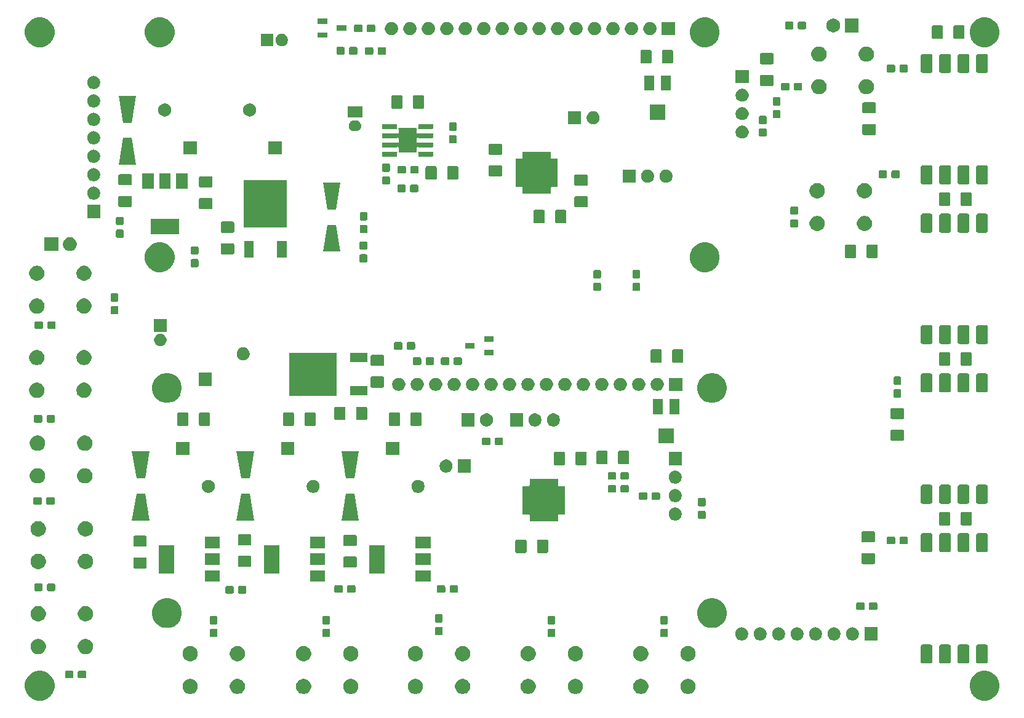
<source format=gbr>
G04 #@! TF.GenerationSoftware,KiCad,Pcbnew,(5.1.5-0-10_14)*
G04 #@! TF.CreationDate,2020-05-11T17:30:39+02:00*
G04 #@! TF.ProjectId,Main_Board_v1_1_smd,4d61696e-5f42-46f6-9172-645f76315f31,rev?*
G04 #@! TF.SameCoordinates,Original*
G04 #@! TF.FileFunction,Soldermask,Top*
G04 #@! TF.FilePolarity,Negative*
%FSLAX46Y46*%
G04 Gerber Fmt 4.6, Leading zero omitted, Abs format (unit mm)*
G04 Created by KiCad (PCBNEW (5.1.5-0-10_14)) date 2020-05-11 17:30:39*
%MOMM*%
%LPD*%
G04 APERTURE LIST*
%ADD10C,0.100000*%
G04 APERTURE END LIST*
D10*
G36*
X161956108Y-124897201D02*
G01*
X162329365Y-125051809D01*
X162329367Y-125051810D01*
X162665290Y-125276267D01*
X162950970Y-125561947D01*
X163129786Y-125829563D01*
X163175428Y-125897872D01*
X163330036Y-126271129D01*
X163408854Y-126667376D01*
X163408854Y-127071390D01*
X163330036Y-127467637D01*
X163198270Y-127785748D01*
X163175427Y-127840896D01*
X162950970Y-128176819D01*
X162665290Y-128462499D01*
X162329367Y-128686956D01*
X162329366Y-128686957D01*
X162329365Y-128686957D01*
X161956108Y-128841565D01*
X161559861Y-128920383D01*
X161155847Y-128920383D01*
X160759600Y-128841565D01*
X160386343Y-128686957D01*
X160386342Y-128686957D01*
X160386341Y-128686956D01*
X160050418Y-128462499D01*
X159764738Y-128176819D01*
X159540281Y-127840896D01*
X159517438Y-127785748D01*
X159385672Y-127467637D01*
X159306854Y-127071390D01*
X159306854Y-126667376D01*
X159385672Y-126271129D01*
X159540280Y-125897872D01*
X159585923Y-125829563D01*
X159764738Y-125561947D01*
X160050418Y-125276267D01*
X160386341Y-125051810D01*
X160386343Y-125051809D01*
X160759600Y-124897201D01*
X161155847Y-124818383D01*
X161559861Y-124818383D01*
X161956108Y-124897201D01*
G37*
G36*
X31956108Y-124897201D02*
G01*
X32329365Y-125051809D01*
X32329367Y-125051810D01*
X32665290Y-125276267D01*
X32950970Y-125561947D01*
X33129786Y-125829563D01*
X33175428Y-125897872D01*
X33330036Y-126271129D01*
X33408854Y-126667376D01*
X33408854Y-127071390D01*
X33330036Y-127467637D01*
X33198270Y-127785748D01*
X33175427Y-127840896D01*
X32950970Y-128176819D01*
X32665290Y-128462499D01*
X32329367Y-128686956D01*
X32329366Y-128686957D01*
X32329365Y-128686957D01*
X31956108Y-128841565D01*
X31559861Y-128920383D01*
X31155847Y-128920383D01*
X30759600Y-128841565D01*
X30386343Y-128686957D01*
X30386342Y-128686957D01*
X30386341Y-128686956D01*
X30050418Y-128462499D01*
X29764738Y-128176819D01*
X29540281Y-127840896D01*
X29517438Y-127785748D01*
X29385672Y-127467637D01*
X29306854Y-127071390D01*
X29306854Y-126667376D01*
X29385672Y-126271129D01*
X29540280Y-125897872D01*
X29585923Y-125829563D01*
X29764738Y-125561947D01*
X30050418Y-125276267D01*
X30386341Y-125051810D01*
X30386343Y-125051809D01*
X30759600Y-124897201D01*
X31155847Y-124818383D01*
X31559861Y-124818383D01*
X31956108Y-124897201D01*
G37*
G36*
X105364418Y-125958772D02*
G01*
X105555687Y-126037998D01*
X105555689Y-126037999D01*
X105727827Y-126153018D01*
X105874219Y-126299410D01*
X105989239Y-126471550D01*
X106068465Y-126662819D01*
X106108854Y-126865867D01*
X106108854Y-127072899D01*
X106068465Y-127275947D01*
X105989239Y-127467216D01*
X105989238Y-127467218D01*
X105874219Y-127639356D01*
X105727827Y-127785748D01*
X105555689Y-127900767D01*
X105555688Y-127900768D01*
X105555687Y-127900768D01*
X105364418Y-127979994D01*
X105161370Y-128020383D01*
X104954338Y-128020383D01*
X104751290Y-127979994D01*
X104560021Y-127900768D01*
X104560020Y-127900768D01*
X104560019Y-127900767D01*
X104387881Y-127785748D01*
X104241489Y-127639356D01*
X104126470Y-127467218D01*
X104126469Y-127467216D01*
X104047243Y-127275947D01*
X104006854Y-127072899D01*
X104006854Y-126865867D01*
X104047243Y-126662819D01*
X104126469Y-126471550D01*
X104241489Y-126299410D01*
X104387881Y-126153018D01*
X104560019Y-126037999D01*
X104560021Y-126037998D01*
X104751290Y-125958772D01*
X104954338Y-125918383D01*
X105161370Y-125918383D01*
X105364418Y-125958772D01*
G37*
G36*
X98864418Y-125958772D02*
G01*
X99055687Y-126037998D01*
X99055689Y-126037999D01*
X99227827Y-126153018D01*
X99374219Y-126299410D01*
X99489239Y-126471550D01*
X99568465Y-126662819D01*
X99608854Y-126865867D01*
X99608854Y-127072899D01*
X99568465Y-127275947D01*
X99489239Y-127467216D01*
X99489238Y-127467218D01*
X99374219Y-127639356D01*
X99227827Y-127785748D01*
X99055689Y-127900767D01*
X99055688Y-127900768D01*
X99055687Y-127900768D01*
X98864418Y-127979994D01*
X98661370Y-128020383D01*
X98454338Y-128020383D01*
X98251290Y-127979994D01*
X98060021Y-127900768D01*
X98060020Y-127900768D01*
X98060019Y-127900767D01*
X97887881Y-127785748D01*
X97741489Y-127639356D01*
X97626470Y-127467218D01*
X97626469Y-127467216D01*
X97547243Y-127275947D01*
X97506854Y-127072899D01*
X97506854Y-126865867D01*
X97547243Y-126662819D01*
X97626469Y-126471550D01*
X97741489Y-126299410D01*
X97887881Y-126153018D01*
X98060019Y-126037999D01*
X98060021Y-126037998D01*
X98251290Y-125958772D01*
X98454338Y-125918383D01*
X98661370Y-125918383D01*
X98864418Y-125958772D01*
G37*
G36*
X89864418Y-125958772D02*
G01*
X90055687Y-126037998D01*
X90055689Y-126037999D01*
X90227827Y-126153018D01*
X90374219Y-126299410D01*
X90489239Y-126471550D01*
X90568465Y-126662819D01*
X90608854Y-126865867D01*
X90608854Y-127072899D01*
X90568465Y-127275947D01*
X90489239Y-127467216D01*
X90489238Y-127467218D01*
X90374219Y-127639356D01*
X90227827Y-127785748D01*
X90055689Y-127900767D01*
X90055688Y-127900768D01*
X90055687Y-127900768D01*
X89864418Y-127979994D01*
X89661370Y-128020383D01*
X89454338Y-128020383D01*
X89251290Y-127979994D01*
X89060021Y-127900768D01*
X89060020Y-127900768D01*
X89060019Y-127900767D01*
X88887881Y-127785748D01*
X88741489Y-127639356D01*
X88626470Y-127467218D01*
X88626469Y-127467216D01*
X88547243Y-127275947D01*
X88506854Y-127072899D01*
X88506854Y-126865867D01*
X88547243Y-126662819D01*
X88626469Y-126471550D01*
X88741489Y-126299410D01*
X88887881Y-126153018D01*
X89060019Y-126037999D01*
X89060021Y-126037998D01*
X89251290Y-125958772D01*
X89454338Y-125918383D01*
X89661370Y-125918383D01*
X89864418Y-125958772D01*
G37*
G36*
X83364418Y-125958772D02*
G01*
X83555687Y-126037998D01*
X83555689Y-126037999D01*
X83727827Y-126153018D01*
X83874219Y-126299410D01*
X83989239Y-126471550D01*
X84068465Y-126662819D01*
X84108854Y-126865867D01*
X84108854Y-127072899D01*
X84068465Y-127275947D01*
X83989239Y-127467216D01*
X83989238Y-127467218D01*
X83874219Y-127639356D01*
X83727827Y-127785748D01*
X83555689Y-127900767D01*
X83555688Y-127900768D01*
X83555687Y-127900768D01*
X83364418Y-127979994D01*
X83161370Y-128020383D01*
X82954338Y-128020383D01*
X82751290Y-127979994D01*
X82560021Y-127900768D01*
X82560020Y-127900768D01*
X82560019Y-127900767D01*
X82387881Y-127785748D01*
X82241489Y-127639356D01*
X82126470Y-127467218D01*
X82126469Y-127467216D01*
X82047243Y-127275947D01*
X82006854Y-127072899D01*
X82006854Y-126865867D01*
X82047243Y-126662819D01*
X82126469Y-126471550D01*
X82241489Y-126299410D01*
X82387881Y-126153018D01*
X82560019Y-126037999D01*
X82560021Y-126037998D01*
X82751290Y-125958772D01*
X82954338Y-125918383D01*
X83161370Y-125918383D01*
X83364418Y-125958772D01*
G37*
G36*
X74464418Y-125958772D02*
G01*
X74655687Y-126037998D01*
X74655689Y-126037999D01*
X74827827Y-126153018D01*
X74974219Y-126299410D01*
X75089239Y-126471550D01*
X75168465Y-126662819D01*
X75208854Y-126865867D01*
X75208854Y-127072899D01*
X75168465Y-127275947D01*
X75089239Y-127467216D01*
X75089238Y-127467218D01*
X74974219Y-127639356D01*
X74827827Y-127785748D01*
X74655689Y-127900767D01*
X74655688Y-127900768D01*
X74655687Y-127900768D01*
X74464418Y-127979994D01*
X74261370Y-128020383D01*
X74054338Y-128020383D01*
X73851290Y-127979994D01*
X73660021Y-127900768D01*
X73660020Y-127900768D01*
X73660019Y-127900767D01*
X73487881Y-127785748D01*
X73341489Y-127639356D01*
X73226470Y-127467218D01*
X73226469Y-127467216D01*
X73147243Y-127275947D01*
X73106854Y-127072899D01*
X73106854Y-126865867D01*
X73147243Y-126662819D01*
X73226469Y-126471550D01*
X73341489Y-126299410D01*
X73487881Y-126153018D01*
X73660019Y-126037999D01*
X73660021Y-126037998D01*
X73851290Y-125958772D01*
X74054338Y-125918383D01*
X74261370Y-125918383D01*
X74464418Y-125958772D01*
G37*
G36*
X67964418Y-125958772D02*
G01*
X68155687Y-126037998D01*
X68155689Y-126037999D01*
X68327827Y-126153018D01*
X68474219Y-126299410D01*
X68589239Y-126471550D01*
X68668465Y-126662819D01*
X68708854Y-126865867D01*
X68708854Y-127072899D01*
X68668465Y-127275947D01*
X68589239Y-127467216D01*
X68589238Y-127467218D01*
X68474219Y-127639356D01*
X68327827Y-127785748D01*
X68155689Y-127900767D01*
X68155688Y-127900768D01*
X68155687Y-127900768D01*
X67964418Y-127979994D01*
X67761370Y-128020383D01*
X67554338Y-128020383D01*
X67351290Y-127979994D01*
X67160021Y-127900768D01*
X67160020Y-127900768D01*
X67160019Y-127900767D01*
X66987881Y-127785748D01*
X66841489Y-127639356D01*
X66726470Y-127467218D01*
X66726469Y-127467216D01*
X66647243Y-127275947D01*
X66606854Y-127072899D01*
X66606854Y-126865867D01*
X66647243Y-126662819D01*
X66726469Y-126471550D01*
X66841489Y-126299410D01*
X66987881Y-126153018D01*
X67160019Y-126037999D01*
X67160021Y-126037998D01*
X67351290Y-125958772D01*
X67554338Y-125918383D01*
X67761370Y-125918383D01*
X67964418Y-125958772D01*
G37*
G36*
X58864418Y-125958772D02*
G01*
X59055687Y-126037998D01*
X59055689Y-126037999D01*
X59227827Y-126153018D01*
X59374219Y-126299410D01*
X59489239Y-126471550D01*
X59568465Y-126662819D01*
X59608854Y-126865867D01*
X59608854Y-127072899D01*
X59568465Y-127275947D01*
X59489239Y-127467216D01*
X59489238Y-127467218D01*
X59374219Y-127639356D01*
X59227827Y-127785748D01*
X59055689Y-127900767D01*
X59055688Y-127900768D01*
X59055687Y-127900768D01*
X58864418Y-127979994D01*
X58661370Y-128020383D01*
X58454338Y-128020383D01*
X58251290Y-127979994D01*
X58060021Y-127900768D01*
X58060020Y-127900768D01*
X58060019Y-127900767D01*
X57887881Y-127785748D01*
X57741489Y-127639356D01*
X57626470Y-127467218D01*
X57626469Y-127467216D01*
X57547243Y-127275947D01*
X57506854Y-127072899D01*
X57506854Y-126865867D01*
X57547243Y-126662819D01*
X57626469Y-126471550D01*
X57741489Y-126299410D01*
X57887881Y-126153018D01*
X58060019Y-126037999D01*
X58060021Y-126037998D01*
X58251290Y-125958772D01*
X58454338Y-125918383D01*
X58661370Y-125918383D01*
X58864418Y-125958772D01*
G37*
G36*
X52364418Y-125958772D02*
G01*
X52555687Y-126037998D01*
X52555689Y-126037999D01*
X52727827Y-126153018D01*
X52874219Y-126299410D01*
X52989239Y-126471550D01*
X53068465Y-126662819D01*
X53108854Y-126865867D01*
X53108854Y-127072899D01*
X53068465Y-127275947D01*
X52989239Y-127467216D01*
X52989238Y-127467218D01*
X52874219Y-127639356D01*
X52727827Y-127785748D01*
X52555689Y-127900767D01*
X52555688Y-127900768D01*
X52555687Y-127900768D01*
X52364418Y-127979994D01*
X52161370Y-128020383D01*
X51954338Y-128020383D01*
X51751290Y-127979994D01*
X51560021Y-127900768D01*
X51560020Y-127900768D01*
X51560019Y-127900767D01*
X51387881Y-127785748D01*
X51241489Y-127639356D01*
X51126470Y-127467218D01*
X51126469Y-127467216D01*
X51047243Y-127275947D01*
X51006854Y-127072899D01*
X51006854Y-126865867D01*
X51047243Y-126662819D01*
X51126469Y-126471550D01*
X51241489Y-126299410D01*
X51387881Y-126153018D01*
X51560019Y-126037999D01*
X51560021Y-126037998D01*
X51751290Y-125958772D01*
X51954338Y-125918383D01*
X52161370Y-125918383D01*
X52364418Y-125958772D01*
G37*
G36*
X114364418Y-125958772D02*
G01*
X114555687Y-126037998D01*
X114555689Y-126037999D01*
X114727827Y-126153018D01*
X114874219Y-126299410D01*
X114989239Y-126471550D01*
X115068465Y-126662819D01*
X115108854Y-126865867D01*
X115108854Y-127072899D01*
X115068465Y-127275947D01*
X114989239Y-127467216D01*
X114989238Y-127467218D01*
X114874219Y-127639356D01*
X114727827Y-127785748D01*
X114555689Y-127900767D01*
X114555688Y-127900768D01*
X114555687Y-127900768D01*
X114364418Y-127979994D01*
X114161370Y-128020383D01*
X113954338Y-128020383D01*
X113751290Y-127979994D01*
X113560021Y-127900768D01*
X113560020Y-127900768D01*
X113560019Y-127900767D01*
X113387881Y-127785748D01*
X113241489Y-127639356D01*
X113126470Y-127467218D01*
X113126469Y-127467216D01*
X113047243Y-127275947D01*
X113006854Y-127072899D01*
X113006854Y-126865867D01*
X113047243Y-126662819D01*
X113126469Y-126471550D01*
X113241489Y-126299410D01*
X113387881Y-126153018D01*
X113560019Y-126037999D01*
X113560021Y-126037998D01*
X113751290Y-125958772D01*
X113954338Y-125918383D01*
X114161370Y-125918383D01*
X114364418Y-125958772D01*
G37*
G36*
X120864418Y-125958772D02*
G01*
X121055687Y-126037998D01*
X121055689Y-126037999D01*
X121227827Y-126153018D01*
X121374219Y-126299410D01*
X121489239Y-126471550D01*
X121568465Y-126662819D01*
X121608854Y-126865867D01*
X121608854Y-127072899D01*
X121568465Y-127275947D01*
X121489239Y-127467216D01*
X121489238Y-127467218D01*
X121374219Y-127639356D01*
X121227827Y-127785748D01*
X121055689Y-127900767D01*
X121055688Y-127900768D01*
X121055687Y-127900768D01*
X120864418Y-127979994D01*
X120661370Y-128020383D01*
X120454338Y-128020383D01*
X120251290Y-127979994D01*
X120060021Y-127900768D01*
X120060020Y-127900768D01*
X120060019Y-127900767D01*
X119887881Y-127785748D01*
X119741489Y-127639356D01*
X119626470Y-127467218D01*
X119626469Y-127467216D01*
X119547243Y-127275947D01*
X119506854Y-127072899D01*
X119506854Y-126865867D01*
X119547243Y-126662819D01*
X119626469Y-126471550D01*
X119741489Y-126299410D01*
X119887881Y-126153018D01*
X120060019Y-126037999D01*
X120060021Y-126037998D01*
X120251290Y-125958772D01*
X120454338Y-125918383D01*
X120661370Y-125918383D01*
X120864418Y-125958772D01*
G37*
G36*
X37597353Y-124797828D02*
G01*
X37634849Y-124809203D01*
X37669408Y-124827675D01*
X37699701Y-124852536D01*
X37724562Y-124882829D01*
X37743034Y-124917388D01*
X37754409Y-124954884D01*
X37758854Y-125000021D01*
X37758854Y-125638745D01*
X37754409Y-125683882D01*
X37743034Y-125721378D01*
X37724562Y-125755937D01*
X37699701Y-125786230D01*
X37669408Y-125811091D01*
X37634849Y-125829563D01*
X37597353Y-125840938D01*
X37552216Y-125845383D01*
X36813492Y-125845383D01*
X36768355Y-125840938D01*
X36730859Y-125829563D01*
X36696300Y-125811091D01*
X36666007Y-125786230D01*
X36641146Y-125755937D01*
X36622674Y-125721378D01*
X36611299Y-125683882D01*
X36606854Y-125638745D01*
X36606854Y-125000021D01*
X36611299Y-124954884D01*
X36622674Y-124917388D01*
X36641146Y-124882829D01*
X36666007Y-124852536D01*
X36696300Y-124827675D01*
X36730859Y-124809203D01*
X36768355Y-124797828D01*
X36813492Y-124793383D01*
X37552216Y-124793383D01*
X37597353Y-124797828D01*
G37*
G36*
X35847353Y-124797828D02*
G01*
X35884849Y-124809203D01*
X35919408Y-124827675D01*
X35949701Y-124852536D01*
X35974562Y-124882829D01*
X35993034Y-124917388D01*
X36004409Y-124954884D01*
X36008854Y-125000021D01*
X36008854Y-125638745D01*
X36004409Y-125683882D01*
X35993034Y-125721378D01*
X35974562Y-125755937D01*
X35949701Y-125786230D01*
X35919408Y-125811091D01*
X35884849Y-125829563D01*
X35847353Y-125840938D01*
X35802216Y-125845383D01*
X35063492Y-125845383D01*
X35018355Y-125840938D01*
X34980859Y-125829563D01*
X34946300Y-125811091D01*
X34916007Y-125786230D01*
X34891146Y-125755937D01*
X34872674Y-125721378D01*
X34861299Y-125683882D01*
X34856854Y-125638745D01*
X34856854Y-125000021D01*
X34861299Y-124954884D01*
X34872674Y-124917388D01*
X34891146Y-124882829D01*
X34916007Y-124852536D01*
X34946300Y-124827675D01*
X34980859Y-124809203D01*
X35018355Y-124797828D01*
X35063492Y-124793383D01*
X35802216Y-124793383D01*
X35847353Y-124797828D01*
G37*
G36*
X161545847Y-121190086D02*
G01*
X161610265Y-121209627D01*
X161669635Y-121241361D01*
X161721671Y-121284066D01*
X161764376Y-121336102D01*
X161796110Y-121395472D01*
X161815651Y-121459890D01*
X161822854Y-121533023D01*
X161822854Y-123474743D01*
X161815651Y-123547876D01*
X161796110Y-123612294D01*
X161764376Y-123671664D01*
X161721671Y-123723700D01*
X161669635Y-123766405D01*
X161610265Y-123798139D01*
X161545847Y-123817680D01*
X161472714Y-123824883D01*
X160546994Y-123824883D01*
X160473861Y-123817680D01*
X160409443Y-123798139D01*
X160350073Y-123766405D01*
X160298037Y-123723700D01*
X160255332Y-123671664D01*
X160223598Y-123612294D01*
X160204057Y-123547876D01*
X160196854Y-123474743D01*
X160196854Y-121533023D01*
X160204057Y-121459890D01*
X160223598Y-121395472D01*
X160255332Y-121336102D01*
X160298037Y-121284066D01*
X160350073Y-121241361D01*
X160409443Y-121209627D01*
X160473861Y-121190086D01*
X160546994Y-121182883D01*
X161472714Y-121182883D01*
X161545847Y-121190086D01*
G37*
G36*
X159005847Y-121190086D02*
G01*
X159070265Y-121209627D01*
X159129635Y-121241361D01*
X159181671Y-121284066D01*
X159224376Y-121336102D01*
X159256110Y-121395472D01*
X159275651Y-121459890D01*
X159282854Y-121533023D01*
X159282854Y-123474743D01*
X159275651Y-123547876D01*
X159256110Y-123612294D01*
X159224376Y-123671664D01*
X159181671Y-123723700D01*
X159129635Y-123766405D01*
X159070265Y-123798139D01*
X159005847Y-123817680D01*
X158932714Y-123824883D01*
X158006994Y-123824883D01*
X157933861Y-123817680D01*
X157869443Y-123798139D01*
X157810073Y-123766405D01*
X157758037Y-123723700D01*
X157715332Y-123671664D01*
X157683598Y-123612294D01*
X157664057Y-123547876D01*
X157656854Y-123474743D01*
X157656854Y-121533023D01*
X157664057Y-121459890D01*
X157683598Y-121395472D01*
X157715332Y-121336102D01*
X157758037Y-121284066D01*
X157810073Y-121241361D01*
X157869443Y-121209627D01*
X157933861Y-121190086D01*
X158006994Y-121182883D01*
X158932714Y-121182883D01*
X159005847Y-121190086D01*
G37*
G36*
X156465847Y-121190086D02*
G01*
X156530265Y-121209627D01*
X156589635Y-121241361D01*
X156641671Y-121284066D01*
X156684376Y-121336102D01*
X156716110Y-121395472D01*
X156735651Y-121459890D01*
X156742854Y-121533023D01*
X156742854Y-123474743D01*
X156735651Y-123547876D01*
X156716110Y-123612294D01*
X156684376Y-123671664D01*
X156641671Y-123723700D01*
X156589635Y-123766405D01*
X156530265Y-123798139D01*
X156465847Y-123817680D01*
X156392714Y-123824883D01*
X155466994Y-123824883D01*
X155393861Y-123817680D01*
X155329443Y-123798139D01*
X155270073Y-123766405D01*
X155218037Y-123723700D01*
X155175332Y-123671664D01*
X155143598Y-123612294D01*
X155124057Y-123547876D01*
X155116854Y-123474743D01*
X155116854Y-121533023D01*
X155124057Y-121459890D01*
X155143598Y-121395472D01*
X155175332Y-121336102D01*
X155218037Y-121284066D01*
X155270073Y-121241361D01*
X155329443Y-121209627D01*
X155393861Y-121190086D01*
X155466994Y-121182883D01*
X156392714Y-121182883D01*
X156465847Y-121190086D01*
G37*
G36*
X153925847Y-121190086D02*
G01*
X153990265Y-121209627D01*
X154049635Y-121241361D01*
X154101671Y-121284066D01*
X154144376Y-121336102D01*
X154176110Y-121395472D01*
X154195651Y-121459890D01*
X154202854Y-121533023D01*
X154202854Y-123474743D01*
X154195651Y-123547876D01*
X154176110Y-123612294D01*
X154144376Y-123671664D01*
X154101671Y-123723700D01*
X154049635Y-123766405D01*
X153990265Y-123798139D01*
X153925847Y-123817680D01*
X153852714Y-123824883D01*
X152926994Y-123824883D01*
X152853861Y-123817680D01*
X152789443Y-123798139D01*
X152730073Y-123766405D01*
X152678037Y-123723700D01*
X152635332Y-123671664D01*
X152603598Y-123612294D01*
X152584057Y-123547876D01*
X152576854Y-123474743D01*
X152576854Y-121533023D01*
X152584057Y-121459890D01*
X152603598Y-121395472D01*
X152635332Y-121336102D01*
X152678037Y-121284066D01*
X152730073Y-121241361D01*
X152789443Y-121209627D01*
X152853861Y-121190086D01*
X152926994Y-121182883D01*
X153852714Y-121182883D01*
X153925847Y-121190086D01*
G37*
G36*
X74464418Y-121458772D02*
G01*
X74588284Y-121510079D01*
X74655689Y-121537999D01*
X74827827Y-121653018D01*
X74974219Y-121799410D01*
X75086345Y-121967218D01*
X75089239Y-121971550D01*
X75168465Y-122162819D01*
X75208854Y-122365867D01*
X75208854Y-122572899D01*
X75168465Y-122775947D01*
X75089239Y-122967216D01*
X75089238Y-122967218D01*
X74974219Y-123139356D01*
X74827827Y-123285748D01*
X74655689Y-123400767D01*
X74655688Y-123400768D01*
X74655687Y-123400768D01*
X74464418Y-123479994D01*
X74261370Y-123520383D01*
X74054338Y-123520383D01*
X73851290Y-123479994D01*
X73660021Y-123400768D01*
X73660020Y-123400768D01*
X73660019Y-123400767D01*
X73487881Y-123285748D01*
X73341489Y-123139356D01*
X73226470Y-122967218D01*
X73226469Y-122967216D01*
X73147243Y-122775947D01*
X73106854Y-122572899D01*
X73106854Y-122365867D01*
X73147243Y-122162819D01*
X73226469Y-121971550D01*
X73229364Y-121967218D01*
X73341489Y-121799410D01*
X73487881Y-121653018D01*
X73660019Y-121537999D01*
X73727424Y-121510079D01*
X73851290Y-121458772D01*
X74054338Y-121418383D01*
X74261370Y-121418383D01*
X74464418Y-121458772D01*
G37*
G36*
X58864418Y-121458772D02*
G01*
X58988284Y-121510079D01*
X59055689Y-121537999D01*
X59227827Y-121653018D01*
X59374219Y-121799410D01*
X59486345Y-121967218D01*
X59489239Y-121971550D01*
X59568465Y-122162819D01*
X59608854Y-122365867D01*
X59608854Y-122572899D01*
X59568465Y-122775947D01*
X59489239Y-122967216D01*
X59489238Y-122967218D01*
X59374219Y-123139356D01*
X59227827Y-123285748D01*
X59055689Y-123400767D01*
X59055688Y-123400768D01*
X59055687Y-123400768D01*
X58864418Y-123479994D01*
X58661370Y-123520383D01*
X58454338Y-123520383D01*
X58251290Y-123479994D01*
X58060021Y-123400768D01*
X58060020Y-123400768D01*
X58060019Y-123400767D01*
X57887881Y-123285748D01*
X57741489Y-123139356D01*
X57626470Y-122967218D01*
X57626469Y-122967216D01*
X57547243Y-122775947D01*
X57506854Y-122572899D01*
X57506854Y-122365867D01*
X57547243Y-122162819D01*
X57626469Y-121971550D01*
X57629364Y-121967218D01*
X57741489Y-121799410D01*
X57887881Y-121653018D01*
X58060019Y-121537999D01*
X58127424Y-121510079D01*
X58251290Y-121458772D01*
X58454338Y-121418383D01*
X58661370Y-121418383D01*
X58864418Y-121458772D01*
G37*
G36*
X120864418Y-121458772D02*
G01*
X120988284Y-121510079D01*
X121055689Y-121537999D01*
X121227827Y-121653018D01*
X121374219Y-121799410D01*
X121486345Y-121967218D01*
X121489239Y-121971550D01*
X121568465Y-122162819D01*
X121608854Y-122365867D01*
X121608854Y-122572899D01*
X121568465Y-122775947D01*
X121489239Y-122967216D01*
X121489238Y-122967218D01*
X121374219Y-123139356D01*
X121227827Y-123285748D01*
X121055689Y-123400767D01*
X121055688Y-123400768D01*
X121055687Y-123400768D01*
X120864418Y-123479994D01*
X120661370Y-123520383D01*
X120454338Y-123520383D01*
X120251290Y-123479994D01*
X120060021Y-123400768D01*
X120060020Y-123400768D01*
X120060019Y-123400767D01*
X119887881Y-123285748D01*
X119741489Y-123139356D01*
X119626470Y-122967218D01*
X119626469Y-122967216D01*
X119547243Y-122775947D01*
X119506854Y-122572899D01*
X119506854Y-122365867D01*
X119547243Y-122162819D01*
X119626469Y-121971550D01*
X119629364Y-121967218D01*
X119741489Y-121799410D01*
X119887881Y-121653018D01*
X120060019Y-121537999D01*
X120127424Y-121510079D01*
X120251290Y-121458772D01*
X120454338Y-121418383D01*
X120661370Y-121418383D01*
X120864418Y-121458772D01*
G37*
G36*
X114364418Y-121458772D02*
G01*
X114488284Y-121510079D01*
X114555689Y-121537999D01*
X114727827Y-121653018D01*
X114874219Y-121799410D01*
X114986345Y-121967218D01*
X114989239Y-121971550D01*
X115068465Y-122162819D01*
X115108854Y-122365867D01*
X115108854Y-122572899D01*
X115068465Y-122775947D01*
X114989239Y-122967216D01*
X114989238Y-122967218D01*
X114874219Y-123139356D01*
X114727827Y-123285748D01*
X114555689Y-123400767D01*
X114555688Y-123400768D01*
X114555687Y-123400768D01*
X114364418Y-123479994D01*
X114161370Y-123520383D01*
X113954338Y-123520383D01*
X113751290Y-123479994D01*
X113560021Y-123400768D01*
X113560020Y-123400768D01*
X113560019Y-123400767D01*
X113387881Y-123285748D01*
X113241489Y-123139356D01*
X113126470Y-122967218D01*
X113126469Y-122967216D01*
X113047243Y-122775947D01*
X113006854Y-122572899D01*
X113006854Y-122365867D01*
X113047243Y-122162819D01*
X113126469Y-121971550D01*
X113129364Y-121967218D01*
X113241489Y-121799410D01*
X113387881Y-121653018D01*
X113560019Y-121537999D01*
X113627424Y-121510079D01*
X113751290Y-121458772D01*
X113954338Y-121418383D01*
X114161370Y-121418383D01*
X114364418Y-121458772D01*
G37*
G36*
X105364418Y-121458772D02*
G01*
X105488284Y-121510079D01*
X105555689Y-121537999D01*
X105727827Y-121653018D01*
X105874219Y-121799410D01*
X105986345Y-121967218D01*
X105989239Y-121971550D01*
X106068465Y-122162819D01*
X106108854Y-122365867D01*
X106108854Y-122572899D01*
X106068465Y-122775947D01*
X105989239Y-122967216D01*
X105989238Y-122967218D01*
X105874219Y-123139356D01*
X105727827Y-123285748D01*
X105555689Y-123400767D01*
X105555688Y-123400768D01*
X105555687Y-123400768D01*
X105364418Y-123479994D01*
X105161370Y-123520383D01*
X104954338Y-123520383D01*
X104751290Y-123479994D01*
X104560021Y-123400768D01*
X104560020Y-123400768D01*
X104560019Y-123400767D01*
X104387881Y-123285748D01*
X104241489Y-123139356D01*
X104126470Y-122967218D01*
X104126469Y-122967216D01*
X104047243Y-122775947D01*
X104006854Y-122572899D01*
X104006854Y-122365867D01*
X104047243Y-122162819D01*
X104126469Y-121971550D01*
X104129364Y-121967218D01*
X104241489Y-121799410D01*
X104387881Y-121653018D01*
X104560019Y-121537999D01*
X104627424Y-121510079D01*
X104751290Y-121458772D01*
X104954338Y-121418383D01*
X105161370Y-121418383D01*
X105364418Y-121458772D01*
G37*
G36*
X98864418Y-121458772D02*
G01*
X98988284Y-121510079D01*
X99055689Y-121537999D01*
X99227827Y-121653018D01*
X99374219Y-121799410D01*
X99486345Y-121967218D01*
X99489239Y-121971550D01*
X99568465Y-122162819D01*
X99608854Y-122365867D01*
X99608854Y-122572899D01*
X99568465Y-122775947D01*
X99489239Y-122967216D01*
X99489238Y-122967218D01*
X99374219Y-123139356D01*
X99227827Y-123285748D01*
X99055689Y-123400767D01*
X99055688Y-123400768D01*
X99055687Y-123400768D01*
X98864418Y-123479994D01*
X98661370Y-123520383D01*
X98454338Y-123520383D01*
X98251290Y-123479994D01*
X98060021Y-123400768D01*
X98060020Y-123400768D01*
X98060019Y-123400767D01*
X97887881Y-123285748D01*
X97741489Y-123139356D01*
X97626470Y-122967218D01*
X97626469Y-122967216D01*
X97547243Y-122775947D01*
X97506854Y-122572899D01*
X97506854Y-122365867D01*
X97547243Y-122162819D01*
X97626469Y-121971550D01*
X97629364Y-121967218D01*
X97741489Y-121799410D01*
X97887881Y-121653018D01*
X98060019Y-121537999D01*
X98127424Y-121510079D01*
X98251290Y-121458772D01*
X98454338Y-121418383D01*
X98661370Y-121418383D01*
X98864418Y-121458772D01*
G37*
G36*
X89864418Y-121458772D02*
G01*
X89988284Y-121510079D01*
X90055689Y-121537999D01*
X90227827Y-121653018D01*
X90374219Y-121799410D01*
X90486345Y-121967218D01*
X90489239Y-121971550D01*
X90568465Y-122162819D01*
X90608854Y-122365867D01*
X90608854Y-122572899D01*
X90568465Y-122775947D01*
X90489239Y-122967216D01*
X90489238Y-122967218D01*
X90374219Y-123139356D01*
X90227827Y-123285748D01*
X90055689Y-123400767D01*
X90055688Y-123400768D01*
X90055687Y-123400768D01*
X89864418Y-123479994D01*
X89661370Y-123520383D01*
X89454338Y-123520383D01*
X89251290Y-123479994D01*
X89060021Y-123400768D01*
X89060020Y-123400768D01*
X89060019Y-123400767D01*
X88887881Y-123285748D01*
X88741489Y-123139356D01*
X88626470Y-122967218D01*
X88626469Y-122967216D01*
X88547243Y-122775947D01*
X88506854Y-122572899D01*
X88506854Y-122365867D01*
X88547243Y-122162819D01*
X88626469Y-121971550D01*
X88629364Y-121967218D01*
X88741489Y-121799410D01*
X88887881Y-121653018D01*
X89060019Y-121537999D01*
X89127424Y-121510079D01*
X89251290Y-121458772D01*
X89454338Y-121418383D01*
X89661370Y-121418383D01*
X89864418Y-121458772D01*
G37*
G36*
X83364418Y-121458772D02*
G01*
X83488284Y-121510079D01*
X83555689Y-121537999D01*
X83727827Y-121653018D01*
X83874219Y-121799410D01*
X83986345Y-121967218D01*
X83989239Y-121971550D01*
X84068465Y-122162819D01*
X84108854Y-122365867D01*
X84108854Y-122572899D01*
X84068465Y-122775947D01*
X83989239Y-122967216D01*
X83989238Y-122967218D01*
X83874219Y-123139356D01*
X83727827Y-123285748D01*
X83555689Y-123400767D01*
X83555688Y-123400768D01*
X83555687Y-123400768D01*
X83364418Y-123479994D01*
X83161370Y-123520383D01*
X82954338Y-123520383D01*
X82751290Y-123479994D01*
X82560021Y-123400768D01*
X82560020Y-123400768D01*
X82560019Y-123400767D01*
X82387881Y-123285748D01*
X82241489Y-123139356D01*
X82126470Y-122967218D01*
X82126469Y-122967216D01*
X82047243Y-122775947D01*
X82006854Y-122572899D01*
X82006854Y-122365867D01*
X82047243Y-122162819D01*
X82126469Y-121971550D01*
X82129364Y-121967218D01*
X82241489Y-121799410D01*
X82387881Y-121653018D01*
X82560019Y-121537999D01*
X82627424Y-121510079D01*
X82751290Y-121458772D01*
X82954338Y-121418383D01*
X83161370Y-121418383D01*
X83364418Y-121458772D01*
G37*
G36*
X67964418Y-121458772D02*
G01*
X68088284Y-121510079D01*
X68155689Y-121537999D01*
X68327827Y-121653018D01*
X68474219Y-121799410D01*
X68586345Y-121967218D01*
X68589239Y-121971550D01*
X68668465Y-122162819D01*
X68708854Y-122365867D01*
X68708854Y-122572899D01*
X68668465Y-122775947D01*
X68589239Y-122967216D01*
X68589238Y-122967218D01*
X68474219Y-123139356D01*
X68327827Y-123285748D01*
X68155689Y-123400767D01*
X68155688Y-123400768D01*
X68155687Y-123400768D01*
X67964418Y-123479994D01*
X67761370Y-123520383D01*
X67554338Y-123520383D01*
X67351290Y-123479994D01*
X67160021Y-123400768D01*
X67160020Y-123400768D01*
X67160019Y-123400767D01*
X66987881Y-123285748D01*
X66841489Y-123139356D01*
X66726470Y-122967218D01*
X66726469Y-122967216D01*
X66647243Y-122775947D01*
X66606854Y-122572899D01*
X66606854Y-122365867D01*
X66647243Y-122162819D01*
X66726469Y-121971550D01*
X66729364Y-121967218D01*
X66841489Y-121799410D01*
X66987881Y-121653018D01*
X67160019Y-121537999D01*
X67227424Y-121510079D01*
X67351290Y-121458772D01*
X67554338Y-121418383D01*
X67761370Y-121418383D01*
X67964418Y-121458772D01*
G37*
G36*
X52364418Y-121458772D02*
G01*
X52488284Y-121510079D01*
X52555689Y-121537999D01*
X52727827Y-121653018D01*
X52874219Y-121799410D01*
X52986345Y-121967218D01*
X52989239Y-121971550D01*
X53068465Y-122162819D01*
X53108854Y-122365867D01*
X53108854Y-122572899D01*
X53068465Y-122775947D01*
X52989239Y-122967216D01*
X52989238Y-122967218D01*
X52874219Y-123139356D01*
X52727827Y-123285748D01*
X52555689Y-123400767D01*
X52555688Y-123400768D01*
X52555687Y-123400768D01*
X52364418Y-123479994D01*
X52161370Y-123520383D01*
X51954338Y-123520383D01*
X51751290Y-123479994D01*
X51560021Y-123400768D01*
X51560020Y-123400768D01*
X51560019Y-123400767D01*
X51387881Y-123285748D01*
X51241489Y-123139356D01*
X51126470Y-122967218D01*
X51126469Y-122967216D01*
X51047243Y-122775947D01*
X51006854Y-122572899D01*
X51006854Y-122365867D01*
X51047243Y-122162819D01*
X51126469Y-121971550D01*
X51129364Y-121967218D01*
X51241489Y-121799410D01*
X51387881Y-121653018D01*
X51560019Y-121537999D01*
X51627424Y-121510079D01*
X51751290Y-121458772D01*
X51954338Y-121418383D01*
X52161370Y-121418383D01*
X52364418Y-121458772D01*
G37*
G36*
X31464418Y-120458772D02*
G01*
X31655687Y-120537998D01*
X31655689Y-120537999D01*
X31754104Y-120603758D01*
X31827827Y-120653018D01*
X31974219Y-120799410D01*
X32089239Y-120971550D01*
X32168465Y-121162819D01*
X32208854Y-121365867D01*
X32208854Y-121572899D01*
X32168465Y-121775947D01*
X32158746Y-121799410D01*
X32089238Y-121967218D01*
X31974219Y-122139356D01*
X31827827Y-122285748D01*
X31655689Y-122400767D01*
X31655688Y-122400768D01*
X31655687Y-122400768D01*
X31464418Y-122479994D01*
X31261370Y-122520383D01*
X31054338Y-122520383D01*
X30851290Y-122479994D01*
X30660021Y-122400768D01*
X30660020Y-122400768D01*
X30660019Y-122400767D01*
X30487881Y-122285748D01*
X30341489Y-122139356D01*
X30226470Y-121967218D01*
X30156962Y-121799410D01*
X30147243Y-121775947D01*
X30106854Y-121572899D01*
X30106854Y-121365867D01*
X30147243Y-121162819D01*
X30226469Y-120971550D01*
X30341489Y-120799410D01*
X30487881Y-120653018D01*
X30561604Y-120603758D01*
X30660019Y-120537999D01*
X30660021Y-120537998D01*
X30851290Y-120458772D01*
X31054338Y-120418383D01*
X31261370Y-120418383D01*
X31464418Y-120458772D01*
G37*
G36*
X37964418Y-120458772D02*
G01*
X38155687Y-120537998D01*
X38155689Y-120537999D01*
X38254104Y-120603758D01*
X38327827Y-120653018D01*
X38474219Y-120799410D01*
X38589239Y-120971550D01*
X38668465Y-121162819D01*
X38708854Y-121365867D01*
X38708854Y-121572899D01*
X38668465Y-121775947D01*
X38658746Y-121799410D01*
X38589238Y-121967218D01*
X38474219Y-122139356D01*
X38327827Y-122285748D01*
X38155689Y-122400767D01*
X38155688Y-122400768D01*
X38155687Y-122400768D01*
X37964418Y-122479994D01*
X37761370Y-122520383D01*
X37554338Y-122520383D01*
X37351290Y-122479994D01*
X37160021Y-122400768D01*
X37160020Y-122400768D01*
X37160019Y-122400767D01*
X36987881Y-122285748D01*
X36841489Y-122139356D01*
X36726470Y-121967218D01*
X36656962Y-121799410D01*
X36647243Y-121775947D01*
X36606854Y-121572899D01*
X36606854Y-121365867D01*
X36647243Y-121162819D01*
X36726469Y-120971550D01*
X36841489Y-120799410D01*
X36987881Y-120653018D01*
X37061604Y-120603758D01*
X37160019Y-120537999D01*
X37160021Y-120537998D01*
X37351290Y-120458772D01*
X37554338Y-120418383D01*
X37761370Y-120418383D01*
X37964418Y-120458772D01*
G37*
G36*
X146622854Y-120638383D02*
G01*
X144820854Y-120638383D01*
X144820854Y-118836383D01*
X146622854Y-118836383D01*
X146622854Y-120638383D01*
G37*
G36*
X128055366Y-118841310D02*
G01*
X128204666Y-118871007D01*
X128368638Y-118938927D01*
X128516208Y-119037530D01*
X128641707Y-119163029D01*
X128740310Y-119310599D01*
X128808230Y-119474571D01*
X128837927Y-119623871D01*
X128842854Y-119648641D01*
X128842854Y-119826125D01*
X128839825Y-119841352D01*
X128808230Y-120000195D01*
X128740310Y-120164167D01*
X128641707Y-120311737D01*
X128516208Y-120437236D01*
X128368638Y-120535839D01*
X128204666Y-120603759D01*
X128055366Y-120633456D01*
X128030596Y-120638383D01*
X127853112Y-120638383D01*
X127828342Y-120633456D01*
X127679042Y-120603759D01*
X127515070Y-120535839D01*
X127367500Y-120437236D01*
X127242001Y-120311737D01*
X127143398Y-120164167D01*
X127075478Y-120000195D01*
X127043883Y-119841352D01*
X127040854Y-119826125D01*
X127040854Y-119648641D01*
X127045781Y-119623871D01*
X127075478Y-119474571D01*
X127143398Y-119310599D01*
X127242001Y-119163029D01*
X127367500Y-119037530D01*
X127515070Y-118938927D01*
X127679042Y-118871007D01*
X127828342Y-118841310D01*
X127853112Y-118836383D01*
X128030596Y-118836383D01*
X128055366Y-118841310D01*
G37*
G36*
X143295366Y-118841310D02*
G01*
X143444666Y-118871007D01*
X143608638Y-118938927D01*
X143756208Y-119037530D01*
X143881707Y-119163029D01*
X143980310Y-119310599D01*
X144048230Y-119474571D01*
X144077927Y-119623871D01*
X144082854Y-119648641D01*
X144082854Y-119826125D01*
X144079825Y-119841352D01*
X144048230Y-120000195D01*
X143980310Y-120164167D01*
X143881707Y-120311737D01*
X143756208Y-120437236D01*
X143608638Y-120535839D01*
X143444666Y-120603759D01*
X143295366Y-120633456D01*
X143270596Y-120638383D01*
X143093112Y-120638383D01*
X143068342Y-120633456D01*
X142919042Y-120603759D01*
X142755070Y-120535839D01*
X142607500Y-120437236D01*
X142482001Y-120311737D01*
X142383398Y-120164167D01*
X142315478Y-120000195D01*
X142283883Y-119841352D01*
X142280854Y-119826125D01*
X142280854Y-119648641D01*
X142285781Y-119623871D01*
X142315478Y-119474571D01*
X142383398Y-119310599D01*
X142482001Y-119163029D01*
X142607500Y-119037530D01*
X142755070Y-118938927D01*
X142919042Y-118871007D01*
X143068342Y-118841310D01*
X143093112Y-118836383D01*
X143270596Y-118836383D01*
X143295366Y-118841310D01*
G37*
G36*
X140755366Y-118841310D02*
G01*
X140904666Y-118871007D01*
X141068638Y-118938927D01*
X141216208Y-119037530D01*
X141341707Y-119163029D01*
X141440310Y-119310599D01*
X141508230Y-119474571D01*
X141537927Y-119623871D01*
X141542854Y-119648641D01*
X141542854Y-119826125D01*
X141539825Y-119841352D01*
X141508230Y-120000195D01*
X141440310Y-120164167D01*
X141341707Y-120311737D01*
X141216208Y-120437236D01*
X141068638Y-120535839D01*
X140904666Y-120603759D01*
X140755366Y-120633456D01*
X140730596Y-120638383D01*
X140553112Y-120638383D01*
X140528342Y-120633456D01*
X140379042Y-120603759D01*
X140215070Y-120535839D01*
X140067500Y-120437236D01*
X139942001Y-120311737D01*
X139843398Y-120164167D01*
X139775478Y-120000195D01*
X139743883Y-119841352D01*
X139740854Y-119826125D01*
X139740854Y-119648641D01*
X139745781Y-119623871D01*
X139775478Y-119474571D01*
X139843398Y-119310599D01*
X139942001Y-119163029D01*
X140067500Y-119037530D01*
X140215070Y-118938927D01*
X140379042Y-118871007D01*
X140528342Y-118841310D01*
X140553112Y-118836383D01*
X140730596Y-118836383D01*
X140755366Y-118841310D01*
G37*
G36*
X138215366Y-118841310D02*
G01*
X138364666Y-118871007D01*
X138528638Y-118938927D01*
X138676208Y-119037530D01*
X138801707Y-119163029D01*
X138900310Y-119310599D01*
X138968230Y-119474571D01*
X138997927Y-119623871D01*
X139002854Y-119648641D01*
X139002854Y-119826125D01*
X138999825Y-119841352D01*
X138968230Y-120000195D01*
X138900310Y-120164167D01*
X138801707Y-120311737D01*
X138676208Y-120437236D01*
X138528638Y-120535839D01*
X138364666Y-120603759D01*
X138215366Y-120633456D01*
X138190596Y-120638383D01*
X138013112Y-120638383D01*
X137988342Y-120633456D01*
X137839042Y-120603759D01*
X137675070Y-120535839D01*
X137527500Y-120437236D01*
X137402001Y-120311737D01*
X137303398Y-120164167D01*
X137235478Y-120000195D01*
X137203883Y-119841352D01*
X137200854Y-119826125D01*
X137200854Y-119648641D01*
X137205781Y-119623871D01*
X137235478Y-119474571D01*
X137303398Y-119310599D01*
X137402001Y-119163029D01*
X137527500Y-119037530D01*
X137675070Y-118938927D01*
X137839042Y-118871007D01*
X137988342Y-118841310D01*
X138013112Y-118836383D01*
X138190596Y-118836383D01*
X138215366Y-118841310D01*
G37*
G36*
X130595366Y-118841310D02*
G01*
X130744666Y-118871007D01*
X130908638Y-118938927D01*
X131056208Y-119037530D01*
X131181707Y-119163029D01*
X131280310Y-119310599D01*
X131348230Y-119474571D01*
X131377927Y-119623871D01*
X131382854Y-119648641D01*
X131382854Y-119826125D01*
X131379825Y-119841352D01*
X131348230Y-120000195D01*
X131280310Y-120164167D01*
X131181707Y-120311737D01*
X131056208Y-120437236D01*
X130908638Y-120535839D01*
X130744666Y-120603759D01*
X130595366Y-120633456D01*
X130570596Y-120638383D01*
X130393112Y-120638383D01*
X130368342Y-120633456D01*
X130219042Y-120603759D01*
X130055070Y-120535839D01*
X129907500Y-120437236D01*
X129782001Y-120311737D01*
X129683398Y-120164167D01*
X129615478Y-120000195D01*
X129583883Y-119841352D01*
X129580854Y-119826125D01*
X129580854Y-119648641D01*
X129585781Y-119623871D01*
X129615478Y-119474571D01*
X129683398Y-119310599D01*
X129782001Y-119163029D01*
X129907500Y-119037530D01*
X130055070Y-118938927D01*
X130219042Y-118871007D01*
X130368342Y-118841310D01*
X130393112Y-118836383D01*
X130570596Y-118836383D01*
X130595366Y-118841310D01*
G37*
G36*
X135675366Y-118841310D02*
G01*
X135824666Y-118871007D01*
X135988638Y-118938927D01*
X136136208Y-119037530D01*
X136261707Y-119163029D01*
X136360310Y-119310599D01*
X136428230Y-119474571D01*
X136457927Y-119623871D01*
X136462854Y-119648641D01*
X136462854Y-119826125D01*
X136459825Y-119841352D01*
X136428230Y-120000195D01*
X136360310Y-120164167D01*
X136261707Y-120311737D01*
X136136208Y-120437236D01*
X135988638Y-120535839D01*
X135824666Y-120603759D01*
X135675366Y-120633456D01*
X135650596Y-120638383D01*
X135473112Y-120638383D01*
X135448342Y-120633456D01*
X135299042Y-120603759D01*
X135135070Y-120535839D01*
X134987500Y-120437236D01*
X134862001Y-120311737D01*
X134763398Y-120164167D01*
X134695478Y-120000195D01*
X134663883Y-119841352D01*
X134660854Y-119826125D01*
X134660854Y-119648641D01*
X134665781Y-119623871D01*
X134695478Y-119474571D01*
X134763398Y-119310599D01*
X134862001Y-119163029D01*
X134987500Y-119037530D01*
X135135070Y-118938927D01*
X135299042Y-118871007D01*
X135448342Y-118841310D01*
X135473112Y-118836383D01*
X135650596Y-118836383D01*
X135675366Y-118841310D01*
G37*
G36*
X133135366Y-118841310D02*
G01*
X133284666Y-118871007D01*
X133448638Y-118938927D01*
X133596208Y-119037530D01*
X133721707Y-119163029D01*
X133820310Y-119310599D01*
X133888230Y-119474571D01*
X133917927Y-119623871D01*
X133922854Y-119648641D01*
X133922854Y-119826125D01*
X133919825Y-119841352D01*
X133888230Y-120000195D01*
X133820310Y-120164167D01*
X133721707Y-120311737D01*
X133596208Y-120437236D01*
X133448638Y-120535839D01*
X133284666Y-120603759D01*
X133135366Y-120633456D01*
X133110596Y-120638383D01*
X132933112Y-120638383D01*
X132908342Y-120633456D01*
X132759042Y-120603759D01*
X132595070Y-120535839D01*
X132447500Y-120437236D01*
X132322001Y-120311737D01*
X132223398Y-120164167D01*
X132155478Y-120000195D01*
X132123883Y-119841352D01*
X132120854Y-119826125D01*
X132120854Y-119648641D01*
X132125781Y-119623871D01*
X132155478Y-119474571D01*
X132223398Y-119310599D01*
X132322001Y-119163029D01*
X132447500Y-119037530D01*
X132595070Y-118938927D01*
X132759042Y-118871007D01*
X132908342Y-118841310D01*
X132933112Y-118836383D01*
X133110596Y-118836383D01*
X133135366Y-118841310D01*
G37*
G36*
X55662353Y-119024828D02*
G01*
X55699849Y-119036203D01*
X55734408Y-119054675D01*
X55764701Y-119079536D01*
X55789562Y-119109829D01*
X55808034Y-119144388D01*
X55819409Y-119181884D01*
X55823854Y-119227021D01*
X55823854Y-119965745D01*
X55819409Y-120010882D01*
X55808034Y-120048378D01*
X55789562Y-120082937D01*
X55764701Y-120113230D01*
X55734408Y-120138091D01*
X55699849Y-120156563D01*
X55662353Y-120167938D01*
X55617216Y-120172383D01*
X54978492Y-120172383D01*
X54933355Y-120167938D01*
X54895859Y-120156563D01*
X54861300Y-120138091D01*
X54831007Y-120113230D01*
X54806146Y-120082937D01*
X54787674Y-120048378D01*
X54776299Y-120010882D01*
X54771854Y-119965745D01*
X54771854Y-119227021D01*
X54776299Y-119181884D01*
X54787674Y-119144388D01*
X54806146Y-119109829D01*
X54831007Y-119079536D01*
X54861300Y-119054675D01*
X54895859Y-119036203D01*
X54933355Y-119024828D01*
X54978492Y-119020383D01*
X55617216Y-119020383D01*
X55662353Y-119024828D01*
G37*
G36*
X71156353Y-119024828D02*
G01*
X71193849Y-119036203D01*
X71228408Y-119054675D01*
X71258701Y-119079536D01*
X71283562Y-119109829D01*
X71302034Y-119144388D01*
X71313409Y-119181884D01*
X71317854Y-119227021D01*
X71317854Y-119965745D01*
X71313409Y-120010882D01*
X71302034Y-120048378D01*
X71283562Y-120082937D01*
X71258701Y-120113230D01*
X71228408Y-120138091D01*
X71193849Y-120156563D01*
X71156353Y-120167938D01*
X71111216Y-120172383D01*
X70472492Y-120172383D01*
X70427355Y-120167938D01*
X70389859Y-120156563D01*
X70355300Y-120138091D01*
X70325007Y-120113230D01*
X70300146Y-120082937D01*
X70281674Y-120048378D01*
X70270299Y-120010882D01*
X70265854Y-119965745D01*
X70265854Y-119227021D01*
X70270299Y-119181884D01*
X70281674Y-119144388D01*
X70300146Y-119109829D01*
X70325007Y-119079536D01*
X70355300Y-119054675D01*
X70389859Y-119036203D01*
X70427355Y-119024828D01*
X70472492Y-119020383D01*
X71111216Y-119020383D01*
X71156353Y-119024828D01*
G37*
G36*
X102144353Y-119024828D02*
G01*
X102181849Y-119036203D01*
X102216408Y-119054675D01*
X102246701Y-119079536D01*
X102271562Y-119109829D01*
X102290034Y-119144388D01*
X102301409Y-119181884D01*
X102305854Y-119227021D01*
X102305854Y-119965745D01*
X102301409Y-120010882D01*
X102290034Y-120048378D01*
X102271562Y-120082937D01*
X102246701Y-120113230D01*
X102216408Y-120138091D01*
X102181849Y-120156563D01*
X102144353Y-120167938D01*
X102099216Y-120172383D01*
X101460492Y-120172383D01*
X101415355Y-120167938D01*
X101377859Y-120156563D01*
X101343300Y-120138091D01*
X101313007Y-120113230D01*
X101288146Y-120082937D01*
X101269674Y-120048378D01*
X101258299Y-120010882D01*
X101253854Y-119965745D01*
X101253854Y-119227021D01*
X101258299Y-119181884D01*
X101269674Y-119144388D01*
X101288146Y-119109829D01*
X101313007Y-119079536D01*
X101343300Y-119054675D01*
X101377859Y-119036203D01*
X101415355Y-119024828D01*
X101460492Y-119020383D01*
X102099216Y-119020383D01*
X102144353Y-119024828D01*
G37*
G36*
X117638353Y-119024828D02*
G01*
X117675849Y-119036203D01*
X117710408Y-119054675D01*
X117740701Y-119079536D01*
X117765562Y-119109829D01*
X117784034Y-119144388D01*
X117795409Y-119181884D01*
X117799854Y-119227021D01*
X117799854Y-119965745D01*
X117795409Y-120010882D01*
X117784034Y-120048378D01*
X117765562Y-120082937D01*
X117740701Y-120113230D01*
X117710408Y-120138091D01*
X117675849Y-120156563D01*
X117638353Y-120167938D01*
X117593216Y-120172383D01*
X116954492Y-120172383D01*
X116909355Y-120167938D01*
X116871859Y-120156563D01*
X116837300Y-120138091D01*
X116807007Y-120113230D01*
X116782146Y-120082937D01*
X116763674Y-120048378D01*
X116752299Y-120010882D01*
X116747854Y-119965745D01*
X116747854Y-119227021D01*
X116752299Y-119181884D01*
X116763674Y-119144388D01*
X116782146Y-119109829D01*
X116807007Y-119079536D01*
X116837300Y-119054675D01*
X116871859Y-119036203D01*
X116909355Y-119024828D01*
X116954492Y-119020383D01*
X117593216Y-119020383D01*
X117638353Y-119024828D01*
G37*
G36*
X86650353Y-118770828D02*
G01*
X86687849Y-118782203D01*
X86722408Y-118800675D01*
X86752701Y-118825536D01*
X86777562Y-118855829D01*
X86796034Y-118890388D01*
X86807409Y-118927884D01*
X86811854Y-118973021D01*
X86811854Y-119711745D01*
X86807409Y-119756882D01*
X86796034Y-119794378D01*
X86777562Y-119828937D01*
X86752701Y-119859230D01*
X86722408Y-119884091D01*
X86687849Y-119902563D01*
X86650353Y-119913938D01*
X86605216Y-119918383D01*
X85966492Y-119918383D01*
X85921355Y-119913938D01*
X85883859Y-119902563D01*
X85849300Y-119884091D01*
X85819007Y-119859230D01*
X85794146Y-119828937D01*
X85775674Y-119794378D01*
X85764299Y-119756882D01*
X85759854Y-119711745D01*
X85759854Y-118973021D01*
X85764299Y-118927884D01*
X85775674Y-118890388D01*
X85794146Y-118855829D01*
X85819007Y-118825536D01*
X85849300Y-118800675D01*
X85883859Y-118782203D01*
X85921355Y-118770828D01*
X85966492Y-118766383D01*
X86605216Y-118766383D01*
X86650353Y-118770828D01*
G37*
G36*
X49456108Y-114897201D02*
G01*
X49829365Y-115051809D01*
X49829367Y-115051810D01*
X50165290Y-115276267D01*
X50450970Y-115561947D01*
X50675428Y-115897872D01*
X50830036Y-116271129D01*
X50908854Y-116667376D01*
X50908854Y-117071390D01*
X50830036Y-117467637D01*
X50698270Y-117785748D01*
X50675427Y-117840896D01*
X50450970Y-118176819D01*
X50165290Y-118462499D01*
X49829367Y-118686956D01*
X49829366Y-118686957D01*
X49829365Y-118686957D01*
X49456108Y-118841565D01*
X49059861Y-118920383D01*
X48655847Y-118920383D01*
X48259600Y-118841565D01*
X47886343Y-118686957D01*
X47886342Y-118686957D01*
X47886341Y-118686956D01*
X47550418Y-118462499D01*
X47264738Y-118176819D01*
X47040281Y-117840896D01*
X47017438Y-117785748D01*
X46885672Y-117467637D01*
X46806854Y-117071390D01*
X46806854Y-116667376D01*
X46885672Y-116271129D01*
X47040280Y-115897872D01*
X47264738Y-115561947D01*
X47550418Y-115276267D01*
X47886341Y-115051810D01*
X47886343Y-115051809D01*
X48259600Y-114897201D01*
X48655847Y-114818383D01*
X49059861Y-114818383D01*
X49456108Y-114897201D01*
G37*
G36*
X124456108Y-114897201D02*
G01*
X124829365Y-115051809D01*
X124829367Y-115051810D01*
X125165290Y-115276267D01*
X125450970Y-115561947D01*
X125675428Y-115897872D01*
X125830036Y-116271129D01*
X125908854Y-116667376D01*
X125908854Y-117071390D01*
X125830036Y-117467637D01*
X125698270Y-117785748D01*
X125675427Y-117840896D01*
X125450970Y-118176819D01*
X125165290Y-118462499D01*
X124829367Y-118686956D01*
X124829366Y-118686957D01*
X124829365Y-118686957D01*
X124456108Y-118841565D01*
X124059861Y-118920383D01*
X123655847Y-118920383D01*
X123259600Y-118841565D01*
X122886343Y-118686957D01*
X122886342Y-118686957D01*
X122886341Y-118686956D01*
X122550418Y-118462499D01*
X122264738Y-118176819D01*
X122040281Y-117840896D01*
X122017438Y-117785748D01*
X121885672Y-117467637D01*
X121806854Y-117071390D01*
X121806854Y-116667376D01*
X121885672Y-116271129D01*
X122040280Y-115897872D01*
X122264738Y-115561947D01*
X122550418Y-115276267D01*
X122886341Y-115051810D01*
X122886343Y-115051809D01*
X123259600Y-114897201D01*
X123655847Y-114818383D01*
X124059861Y-114818383D01*
X124456108Y-114897201D01*
G37*
G36*
X71156353Y-117274828D02*
G01*
X71193849Y-117286203D01*
X71228408Y-117304675D01*
X71258701Y-117329536D01*
X71283562Y-117359829D01*
X71302034Y-117394388D01*
X71313409Y-117431884D01*
X71317854Y-117477021D01*
X71317854Y-118215745D01*
X71313409Y-118260882D01*
X71302034Y-118298378D01*
X71283562Y-118332937D01*
X71258701Y-118363230D01*
X71228408Y-118388091D01*
X71193849Y-118406563D01*
X71156353Y-118417938D01*
X71111216Y-118422383D01*
X70472492Y-118422383D01*
X70427355Y-118417938D01*
X70389859Y-118406563D01*
X70355300Y-118388091D01*
X70325007Y-118363230D01*
X70300146Y-118332937D01*
X70281674Y-118298378D01*
X70270299Y-118260882D01*
X70265854Y-118215745D01*
X70265854Y-117477021D01*
X70270299Y-117431884D01*
X70281674Y-117394388D01*
X70300146Y-117359829D01*
X70325007Y-117329536D01*
X70355300Y-117304675D01*
X70389859Y-117286203D01*
X70427355Y-117274828D01*
X70472492Y-117270383D01*
X71111216Y-117270383D01*
X71156353Y-117274828D01*
G37*
G36*
X117638353Y-117274828D02*
G01*
X117675849Y-117286203D01*
X117710408Y-117304675D01*
X117740701Y-117329536D01*
X117765562Y-117359829D01*
X117784034Y-117394388D01*
X117795409Y-117431884D01*
X117799854Y-117477021D01*
X117799854Y-118215745D01*
X117795409Y-118260882D01*
X117784034Y-118298378D01*
X117765562Y-118332937D01*
X117740701Y-118363230D01*
X117710408Y-118388091D01*
X117675849Y-118406563D01*
X117638353Y-118417938D01*
X117593216Y-118422383D01*
X116954492Y-118422383D01*
X116909355Y-118417938D01*
X116871859Y-118406563D01*
X116837300Y-118388091D01*
X116807007Y-118363230D01*
X116782146Y-118332937D01*
X116763674Y-118298378D01*
X116752299Y-118260882D01*
X116747854Y-118215745D01*
X116747854Y-117477021D01*
X116752299Y-117431884D01*
X116763674Y-117394388D01*
X116782146Y-117359829D01*
X116807007Y-117329536D01*
X116837300Y-117304675D01*
X116871859Y-117286203D01*
X116909355Y-117274828D01*
X116954492Y-117270383D01*
X117593216Y-117270383D01*
X117638353Y-117274828D01*
G37*
G36*
X102144353Y-117274828D02*
G01*
X102181849Y-117286203D01*
X102216408Y-117304675D01*
X102246701Y-117329536D01*
X102271562Y-117359829D01*
X102290034Y-117394388D01*
X102301409Y-117431884D01*
X102305854Y-117477021D01*
X102305854Y-118215745D01*
X102301409Y-118260882D01*
X102290034Y-118298378D01*
X102271562Y-118332937D01*
X102246701Y-118363230D01*
X102216408Y-118388091D01*
X102181849Y-118406563D01*
X102144353Y-118417938D01*
X102099216Y-118422383D01*
X101460492Y-118422383D01*
X101415355Y-118417938D01*
X101377859Y-118406563D01*
X101343300Y-118388091D01*
X101313007Y-118363230D01*
X101288146Y-118332937D01*
X101269674Y-118298378D01*
X101258299Y-118260882D01*
X101253854Y-118215745D01*
X101253854Y-117477021D01*
X101258299Y-117431884D01*
X101269674Y-117394388D01*
X101288146Y-117359829D01*
X101313007Y-117329536D01*
X101343300Y-117304675D01*
X101377859Y-117286203D01*
X101415355Y-117274828D01*
X101460492Y-117270383D01*
X102099216Y-117270383D01*
X102144353Y-117274828D01*
G37*
G36*
X55662353Y-117274828D02*
G01*
X55699849Y-117286203D01*
X55734408Y-117304675D01*
X55764701Y-117329536D01*
X55789562Y-117359829D01*
X55808034Y-117394388D01*
X55819409Y-117431884D01*
X55823854Y-117477021D01*
X55823854Y-118215745D01*
X55819409Y-118260882D01*
X55808034Y-118298378D01*
X55789562Y-118332937D01*
X55764701Y-118363230D01*
X55734408Y-118388091D01*
X55699849Y-118406563D01*
X55662353Y-118417938D01*
X55617216Y-118422383D01*
X54978492Y-118422383D01*
X54933355Y-118417938D01*
X54895859Y-118406563D01*
X54861300Y-118388091D01*
X54831007Y-118363230D01*
X54806146Y-118332937D01*
X54787674Y-118298378D01*
X54776299Y-118260882D01*
X54771854Y-118215745D01*
X54771854Y-117477021D01*
X54776299Y-117431884D01*
X54787674Y-117394388D01*
X54806146Y-117359829D01*
X54831007Y-117329536D01*
X54861300Y-117304675D01*
X54895859Y-117286203D01*
X54933355Y-117274828D01*
X54978492Y-117270383D01*
X55617216Y-117270383D01*
X55662353Y-117274828D01*
G37*
G36*
X86650353Y-117020828D02*
G01*
X86687849Y-117032203D01*
X86722408Y-117050675D01*
X86752701Y-117075536D01*
X86777562Y-117105829D01*
X86796034Y-117140388D01*
X86807409Y-117177884D01*
X86811854Y-117223021D01*
X86811854Y-117961745D01*
X86807409Y-118006882D01*
X86796034Y-118044378D01*
X86777562Y-118078937D01*
X86752701Y-118109230D01*
X86722408Y-118134091D01*
X86687849Y-118152563D01*
X86650353Y-118163938D01*
X86605216Y-118168383D01*
X85966492Y-118168383D01*
X85921355Y-118163938D01*
X85883859Y-118152563D01*
X85849300Y-118134091D01*
X85819007Y-118109230D01*
X85794146Y-118078937D01*
X85775674Y-118044378D01*
X85764299Y-118006882D01*
X85759854Y-117961745D01*
X85759854Y-117223021D01*
X85764299Y-117177884D01*
X85775674Y-117140388D01*
X85794146Y-117105829D01*
X85819007Y-117075536D01*
X85849300Y-117050675D01*
X85883859Y-117032203D01*
X85921355Y-117020828D01*
X85966492Y-117016383D01*
X86605216Y-117016383D01*
X86650353Y-117020828D01*
G37*
G36*
X37964418Y-115958772D02*
G01*
X38155687Y-116037998D01*
X38155689Y-116037999D01*
X38327827Y-116153018D01*
X38474219Y-116299410D01*
X38561185Y-116429563D01*
X38589239Y-116471550D01*
X38668465Y-116662819D01*
X38708854Y-116865867D01*
X38708854Y-117072899D01*
X38668465Y-117275947D01*
X38589239Y-117467216D01*
X38589238Y-117467218D01*
X38474219Y-117639356D01*
X38327827Y-117785748D01*
X38155689Y-117900767D01*
X38155688Y-117900768D01*
X38155687Y-117900768D01*
X37964418Y-117979994D01*
X37761370Y-118020383D01*
X37554338Y-118020383D01*
X37351290Y-117979994D01*
X37160021Y-117900768D01*
X37160020Y-117900768D01*
X37160019Y-117900767D01*
X36987881Y-117785748D01*
X36841489Y-117639356D01*
X36726470Y-117467218D01*
X36726469Y-117467216D01*
X36647243Y-117275947D01*
X36606854Y-117072899D01*
X36606854Y-116865867D01*
X36647243Y-116662819D01*
X36726469Y-116471550D01*
X36754524Y-116429563D01*
X36841489Y-116299410D01*
X36987881Y-116153018D01*
X37160019Y-116037999D01*
X37160021Y-116037998D01*
X37351290Y-115958772D01*
X37554338Y-115918383D01*
X37761370Y-115918383D01*
X37964418Y-115958772D01*
G37*
G36*
X31464418Y-115958772D02*
G01*
X31655687Y-116037998D01*
X31655689Y-116037999D01*
X31827827Y-116153018D01*
X31974219Y-116299410D01*
X32061185Y-116429563D01*
X32089239Y-116471550D01*
X32168465Y-116662819D01*
X32208854Y-116865867D01*
X32208854Y-117072899D01*
X32168465Y-117275947D01*
X32089239Y-117467216D01*
X32089238Y-117467218D01*
X31974219Y-117639356D01*
X31827827Y-117785748D01*
X31655689Y-117900767D01*
X31655688Y-117900768D01*
X31655687Y-117900768D01*
X31464418Y-117979994D01*
X31261370Y-118020383D01*
X31054338Y-118020383D01*
X30851290Y-117979994D01*
X30660021Y-117900768D01*
X30660020Y-117900768D01*
X30660019Y-117900767D01*
X30487881Y-117785748D01*
X30341489Y-117639356D01*
X30226470Y-117467218D01*
X30226469Y-117467216D01*
X30147243Y-117275947D01*
X30106854Y-117072899D01*
X30106854Y-116865867D01*
X30147243Y-116662819D01*
X30226469Y-116471550D01*
X30254524Y-116429563D01*
X30341489Y-116299410D01*
X30487881Y-116153018D01*
X30660019Y-116037999D01*
X30660021Y-116037998D01*
X30851290Y-115958772D01*
X31054338Y-115918383D01*
X31261370Y-115918383D01*
X31464418Y-115958772D01*
G37*
G36*
X146447353Y-115397828D02*
G01*
X146484849Y-115409203D01*
X146519408Y-115427675D01*
X146549701Y-115452536D01*
X146574562Y-115482829D01*
X146593034Y-115517388D01*
X146604409Y-115554884D01*
X146608854Y-115600021D01*
X146608854Y-116238745D01*
X146604409Y-116283882D01*
X146593034Y-116321378D01*
X146574562Y-116355937D01*
X146549701Y-116386230D01*
X146519408Y-116411091D01*
X146484849Y-116429563D01*
X146447353Y-116440938D01*
X146402216Y-116445383D01*
X145663492Y-116445383D01*
X145618355Y-116440938D01*
X145580859Y-116429563D01*
X145546300Y-116411091D01*
X145516007Y-116386230D01*
X145491146Y-116355937D01*
X145472674Y-116321378D01*
X145461299Y-116283882D01*
X145456854Y-116238745D01*
X145456854Y-115600021D01*
X145461299Y-115554884D01*
X145472674Y-115517388D01*
X145491146Y-115482829D01*
X145516007Y-115452536D01*
X145546300Y-115427675D01*
X145580859Y-115409203D01*
X145618355Y-115397828D01*
X145663492Y-115393383D01*
X146402216Y-115393383D01*
X146447353Y-115397828D01*
G37*
G36*
X144697353Y-115397828D02*
G01*
X144734849Y-115409203D01*
X144769408Y-115427675D01*
X144799701Y-115452536D01*
X144824562Y-115482829D01*
X144843034Y-115517388D01*
X144854409Y-115554884D01*
X144858854Y-115600021D01*
X144858854Y-116238745D01*
X144854409Y-116283882D01*
X144843034Y-116321378D01*
X144824562Y-116355937D01*
X144799701Y-116386230D01*
X144769408Y-116411091D01*
X144734849Y-116429563D01*
X144697353Y-116440938D01*
X144652216Y-116445383D01*
X143913492Y-116445383D01*
X143868355Y-116440938D01*
X143830859Y-116429563D01*
X143796300Y-116411091D01*
X143766007Y-116386230D01*
X143741146Y-116355937D01*
X143722674Y-116321378D01*
X143711299Y-116283882D01*
X143706854Y-116238745D01*
X143706854Y-115600021D01*
X143711299Y-115554884D01*
X143722674Y-115517388D01*
X143741146Y-115482829D01*
X143766007Y-115452536D01*
X143796300Y-115427675D01*
X143830859Y-115409203D01*
X143868355Y-115397828D01*
X143913492Y-115393383D01*
X144652216Y-115393383D01*
X144697353Y-115397828D01*
G37*
G36*
X59647353Y-113147828D02*
G01*
X59684849Y-113159203D01*
X59719408Y-113177675D01*
X59749701Y-113202536D01*
X59774562Y-113232829D01*
X59793034Y-113267388D01*
X59804409Y-113304884D01*
X59808854Y-113350021D01*
X59808854Y-113988745D01*
X59804409Y-114033882D01*
X59793034Y-114071378D01*
X59774562Y-114105937D01*
X59749701Y-114136230D01*
X59719408Y-114161091D01*
X59684849Y-114179563D01*
X59647353Y-114190938D01*
X59602216Y-114195383D01*
X58863492Y-114195383D01*
X58818355Y-114190938D01*
X58780859Y-114179563D01*
X58746300Y-114161091D01*
X58716007Y-114136230D01*
X58691146Y-114105937D01*
X58672674Y-114071378D01*
X58661299Y-114033882D01*
X58656854Y-113988745D01*
X58656854Y-113350021D01*
X58661299Y-113304884D01*
X58672674Y-113267388D01*
X58691146Y-113232829D01*
X58716007Y-113202536D01*
X58746300Y-113177675D01*
X58780859Y-113159203D01*
X58818355Y-113147828D01*
X58863492Y-113143383D01*
X59602216Y-113143383D01*
X59647353Y-113147828D01*
G37*
G36*
X57897353Y-113147828D02*
G01*
X57934849Y-113159203D01*
X57969408Y-113177675D01*
X57999701Y-113202536D01*
X58024562Y-113232829D01*
X58043034Y-113267388D01*
X58054409Y-113304884D01*
X58058854Y-113350021D01*
X58058854Y-113988745D01*
X58054409Y-114033882D01*
X58043034Y-114071378D01*
X58024562Y-114105937D01*
X57999701Y-114136230D01*
X57969408Y-114161091D01*
X57934849Y-114179563D01*
X57897353Y-114190938D01*
X57852216Y-114195383D01*
X57113492Y-114195383D01*
X57068355Y-114190938D01*
X57030859Y-114179563D01*
X56996300Y-114161091D01*
X56966007Y-114136230D01*
X56941146Y-114105937D01*
X56922674Y-114071378D01*
X56911299Y-114033882D01*
X56906854Y-113988745D01*
X56906854Y-113350021D01*
X56911299Y-113304884D01*
X56922674Y-113267388D01*
X56941146Y-113232829D01*
X56966007Y-113202536D01*
X56996300Y-113177675D01*
X57030859Y-113159203D01*
X57068355Y-113147828D01*
X57113492Y-113143383D01*
X57852216Y-113143383D01*
X57897353Y-113147828D01*
G37*
G36*
X88747353Y-113047828D02*
G01*
X88784849Y-113059203D01*
X88819408Y-113077675D01*
X88849701Y-113102536D01*
X88874562Y-113132829D01*
X88893034Y-113167388D01*
X88904409Y-113204884D01*
X88908854Y-113250021D01*
X88908854Y-113888745D01*
X88904409Y-113933882D01*
X88893034Y-113971378D01*
X88874562Y-114005937D01*
X88849701Y-114036230D01*
X88819408Y-114061091D01*
X88784849Y-114079563D01*
X88747353Y-114090938D01*
X88702216Y-114095383D01*
X87963492Y-114095383D01*
X87918355Y-114090938D01*
X87880859Y-114079563D01*
X87846300Y-114061091D01*
X87816007Y-114036230D01*
X87791146Y-114005937D01*
X87772674Y-113971378D01*
X87761299Y-113933882D01*
X87756854Y-113888745D01*
X87756854Y-113250021D01*
X87761299Y-113204884D01*
X87772674Y-113167388D01*
X87791146Y-113132829D01*
X87816007Y-113102536D01*
X87846300Y-113077675D01*
X87880859Y-113059203D01*
X87918355Y-113047828D01*
X87963492Y-113043383D01*
X88702216Y-113043383D01*
X88747353Y-113047828D01*
G37*
G36*
X86997353Y-113047828D02*
G01*
X87034849Y-113059203D01*
X87069408Y-113077675D01*
X87099701Y-113102536D01*
X87124562Y-113132829D01*
X87143034Y-113167388D01*
X87154409Y-113204884D01*
X87158854Y-113250021D01*
X87158854Y-113888745D01*
X87154409Y-113933882D01*
X87143034Y-113971378D01*
X87124562Y-114005937D01*
X87099701Y-114036230D01*
X87069408Y-114061091D01*
X87034849Y-114079563D01*
X86997353Y-114090938D01*
X86952216Y-114095383D01*
X86213492Y-114095383D01*
X86168355Y-114090938D01*
X86130859Y-114079563D01*
X86096300Y-114061091D01*
X86066007Y-114036230D01*
X86041146Y-114005937D01*
X86022674Y-113971378D01*
X86011299Y-113933882D01*
X86006854Y-113888745D01*
X86006854Y-113250021D01*
X86011299Y-113204884D01*
X86022674Y-113167388D01*
X86041146Y-113132829D01*
X86066007Y-113102536D01*
X86096300Y-113077675D01*
X86130859Y-113059203D01*
X86168355Y-113047828D01*
X86213492Y-113043383D01*
X86952216Y-113043383D01*
X86997353Y-113047828D01*
G37*
G36*
X74647353Y-113047828D02*
G01*
X74684849Y-113059203D01*
X74719408Y-113077675D01*
X74749701Y-113102536D01*
X74774562Y-113132829D01*
X74793034Y-113167388D01*
X74804409Y-113204884D01*
X74808854Y-113250021D01*
X74808854Y-113888745D01*
X74804409Y-113933882D01*
X74793034Y-113971378D01*
X74774562Y-114005937D01*
X74749701Y-114036230D01*
X74719408Y-114061091D01*
X74684849Y-114079563D01*
X74647353Y-114090938D01*
X74602216Y-114095383D01*
X73863492Y-114095383D01*
X73818355Y-114090938D01*
X73780859Y-114079563D01*
X73746300Y-114061091D01*
X73716007Y-114036230D01*
X73691146Y-114005937D01*
X73672674Y-113971378D01*
X73661299Y-113933882D01*
X73656854Y-113888745D01*
X73656854Y-113250021D01*
X73661299Y-113204884D01*
X73672674Y-113167388D01*
X73691146Y-113132829D01*
X73716007Y-113102536D01*
X73746300Y-113077675D01*
X73780859Y-113059203D01*
X73818355Y-113047828D01*
X73863492Y-113043383D01*
X74602216Y-113043383D01*
X74647353Y-113047828D01*
G37*
G36*
X72897353Y-113047828D02*
G01*
X72934849Y-113059203D01*
X72969408Y-113077675D01*
X72999701Y-113102536D01*
X73024562Y-113132829D01*
X73043034Y-113167388D01*
X73054409Y-113204884D01*
X73058854Y-113250021D01*
X73058854Y-113888745D01*
X73054409Y-113933882D01*
X73043034Y-113971378D01*
X73024562Y-114005937D01*
X72999701Y-114036230D01*
X72969408Y-114061091D01*
X72934849Y-114079563D01*
X72897353Y-114090938D01*
X72852216Y-114095383D01*
X72113492Y-114095383D01*
X72068355Y-114090938D01*
X72030859Y-114079563D01*
X71996300Y-114061091D01*
X71966007Y-114036230D01*
X71941146Y-114005937D01*
X71922674Y-113971378D01*
X71911299Y-113933882D01*
X71906854Y-113888745D01*
X71906854Y-113250021D01*
X71911299Y-113204884D01*
X71922674Y-113167388D01*
X71941146Y-113132829D01*
X71966007Y-113102536D01*
X71996300Y-113077675D01*
X72030859Y-113059203D01*
X72068355Y-113047828D01*
X72113492Y-113043383D01*
X72852216Y-113043383D01*
X72897353Y-113047828D01*
G37*
G36*
X33347353Y-112797828D02*
G01*
X33384849Y-112809203D01*
X33419408Y-112827675D01*
X33449701Y-112852536D01*
X33474562Y-112882829D01*
X33493034Y-112917388D01*
X33504409Y-112954884D01*
X33508854Y-113000021D01*
X33508854Y-113638745D01*
X33504409Y-113683882D01*
X33493034Y-113721378D01*
X33474562Y-113755937D01*
X33449701Y-113786230D01*
X33419408Y-113811091D01*
X33384849Y-113829563D01*
X33347353Y-113840938D01*
X33302216Y-113845383D01*
X32563492Y-113845383D01*
X32518355Y-113840938D01*
X32480859Y-113829563D01*
X32446300Y-113811091D01*
X32416007Y-113786230D01*
X32391146Y-113755937D01*
X32372674Y-113721378D01*
X32361299Y-113683882D01*
X32356854Y-113638745D01*
X32356854Y-113000021D01*
X32361299Y-112954884D01*
X32372674Y-112917388D01*
X32391146Y-112882829D01*
X32416007Y-112852536D01*
X32446300Y-112827675D01*
X32480859Y-112809203D01*
X32518355Y-112797828D01*
X32563492Y-112793383D01*
X33302216Y-112793383D01*
X33347353Y-112797828D01*
G37*
G36*
X31597353Y-112797828D02*
G01*
X31634849Y-112809203D01*
X31669408Y-112827675D01*
X31699701Y-112852536D01*
X31724562Y-112882829D01*
X31743034Y-112917388D01*
X31754409Y-112954884D01*
X31758854Y-113000021D01*
X31758854Y-113638745D01*
X31754409Y-113683882D01*
X31743034Y-113721378D01*
X31724562Y-113755937D01*
X31699701Y-113786230D01*
X31669408Y-113811091D01*
X31634849Y-113829563D01*
X31597353Y-113840938D01*
X31552216Y-113845383D01*
X30813492Y-113845383D01*
X30768355Y-113840938D01*
X30730859Y-113829563D01*
X30696300Y-113811091D01*
X30666007Y-113786230D01*
X30641146Y-113755937D01*
X30622674Y-113721378D01*
X30611299Y-113683882D01*
X30606854Y-113638745D01*
X30606854Y-113000021D01*
X30611299Y-112954884D01*
X30622674Y-112917388D01*
X30641146Y-112882829D01*
X30666007Y-112852536D01*
X30696300Y-112827675D01*
X30730859Y-112809203D01*
X30768355Y-112797828D01*
X30813492Y-112793383D01*
X31552216Y-112793383D01*
X31597353Y-112797828D01*
G37*
G36*
X85126854Y-112570383D02*
G01*
X83024854Y-112570383D01*
X83024854Y-110968383D01*
X85126854Y-110968383D01*
X85126854Y-112570383D01*
G37*
G36*
X56158854Y-112570383D02*
G01*
X54056854Y-112570383D01*
X54056854Y-110968383D01*
X56158854Y-110968383D01*
X56158854Y-112570383D01*
G37*
G36*
X70642854Y-112570383D02*
G01*
X68540854Y-112570383D01*
X68540854Y-110968383D01*
X70642854Y-110968383D01*
X70642854Y-112570383D01*
G37*
G36*
X49858854Y-111420383D02*
G01*
X47756854Y-111420383D01*
X47756854Y-107518383D01*
X49858854Y-107518383D01*
X49858854Y-111420383D01*
G37*
G36*
X78826854Y-111420383D02*
G01*
X76724854Y-111420383D01*
X76724854Y-107518383D01*
X78826854Y-107518383D01*
X78826854Y-111420383D01*
G37*
G36*
X64342854Y-111420383D02*
G01*
X62240854Y-111420383D01*
X62240854Y-107518383D01*
X64342854Y-107518383D01*
X64342854Y-111420383D01*
G37*
G36*
X37964418Y-108758772D02*
G01*
X38155687Y-108837998D01*
X38155689Y-108837999D01*
X38327827Y-108953018D01*
X38474219Y-109099410D01*
X38582376Y-109261278D01*
X38589239Y-109271550D01*
X38668465Y-109462819D01*
X38708854Y-109665867D01*
X38708854Y-109872899D01*
X38668465Y-110075947D01*
X38589239Y-110267216D01*
X38589238Y-110267218D01*
X38474219Y-110439356D01*
X38327827Y-110585748D01*
X38155689Y-110700767D01*
X38155688Y-110700768D01*
X38155687Y-110700768D01*
X37964418Y-110779994D01*
X37761370Y-110820383D01*
X37554338Y-110820383D01*
X37351290Y-110779994D01*
X37160021Y-110700768D01*
X37160020Y-110700768D01*
X37160019Y-110700767D01*
X36987881Y-110585748D01*
X36841489Y-110439356D01*
X36726470Y-110267218D01*
X36726469Y-110267216D01*
X36647243Y-110075947D01*
X36606854Y-109872899D01*
X36606854Y-109665867D01*
X36647243Y-109462819D01*
X36726469Y-109271550D01*
X36733333Y-109261278D01*
X36841489Y-109099410D01*
X36987881Y-108953018D01*
X37160019Y-108837999D01*
X37160021Y-108837998D01*
X37351290Y-108758772D01*
X37554338Y-108718383D01*
X37761370Y-108718383D01*
X37964418Y-108758772D01*
G37*
G36*
X31464418Y-108758772D02*
G01*
X31655687Y-108837998D01*
X31655689Y-108837999D01*
X31827827Y-108953018D01*
X31974219Y-109099410D01*
X32082376Y-109261278D01*
X32089239Y-109271550D01*
X32168465Y-109462819D01*
X32208854Y-109665867D01*
X32208854Y-109872899D01*
X32168465Y-110075947D01*
X32089239Y-110267216D01*
X32089238Y-110267218D01*
X31974219Y-110439356D01*
X31827827Y-110585748D01*
X31655689Y-110700767D01*
X31655688Y-110700768D01*
X31655687Y-110700768D01*
X31464418Y-110779994D01*
X31261370Y-110820383D01*
X31054338Y-110820383D01*
X30851290Y-110779994D01*
X30660021Y-110700768D01*
X30660020Y-110700768D01*
X30660019Y-110700767D01*
X30487881Y-110585748D01*
X30341489Y-110439356D01*
X30226470Y-110267218D01*
X30226469Y-110267216D01*
X30147243Y-110075947D01*
X30106854Y-109872899D01*
X30106854Y-109665867D01*
X30147243Y-109462819D01*
X30226469Y-109271550D01*
X30233333Y-109261278D01*
X30341489Y-109099410D01*
X30487881Y-108953018D01*
X30660019Y-108837999D01*
X30660021Y-108837998D01*
X30851290Y-108758772D01*
X31054338Y-108718383D01*
X31261370Y-108718383D01*
X31464418Y-108758772D01*
G37*
G36*
X45933416Y-109197564D02*
G01*
X45968335Y-109208157D01*
X46000517Y-109225359D01*
X46028727Y-109248510D01*
X46051878Y-109276720D01*
X46069080Y-109308902D01*
X46079673Y-109343821D01*
X46083854Y-109386278D01*
X46083854Y-110527488D01*
X46079673Y-110569945D01*
X46069080Y-110604864D01*
X46051878Y-110637046D01*
X46028727Y-110665256D01*
X46000517Y-110688407D01*
X45968335Y-110705609D01*
X45933416Y-110716202D01*
X45890959Y-110720383D01*
X44424749Y-110720383D01*
X44382292Y-110716202D01*
X44347373Y-110705609D01*
X44315191Y-110688407D01*
X44286981Y-110665256D01*
X44263830Y-110637046D01*
X44246628Y-110604864D01*
X44236035Y-110569945D01*
X44231854Y-110527488D01*
X44231854Y-109386278D01*
X44236035Y-109343821D01*
X44246628Y-109308902D01*
X44263830Y-109276720D01*
X44286981Y-109248510D01*
X44315191Y-109225359D01*
X44347373Y-109208157D01*
X44382292Y-109197564D01*
X44424749Y-109193383D01*
X45890959Y-109193383D01*
X45933416Y-109197564D01*
G37*
G36*
X74833416Y-109097564D02*
G01*
X74868335Y-109108157D01*
X74900517Y-109125359D01*
X74928727Y-109148510D01*
X74951878Y-109176720D01*
X74969080Y-109208902D01*
X74979673Y-109243821D01*
X74983854Y-109286278D01*
X74983854Y-110427488D01*
X74979673Y-110469945D01*
X74969080Y-110504864D01*
X74951878Y-110537046D01*
X74928727Y-110565256D01*
X74900517Y-110588407D01*
X74868335Y-110605609D01*
X74833416Y-110616202D01*
X74790959Y-110620383D01*
X73324749Y-110620383D01*
X73282292Y-110616202D01*
X73247373Y-110605609D01*
X73215191Y-110588407D01*
X73186981Y-110565256D01*
X73163830Y-110537046D01*
X73146628Y-110504864D01*
X73136035Y-110469945D01*
X73131854Y-110427488D01*
X73131854Y-109286278D01*
X73136035Y-109243821D01*
X73146628Y-109208902D01*
X73163830Y-109176720D01*
X73186981Y-109148510D01*
X73215191Y-109125359D01*
X73247373Y-109108157D01*
X73282292Y-109097564D01*
X73324749Y-109093383D01*
X74790959Y-109093383D01*
X74833416Y-109097564D01*
G37*
G36*
X60333416Y-108997564D02*
G01*
X60368335Y-109008157D01*
X60400517Y-109025359D01*
X60428727Y-109048510D01*
X60451878Y-109076720D01*
X60469080Y-109108902D01*
X60479673Y-109143821D01*
X60483854Y-109186278D01*
X60483854Y-110327488D01*
X60479673Y-110369945D01*
X60469080Y-110404864D01*
X60451878Y-110437046D01*
X60428727Y-110465256D01*
X60400517Y-110488407D01*
X60368335Y-110505609D01*
X60333416Y-110516202D01*
X60290959Y-110520383D01*
X58824749Y-110520383D01*
X58782292Y-110516202D01*
X58747373Y-110505609D01*
X58715191Y-110488407D01*
X58686981Y-110465256D01*
X58663830Y-110437046D01*
X58646628Y-110404864D01*
X58636035Y-110369945D01*
X58631854Y-110327488D01*
X58631854Y-109186278D01*
X58636035Y-109143821D01*
X58646628Y-109108902D01*
X58663830Y-109076720D01*
X58686981Y-109048510D01*
X58715191Y-109025359D01*
X58747373Y-109008157D01*
X58782292Y-108997564D01*
X58824749Y-108993383D01*
X60290959Y-108993383D01*
X60333416Y-108997564D01*
G37*
G36*
X85126854Y-110270383D02*
G01*
X83024854Y-110270383D01*
X83024854Y-108668383D01*
X85126854Y-108668383D01*
X85126854Y-110270383D01*
G37*
G36*
X70642854Y-110270383D02*
G01*
X68540854Y-110270383D01*
X68540854Y-108668383D01*
X70642854Y-108668383D01*
X70642854Y-110270383D01*
G37*
G36*
X56158854Y-110270383D02*
G01*
X54056854Y-110270383D01*
X54056854Y-108668383D01*
X56158854Y-108668383D01*
X56158854Y-110270383D01*
G37*
G36*
X146133416Y-108597564D02*
G01*
X146168335Y-108608157D01*
X146200517Y-108625359D01*
X146228727Y-108648510D01*
X146251878Y-108676720D01*
X146269080Y-108708902D01*
X146279673Y-108743821D01*
X146283854Y-108786278D01*
X146283854Y-109927488D01*
X146279673Y-109969945D01*
X146269080Y-110004864D01*
X146251878Y-110037046D01*
X146228727Y-110065256D01*
X146200517Y-110088407D01*
X146168335Y-110105609D01*
X146133416Y-110116202D01*
X146090959Y-110120383D01*
X144624749Y-110120383D01*
X144582292Y-110116202D01*
X144547373Y-110105609D01*
X144515191Y-110088407D01*
X144486981Y-110065256D01*
X144463830Y-110037046D01*
X144446628Y-110004864D01*
X144436035Y-109969945D01*
X144431854Y-109927488D01*
X144431854Y-108786278D01*
X144436035Y-108743821D01*
X144446628Y-108708902D01*
X144463830Y-108676720D01*
X144486981Y-108648510D01*
X144515191Y-108625359D01*
X144547373Y-108608157D01*
X144582292Y-108597564D01*
X144624749Y-108593383D01*
X146090959Y-108593383D01*
X146133416Y-108597564D01*
G37*
G36*
X98183416Y-106747564D02*
G01*
X98218335Y-106758157D01*
X98250517Y-106775359D01*
X98278727Y-106798510D01*
X98301878Y-106826720D01*
X98319080Y-106858902D01*
X98329673Y-106893821D01*
X98333854Y-106936278D01*
X98333854Y-108402488D01*
X98329673Y-108444945D01*
X98319080Y-108479864D01*
X98301878Y-108512046D01*
X98278727Y-108540256D01*
X98250517Y-108563407D01*
X98218335Y-108580609D01*
X98183416Y-108591202D01*
X98140959Y-108595383D01*
X96999749Y-108595383D01*
X96957292Y-108591202D01*
X96922373Y-108580609D01*
X96890191Y-108563407D01*
X96861981Y-108540256D01*
X96838830Y-108512046D01*
X96821628Y-108479864D01*
X96811035Y-108444945D01*
X96806854Y-108402488D01*
X96806854Y-106936278D01*
X96811035Y-106893821D01*
X96821628Y-106858902D01*
X96838830Y-106826720D01*
X96861981Y-106798510D01*
X96890191Y-106775359D01*
X96922373Y-106758157D01*
X96957292Y-106747564D01*
X96999749Y-106743383D01*
X98140959Y-106743383D01*
X98183416Y-106747564D01*
G37*
G36*
X101158416Y-106747564D02*
G01*
X101193335Y-106758157D01*
X101225517Y-106775359D01*
X101253727Y-106798510D01*
X101276878Y-106826720D01*
X101294080Y-106858902D01*
X101304673Y-106893821D01*
X101308854Y-106936278D01*
X101308854Y-108402488D01*
X101304673Y-108444945D01*
X101294080Y-108479864D01*
X101276878Y-108512046D01*
X101253727Y-108540256D01*
X101225517Y-108563407D01*
X101193335Y-108580609D01*
X101158416Y-108591202D01*
X101115959Y-108595383D01*
X99974749Y-108595383D01*
X99932292Y-108591202D01*
X99897373Y-108580609D01*
X99865191Y-108563407D01*
X99836981Y-108540256D01*
X99813830Y-108512046D01*
X99796628Y-108479864D01*
X99786035Y-108444945D01*
X99781854Y-108402488D01*
X99781854Y-106936278D01*
X99786035Y-106893821D01*
X99796628Y-106858902D01*
X99813830Y-106826720D01*
X99836981Y-106798510D01*
X99865191Y-106775359D01*
X99897373Y-106758157D01*
X99932292Y-106747564D01*
X99974749Y-106743383D01*
X101115959Y-106743383D01*
X101158416Y-106747564D01*
G37*
G36*
X156465847Y-105856086D02*
G01*
X156530265Y-105875627D01*
X156589635Y-105907361D01*
X156641671Y-105950066D01*
X156684376Y-106002102D01*
X156716110Y-106061472D01*
X156735651Y-106125890D01*
X156742854Y-106199023D01*
X156742854Y-108140743D01*
X156735651Y-108213876D01*
X156716110Y-108278294D01*
X156684376Y-108337664D01*
X156641671Y-108389700D01*
X156589635Y-108432405D01*
X156530265Y-108464139D01*
X156465847Y-108483680D01*
X156392714Y-108490883D01*
X155466994Y-108490883D01*
X155393861Y-108483680D01*
X155329443Y-108464139D01*
X155270073Y-108432405D01*
X155218037Y-108389700D01*
X155175332Y-108337664D01*
X155143598Y-108278294D01*
X155124057Y-108213876D01*
X155116854Y-108140743D01*
X155116854Y-106199023D01*
X155124057Y-106125890D01*
X155143598Y-106061472D01*
X155175332Y-106002102D01*
X155218037Y-105950066D01*
X155270073Y-105907361D01*
X155329443Y-105875627D01*
X155393861Y-105856086D01*
X155466994Y-105848883D01*
X156392714Y-105848883D01*
X156465847Y-105856086D01*
G37*
G36*
X159005847Y-105856086D02*
G01*
X159070265Y-105875627D01*
X159129635Y-105907361D01*
X159181671Y-105950066D01*
X159224376Y-106002102D01*
X159256110Y-106061472D01*
X159275651Y-106125890D01*
X159282854Y-106199023D01*
X159282854Y-108140743D01*
X159275651Y-108213876D01*
X159256110Y-108278294D01*
X159224376Y-108337664D01*
X159181671Y-108389700D01*
X159129635Y-108432405D01*
X159070265Y-108464139D01*
X159005847Y-108483680D01*
X158932714Y-108490883D01*
X158006994Y-108490883D01*
X157933861Y-108483680D01*
X157869443Y-108464139D01*
X157810073Y-108432405D01*
X157758037Y-108389700D01*
X157715332Y-108337664D01*
X157683598Y-108278294D01*
X157664057Y-108213876D01*
X157656854Y-108140743D01*
X157656854Y-106199023D01*
X157664057Y-106125890D01*
X157683598Y-106061472D01*
X157715332Y-106002102D01*
X157758037Y-105950066D01*
X157810073Y-105907361D01*
X157869443Y-105875627D01*
X157933861Y-105856086D01*
X158006994Y-105848883D01*
X158932714Y-105848883D01*
X159005847Y-105856086D01*
G37*
G36*
X153925847Y-105856086D02*
G01*
X153990265Y-105875627D01*
X154049635Y-105907361D01*
X154101671Y-105950066D01*
X154144376Y-106002102D01*
X154176110Y-106061472D01*
X154195651Y-106125890D01*
X154202854Y-106199023D01*
X154202854Y-108140743D01*
X154195651Y-108213876D01*
X154176110Y-108278294D01*
X154144376Y-108337664D01*
X154101671Y-108389700D01*
X154049635Y-108432405D01*
X153990265Y-108464139D01*
X153925847Y-108483680D01*
X153852714Y-108490883D01*
X152926994Y-108490883D01*
X152853861Y-108483680D01*
X152789443Y-108464139D01*
X152730073Y-108432405D01*
X152678037Y-108389700D01*
X152635332Y-108337664D01*
X152603598Y-108278294D01*
X152584057Y-108213876D01*
X152576854Y-108140743D01*
X152576854Y-106199023D01*
X152584057Y-106125890D01*
X152603598Y-106061472D01*
X152635332Y-106002102D01*
X152678037Y-105950066D01*
X152730073Y-105907361D01*
X152789443Y-105875627D01*
X152853861Y-105856086D01*
X152926994Y-105848883D01*
X153852714Y-105848883D01*
X153925847Y-105856086D01*
G37*
G36*
X161545847Y-105856086D02*
G01*
X161610265Y-105875627D01*
X161669635Y-105907361D01*
X161721671Y-105950066D01*
X161764376Y-106002102D01*
X161796110Y-106061472D01*
X161815651Y-106125890D01*
X161822854Y-106199023D01*
X161822854Y-108140743D01*
X161815651Y-108213876D01*
X161796110Y-108278294D01*
X161764376Y-108337664D01*
X161721671Y-108389700D01*
X161669635Y-108432405D01*
X161610265Y-108464139D01*
X161545847Y-108483680D01*
X161472714Y-108490883D01*
X160546994Y-108490883D01*
X160473861Y-108483680D01*
X160409443Y-108464139D01*
X160350073Y-108432405D01*
X160298037Y-108389700D01*
X160255332Y-108337664D01*
X160223598Y-108278294D01*
X160204057Y-108213876D01*
X160196854Y-108140743D01*
X160196854Y-106199023D01*
X160204057Y-106125890D01*
X160223598Y-106061472D01*
X160255332Y-106002102D01*
X160298037Y-105950066D01*
X160350073Y-105907361D01*
X160409443Y-105875627D01*
X160473861Y-105856086D01*
X160546994Y-105848883D01*
X161472714Y-105848883D01*
X161545847Y-105856086D01*
G37*
G36*
X85126854Y-107970383D02*
G01*
X83024854Y-107970383D01*
X83024854Y-106368383D01*
X85126854Y-106368383D01*
X85126854Y-107970383D01*
G37*
G36*
X70642854Y-107970383D02*
G01*
X68540854Y-107970383D01*
X68540854Y-106368383D01*
X70642854Y-106368383D01*
X70642854Y-107970383D01*
G37*
G36*
X56158854Y-107970383D02*
G01*
X54056854Y-107970383D01*
X54056854Y-106368383D01*
X56158854Y-106368383D01*
X56158854Y-107970383D01*
G37*
G36*
X45933416Y-106222564D02*
G01*
X45968335Y-106233157D01*
X46000517Y-106250359D01*
X46028727Y-106273510D01*
X46051878Y-106301720D01*
X46069080Y-106333902D01*
X46079673Y-106368821D01*
X46083854Y-106411278D01*
X46083854Y-107552488D01*
X46079673Y-107594945D01*
X46069080Y-107629864D01*
X46051878Y-107662046D01*
X46028727Y-107690256D01*
X46000517Y-107713407D01*
X45968335Y-107730609D01*
X45933416Y-107741202D01*
X45890959Y-107745383D01*
X44424749Y-107745383D01*
X44382292Y-107741202D01*
X44347373Y-107730609D01*
X44315191Y-107713407D01*
X44286981Y-107690256D01*
X44263830Y-107662046D01*
X44246628Y-107629864D01*
X44236035Y-107594945D01*
X44231854Y-107552488D01*
X44231854Y-106411278D01*
X44236035Y-106368821D01*
X44246628Y-106333902D01*
X44263830Y-106301720D01*
X44286981Y-106273510D01*
X44315191Y-106250359D01*
X44347373Y-106233157D01*
X44382292Y-106222564D01*
X44424749Y-106218383D01*
X45890959Y-106218383D01*
X45933416Y-106222564D01*
G37*
G36*
X74833416Y-106122564D02*
G01*
X74868335Y-106133157D01*
X74900517Y-106150359D01*
X74928727Y-106173510D01*
X74951878Y-106201720D01*
X74969080Y-106233902D01*
X74979673Y-106268821D01*
X74983854Y-106311278D01*
X74983854Y-107452488D01*
X74979673Y-107494945D01*
X74969080Y-107529864D01*
X74951878Y-107562046D01*
X74928727Y-107590256D01*
X74900517Y-107613407D01*
X74868335Y-107630609D01*
X74833416Y-107641202D01*
X74790959Y-107645383D01*
X73324749Y-107645383D01*
X73282292Y-107641202D01*
X73247373Y-107630609D01*
X73215191Y-107613407D01*
X73186981Y-107590256D01*
X73163830Y-107562046D01*
X73146628Y-107529864D01*
X73136035Y-107494945D01*
X73131854Y-107452488D01*
X73131854Y-106311278D01*
X73136035Y-106268821D01*
X73146628Y-106233902D01*
X73163830Y-106201720D01*
X73186981Y-106173510D01*
X73215191Y-106150359D01*
X73247373Y-106133157D01*
X73282292Y-106122564D01*
X73324749Y-106118383D01*
X74790959Y-106118383D01*
X74833416Y-106122564D01*
G37*
G36*
X60333416Y-106022564D02*
G01*
X60368335Y-106033157D01*
X60400517Y-106050359D01*
X60428727Y-106073510D01*
X60451878Y-106101720D01*
X60469080Y-106133902D01*
X60479673Y-106168821D01*
X60483854Y-106211278D01*
X60483854Y-107352488D01*
X60479673Y-107394945D01*
X60469080Y-107429864D01*
X60451878Y-107462046D01*
X60428727Y-107490256D01*
X60400517Y-107513407D01*
X60368335Y-107530609D01*
X60333416Y-107541202D01*
X60290959Y-107545383D01*
X58824749Y-107545383D01*
X58782292Y-107541202D01*
X58747373Y-107530609D01*
X58715191Y-107513407D01*
X58686981Y-107490256D01*
X58663830Y-107462046D01*
X58646628Y-107429864D01*
X58636035Y-107394945D01*
X58631854Y-107352488D01*
X58631854Y-106211278D01*
X58636035Y-106168821D01*
X58646628Y-106133902D01*
X58663830Y-106101720D01*
X58686981Y-106073510D01*
X58715191Y-106050359D01*
X58747373Y-106033157D01*
X58782292Y-106022564D01*
X58824749Y-106018383D01*
X60290959Y-106018383D01*
X60333416Y-106022564D01*
G37*
G36*
X150647353Y-106347828D02*
G01*
X150684849Y-106359203D01*
X150719408Y-106377675D01*
X150749701Y-106402536D01*
X150774562Y-106432829D01*
X150793034Y-106467388D01*
X150804409Y-106504884D01*
X150808854Y-106550021D01*
X150808854Y-107188745D01*
X150804409Y-107233882D01*
X150793034Y-107271378D01*
X150774562Y-107305937D01*
X150749701Y-107336230D01*
X150719408Y-107361091D01*
X150684849Y-107379563D01*
X150647353Y-107390938D01*
X150602216Y-107395383D01*
X149863492Y-107395383D01*
X149818355Y-107390938D01*
X149780859Y-107379563D01*
X149746300Y-107361091D01*
X149716007Y-107336230D01*
X149691146Y-107305937D01*
X149672674Y-107271378D01*
X149661299Y-107233882D01*
X149656854Y-107188745D01*
X149656854Y-106550021D01*
X149661299Y-106504884D01*
X149672674Y-106467388D01*
X149691146Y-106432829D01*
X149716007Y-106402536D01*
X149746300Y-106377675D01*
X149780859Y-106359203D01*
X149818355Y-106347828D01*
X149863492Y-106343383D01*
X150602216Y-106343383D01*
X150647353Y-106347828D01*
G37*
G36*
X148897353Y-106347828D02*
G01*
X148934849Y-106359203D01*
X148969408Y-106377675D01*
X148999701Y-106402536D01*
X149024562Y-106432829D01*
X149043034Y-106467388D01*
X149054409Y-106504884D01*
X149058854Y-106550021D01*
X149058854Y-107188745D01*
X149054409Y-107233882D01*
X149043034Y-107271378D01*
X149024562Y-107305937D01*
X148999701Y-107336230D01*
X148969408Y-107361091D01*
X148934849Y-107379563D01*
X148897353Y-107390938D01*
X148852216Y-107395383D01*
X148113492Y-107395383D01*
X148068355Y-107390938D01*
X148030859Y-107379563D01*
X147996300Y-107361091D01*
X147966007Y-107336230D01*
X147941146Y-107305937D01*
X147922674Y-107271378D01*
X147911299Y-107233882D01*
X147906854Y-107188745D01*
X147906854Y-106550021D01*
X147911299Y-106504884D01*
X147922674Y-106467388D01*
X147941146Y-106432829D01*
X147966007Y-106402536D01*
X147996300Y-106377675D01*
X148030859Y-106359203D01*
X148068355Y-106347828D01*
X148113492Y-106343383D01*
X148852216Y-106343383D01*
X148897353Y-106347828D01*
G37*
G36*
X146133416Y-105622564D02*
G01*
X146168335Y-105633157D01*
X146200517Y-105650359D01*
X146228727Y-105673510D01*
X146251878Y-105701720D01*
X146269080Y-105733902D01*
X146279673Y-105768821D01*
X146283854Y-105811278D01*
X146283854Y-106952488D01*
X146279673Y-106994945D01*
X146269080Y-107029864D01*
X146251878Y-107062046D01*
X146228727Y-107090256D01*
X146200517Y-107113407D01*
X146168335Y-107130609D01*
X146133416Y-107141202D01*
X146090959Y-107145383D01*
X144624749Y-107145383D01*
X144582292Y-107141202D01*
X144547373Y-107130609D01*
X144515191Y-107113407D01*
X144486981Y-107090256D01*
X144463830Y-107062046D01*
X144446628Y-107029864D01*
X144436035Y-106994945D01*
X144431854Y-106952488D01*
X144431854Y-105811278D01*
X144436035Y-105768821D01*
X144446628Y-105733902D01*
X144463830Y-105701720D01*
X144486981Y-105673510D01*
X144515191Y-105650359D01*
X144547373Y-105633157D01*
X144582292Y-105622564D01*
X144624749Y-105618383D01*
X146090959Y-105618383D01*
X146133416Y-105622564D01*
G37*
G36*
X37964418Y-104258772D02*
G01*
X38155687Y-104337998D01*
X38155689Y-104337999D01*
X38327827Y-104453018D01*
X38474219Y-104599410D01*
X38504645Y-104644945D01*
X38589239Y-104771550D01*
X38668465Y-104962819D01*
X38708854Y-105165867D01*
X38708854Y-105372899D01*
X38668465Y-105575947D01*
X38628053Y-105673510D01*
X38589238Y-105767218D01*
X38474219Y-105939356D01*
X38327827Y-106085748D01*
X38155689Y-106200767D01*
X38155688Y-106200768D01*
X38155687Y-106200768D01*
X37964418Y-106279994D01*
X37761370Y-106320383D01*
X37554338Y-106320383D01*
X37351290Y-106279994D01*
X37160021Y-106200768D01*
X37160020Y-106200768D01*
X37160019Y-106200767D01*
X36987881Y-106085748D01*
X36841489Y-105939356D01*
X36726470Y-105767218D01*
X36687655Y-105673510D01*
X36647243Y-105575947D01*
X36606854Y-105372899D01*
X36606854Y-105165867D01*
X36647243Y-104962819D01*
X36726469Y-104771550D01*
X36811064Y-104644945D01*
X36841489Y-104599410D01*
X36987881Y-104453018D01*
X37160019Y-104337999D01*
X37160021Y-104337998D01*
X37351290Y-104258772D01*
X37554338Y-104218383D01*
X37761370Y-104218383D01*
X37964418Y-104258772D01*
G37*
G36*
X31464418Y-104258772D02*
G01*
X31655687Y-104337998D01*
X31655689Y-104337999D01*
X31827827Y-104453018D01*
X31974219Y-104599410D01*
X32004645Y-104644945D01*
X32089239Y-104771550D01*
X32168465Y-104962819D01*
X32208854Y-105165867D01*
X32208854Y-105372899D01*
X32168465Y-105575947D01*
X32128053Y-105673510D01*
X32089238Y-105767218D01*
X31974219Y-105939356D01*
X31827827Y-106085748D01*
X31655689Y-106200767D01*
X31655688Y-106200768D01*
X31655687Y-106200768D01*
X31464418Y-106279994D01*
X31261370Y-106320383D01*
X31054338Y-106320383D01*
X30851290Y-106279994D01*
X30660021Y-106200768D01*
X30660020Y-106200768D01*
X30660019Y-106200767D01*
X30487881Y-106085748D01*
X30341489Y-105939356D01*
X30226470Y-105767218D01*
X30187655Y-105673510D01*
X30147243Y-105575947D01*
X30106854Y-105372899D01*
X30106854Y-105165867D01*
X30147243Y-104962819D01*
X30226469Y-104771550D01*
X30311064Y-104644945D01*
X30341489Y-104599410D01*
X30487881Y-104453018D01*
X30660019Y-104337999D01*
X30660021Y-104337998D01*
X30851290Y-104258772D01*
X31054338Y-104218383D01*
X31261370Y-104218383D01*
X31464418Y-104258772D01*
G37*
G36*
X156483416Y-102947564D02*
G01*
X156518335Y-102958157D01*
X156550517Y-102975359D01*
X156578727Y-102998510D01*
X156601878Y-103026720D01*
X156619080Y-103058902D01*
X156629673Y-103093821D01*
X156633854Y-103136278D01*
X156633854Y-104602488D01*
X156629673Y-104644945D01*
X156619080Y-104679864D01*
X156601878Y-104712046D01*
X156578727Y-104740256D01*
X156550517Y-104763407D01*
X156518335Y-104780609D01*
X156483416Y-104791202D01*
X156440959Y-104795383D01*
X155299749Y-104795383D01*
X155257292Y-104791202D01*
X155222373Y-104780609D01*
X155190191Y-104763407D01*
X155161981Y-104740256D01*
X155138830Y-104712046D01*
X155121628Y-104679864D01*
X155111035Y-104644945D01*
X155106854Y-104602488D01*
X155106854Y-103136278D01*
X155111035Y-103093821D01*
X155121628Y-103058902D01*
X155138830Y-103026720D01*
X155161981Y-102998510D01*
X155190191Y-102975359D01*
X155222373Y-102958157D01*
X155257292Y-102947564D01*
X155299749Y-102943383D01*
X156440959Y-102943383D01*
X156483416Y-102947564D01*
G37*
G36*
X159458416Y-102947564D02*
G01*
X159493335Y-102958157D01*
X159525517Y-102975359D01*
X159553727Y-102998510D01*
X159576878Y-103026720D01*
X159594080Y-103058902D01*
X159604673Y-103093821D01*
X159608854Y-103136278D01*
X159608854Y-104602488D01*
X159604673Y-104644945D01*
X159594080Y-104679864D01*
X159576878Y-104712046D01*
X159553727Y-104740256D01*
X159525517Y-104763407D01*
X159493335Y-104780609D01*
X159458416Y-104791202D01*
X159415959Y-104795383D01*
X158274749Y-104795383D01*
X158232292Y-104791202D01*
X158197373Y-104780609D01*
X158165191Y-104763407D01*
X158136981Y-104740256D01*
X158113830Y-104712046D01*
X158096628Y-104679864D01*
X158086035Y-104644945D01*
X158081854Y-104602488D01*
X158081854Y-103136278D01*
X158086035Y-103093821D01*
X158096628Y-103058902D01*
X158113830Y-103026720D01*
X158136981Y-102998510D01*
X158165191Y-102975359D01*
X158197373Y-102958157D01*
X158232292Y-102947564D01*
X158274749Y-102943383D01*
X159415959Y-102943383D01*
X159458416Y-102947564D01*
G37*
G36*
X99048270Y-98419226D02*
G01*
X99052410Y-98420482D01*
X99071570Y-98428418D01*
X99095604Y-98433198D01*
X99120108Y-98433198D01*
X99144141Y-98428417D01*
X99163299Y-98420482D01*
X99167438Y-98419226D01*
X99175997Y-98418383D01*
X99439711Y-98418383D01*
X99448270Y-98419226D01*
X99452410Y-98420482D01*
X99471570Y-98428418D01*
X99495604Y-98433198D01*
X99520108Y-98433198D01*
X99544141Y-98428417D01*
X99563299Y-98420482D01*
X99567438Y-98419226D01*
X99575997Y-98418383D01*
X99839711Y-98418383D01*
X99848270Y-98419226D01*
X99852410Y-98420482D01*
X99871570Y-98428418D01*
X99895604Y-98433198D01*
X99920108Y-98433198D01*
X99944141Y-98428417D01*
X99963299Y-98420482D01*
X99967438Y-98419226D01*
X99975997Y-98418383D01*
X100239711Y-98418383D01*
X100248270Y-98419226D01*
X100252410Y-98420482D01*
X100271570Y-98428418D01*
X100295604Y-98433198D01*
X100320108Y-98433198D01*
X100344141Y-98428417D01*
X100363299Y-98420482D01*
X100367438Y-98419226D01*
X100375997Y-98418383D01*
X100639711Y-98418383D01*
X100648270Y-98419226D01*
X100652410Y-98420482D01*
X100671570Y-98428418D01*
X100695604Y-98433198D01*
X100720108Y-98433198D01*
X100744141Y-98428417D01*
X100763299Y-98420482D01*
X100767438Y-98419226D01*
X100775997Y-98418383D01*
X101039711Y-98418383D01*
X101048270Y-98419226D01*
X101052410Y-98420482D01*
X101071570Y-98428418D01*
X101095604Y-98433198D01*
X101120108Y-98433198D01*
X101144141Y-98428417D01*
X101163299Y-98420482D01*
X101167438Y-98419226D01*
X101175997Y-98418383D01*
X101439711Y-98418383D01*
X101448270Y-98419226D01*
X101452410Y-98420482D01*
X101471570Y-98428418D01*
X101495604Y-98433198D01*
X101520108Y-98433198D01*
X101544141Y-98428417D01*
X101563299Y-98420482D01*
X101567438Y-98419226D01*
X101575997Y-98418383D01*
X101839711Y-98418383D01*
X101848270Y-98419226D01*
X101852410Y-98420482D01*
X101871570Y-98428418D01*
X101895604Y-98433198D01*
X101920108Y-98433198D01*
X101944141Y-98428417D01*
X101963299Y-98420482D01*
X101967438Y-98419226D01*
X101975997Y-98418383D01*
X102239711Y-98418383D01*
X102248270Y-98419226D01*
X102252410Y-98420482D01*
X102271570Y-98428418D01*
X102295604Y-98433198D01*
X102320108Y-98433198D01*
X102344141Y-98428417D01*
X102363299Y-98420482D01*
X102367438Y-98419226D01*
X102375997Y-98418383D01*
X102639711Y-98418383D01*
X102648270Y-98419226D01*
X102650599Y-98419933D01*
X102652741Y-98421078D01*
X102654619Y-98422618D01*
X102656159Y-98424496D01*
X102657304Y-98426638D01*
X102658011Y-98428967D01*
X102658854Y-98437526D01*
X102658854Y-99243384D01*
X102661256Y-99267770D01*
X102668369Y-99291219D01*
X102679920Y-99312830D01*
X102695465Y-99331772D01*
X102714407Y-99347317D01*
X102736018Y-99358868D01*
X102759467Y-99365981D01*
X102783853Y-99368383D01*
X103589711Y-99368383D01*
X103598270Y-99369226D01*
X103600599Y-99369933D01*
X103602741Y-99371078D01*
X103604619Y-99372618D01*
X103606159Y-99374496D01*
X103607304Y-99376638D01*
X103608011Y-99378967D01*
X103608854Y-99387526D01*
X103608854Y-99651240D01*
X103608011Y-99659799D01*
X103606755Y-99663939D01*
X103598819Y-99683099D01*
X103594039Y-99707133D01*
X103594039Y-99731637D01*
X103598820Y-99755670D01*
X103606755Y-99774828D01*
X103608011Y-99778967D01*
X103608854Y-99787526D01*
X103608854Y-100051240D01*
X103608011Y-100059799D01*
X103606755Y-100063939D01*
X103598819Y-100083099D01*
X103594039Y-100107133D01*
X103594039Y-100131637D01*
X103598820Y-100155670D01*
X103606755Y-100174828D01*
X103608011Y-100178967D01*
X103608854Y-100187526D01*
X103608854Y-100451240D01*
X103608011Y-100459799D01*
X103606755Y-100463939D01*
X103598819Y-100483099D01*
X103594039Y-100507133D01*
X103594039Y-100531637D01*
X103598820Y-100555670D01*
X103606755Y-100574828D01*
X103608011Y-100578967D01*
X103608854Y-100587526D01*
X103608854Y-100851240D01*
X103608011Y-100859799D01*
X103606755Y-100863939D01*
X103598819Y-100883099D01*
X103594039Y-100907133D01*
X103594039Y-100931637D01*
X103598820Y-100955670D01*
X103606755Y-100974828D01*
X103608011Y-100978967D01*
X103608854Y-100987526D01*
X103608854Y-101251240D01*
X103608011Y-101259799D01*
X103606755Y-101263939D01*
X103598819Y-101283099D01*
X103594039Y-101307133D01*
X103594039Y-101331637D01*
X103598820Y-101355670D01*
X103606755Y-101374828D01*
X103608011Y-101378967D01*
X103608854Y-101387526D01*
X103608854Y-101651240D01*
X103608011Y-101659799D01*
X103606755Y-101663939D01*
X103598819Y-101683099D01*
X103594039Y-101707133D01*
X103594039Y-101731637D01*
X103598820Y-101755670D01*
X103606755Y-101774828D01*
X103608011Y-101778967D01*
X103608854Y-101787526D01*
X103608854Y-102051240D01*
X103608011Y-102059799D01*
X103606755Y-102063939D01*
X103598819Y-102083099D01*
X103594039Y-102107133D01*
X103594039Y-102131637D01*
X103598820Y-102155670D01*
X103606755Y-102174828D01*
X103608011Y-102178967D01*
X103608854Y-102187526D01*
X103608854Y-102451240D01*
X103608011Y-102459799D01*
X103606755Y-102463939D01*
X103598819Y-102483099D01*
X103594039Y-102507133D01*
X103594039Y-102531637D01*
X103598820Y-102555670D01*
X103606755Y-102574828D01*
X103608011Y-102578967D01*
X103608854Y-102587526D01*
X103608854Y-102851240D01*
X103608011Y-102859799D01*
X103606755Y-102863939D01*
X103598819Y-102883099D01*
X103594039Y-102907133D01*
X103594039Y-102931637D01*
X103598820Y-102955670D01*
X103606755Y-102974828D01*
X103608011Y-102978967D01*
X103608854Y-102987526D01*
X103608854Y-103251240D01*
X103608011Y-103259799D01*
X103607304Y-103262128D01*
X103606159Y-103264270D01*
X103604619Y-103266148D01*
X103602741Y-103267688D01*
X103600599Y-103268833D01*
X103598270Y-103269540D01*
X103589711Y-103270383D01*
X102783853Y-103270383D01*
X102759467Y-103272785D01*
X102736018Y-103279898D01*
X102714407Y-103291449D01*
X102695465Y-103306994D01*
X102679920Y-103325936D01*
X102668369Y-103347547D01*
X102661256Y-103370996D01*
X102658854Y-103395382D01*
X102658854Y-104201240D01*
X102658011Y-104209799D01*
X102657304Y-104212128D01*
X102656159Y-104214270D01*
X102654619Y-104216148D01*
X102652741Y-104217688D01*
X102650599Y-104218833D01*
X102648270Y-104219540D01*
X102639711Y-104220383D01*
X102375997Y-104220383D01*
X102367438Y-104219540D01*
X102363298Y-104218284D01*
X102344138Y-104210348D01*
X102320104Y-104205568D01*
X102295600Y-104205568D01*
X102271567Y-104210349D01*
X102252409Y-104218284D01*
X102248270Y-104219540D01*
X102239711Y-104220383D01*
X101975997Y-104220383D01*
X101967438Y-104219540D01*
X101963298Y-104218284D01*
X101944138Y-104210348D01*
X101920104Y-104205568D01*
X101895600Y-104205568D01*
X101871567Y-104210349D01*
X101852409Y-104218284D01*
X101848270Y-104219540D01*
X101839711Y-104220383D01*
X101575997Y-104220383D01*
X101567438Y-104219540D01*
X101563298Y-104218284D01*
X101544138Y-104210348D01*
X101520104Y-104205568D01*
X101495600Y-104205568D01*
X101471567Y-104210349D01*
X101452409Y-104218284D01*
X101448270Y-104219540D01*
X101439711Y-104220383D01*
X101175997Y-104220383D01*
X101167438Y-104219540D01*
X101163298Y-104218284D01*
X101144138Y-104210348D01*
X101120104Y-104205568D01*
X101095600Y-104205568D01*
X101071567Y-104210349D01*
X101052409Y-104218284D01*
X101048270Y-104219540D01*
X101039711Y-104220383D01*
X100775997Y-104220383D01*
X100767438Y-104219540D01*
X100763298Y-104218284D01*
X100744138Y-104210348D01*
X100720104Y-104205568D01*
X100695600Y-104205568D01*
X100671567Y-104210349D01*
X100652409Y-104218284D01*
X100648270Y-104219540D01*
X100639711Y-104220383D01*
X100375997Y-104220383D01*
X100367438Y-104219540D01*
X100363298Y-104218284D01*
X100344138Y-104210348D01*
X100320104Y-104205568D01*
X100295600Y-104205568D01*
X100271567Y-104210349D01*
X100252409Y-104218284D01*
X100248270Y-104219540D01*
X100239711Y-104220383D01*
X99975997Y-104220383D01*
X99967438Y-104219540D01*
X99963298Y-104218284D01*
X99944138Y-104210348D01*
X99920104Y-104205568D01*
X99895600Y-104205568D01*
X99871567Y-104210349D01*
X99852409Y-104218284D01*
X99848270Y-104219540D01*
X99839711Y-104220383D01*
X99575997Y-104220383D01*
X99567438Y-104219540D01*
X99563298Y-104218284D01*
X99544138Y-104210348D01*
X99520104Y-104205568D01*
X99495600Y-104205568D01*
X99471567Y-104210349D01*
X99452409Y-104218284D01*
X99448270Y-104219540D01*
X99439711Y-104220383D01*
X99175997Y-104220383D01*
X99167438Y-104219540D01*
X99163298Y-104218284D01*
X99144138Y-104210348D01*
X99120104Y-104205568D01*
X99095600Y-104205568D01*
X99071567Y-104210349D01*
X99052409Y-104218284D01*
X99048270Y-104219540D01*
X99039711Y-104220383D01*
X98775997Y-104220383D01*
X98767438Y-104219540D01*
X98765109Y-104218833D01*
X98762967Y-104217688D01*
X98761089Y-104216148D01*
X98759549Y-104214270D01*
X98758404Y-104212128D01*
X98757697Y-104209799D01*
X98756854Y-104201240D01*
X98756854Y-103395382D01*
X98754452Y-103370996D01*
X98747339Y-103347547D01*
X98735788Y-103325936D01*
X98720243Y-103306994D01*
X98701301Y-103291449D01*
X98679690Y-103279898D01*
X98656241Y-103272785D01*
X98631855Y-103270383D01*
X97825997Y-103270383D01*
X97817438Y-103269540D01*
X97815109Y-103268833D01*
X97812967Y-103267688D01*
X97811089Y-103266148D01*
X97809549Y-103264270D01*
X97808404Y-103262128D01*
X97807697Y-103259799D01*
X97806854Y-103251240D01*
X97806854Y-102987526D01*
X97807697Y-102978967D01*
X97808953Y-102974827D01*
X97816889Y-102955667D01*
X97821669Y-102931633D01*
X97821669Y-102907129D01*
X97816888Y-102883096D01*
X97808953Y-102863938D01*
X97807697Y-102859799D01*
X97806854Y-102851240D01*
X97806854Y-102587526D01*
X97807697Y-102578967D01*
X97808953Y-102574827D01*
X97816889Y-102555667D01*
X97821669Y-102531633D01*
X97821669Y-102507129D01*
X97816888Y-102483096D01*
X97808953Y-102463938D01*
X97807697Y-102459799D01*
X97806854Y-102451240D01*
X97806854Y-102187526D01*
X97807697Y-102178967D01*
X97808953Y-102174827D01*
X97816889Y-102155667D01*
X97821669Y-102131633D01*
X97821669Y-102107129D01*
X97816888Y-102083096D01*
X97808953Y-102063938D01*
X97807697Y-102059799D01*
X97806854Y-102051240D01*
X97806854Y-101787526D01*
X97807697Y-101778967D01*
X97808953Y-101774827D01*
X97816889Y-101755667D01*
X97821669Y-101731633D01*
X97821669Y-101707129D01*
X97816888Y-101683096D01*
X97808953Y-101663938D01*
X97807697Y-101659799D01*
X97806854Y-101651240D01*
X97806854Y-101387526D01*
X97807697Y-101378967D01*
X97808953Y-101374827D01*
X97816889Y-101355667D01*
X97821669Y-101331633D01*
X97821669Y-101307129D01*
X97816888Y-101283096D01*
X97808953Y-101263938D01*
X97807697Y-101259799D01*
X97806854Y-101251240D01*
X97806854Y-100987526D01*
X97807697Y-100978967D01*
X97808953Y-100974827D01*
X97816889Y-100955667D01*
X97821669Y-100931633D01*
X97821669Y-100907129D01*
X97816888Y-100883096D01*
X97808953Y-100863938D01*
X97807697Y-100859799D01*
X97806854Y-100851240D01*
X97806854Y-100587526D01*
X97807697Y-100578967D01*
X97808953Y-100574827D01*
X97816889Y-100555667D01*
X97821669Y-100531633D01*
X97821669Y-100507129D01*
X97816888Y-100483096D01*
X97808953Y-100463938D01*
X97807697Y-100459799D01*
X97806854Y-100451240D01*
X97806854Y-100187526D01*
X97807697Y-100178967D01*
X97808953Y-100174827D01*
X97816889Y-100155667D01*
X97821669Y-100131633D01*
X97821669Y-100107129D01*
X97816888Y-100083096D01*
X97808953Y-100063938D01*
X97807697Y-100059799D01*
X97806854Y-100051240D01*
X97806854Y-99787526D01*
X97807697Y-99778967D01*
X97808953Y-99774827D01*
X97816889Y-99755667D01*
X97821669Y-99731633D01*
X97821669Y-99707129D01*
X97816888Y-99683096D01*
X97808953Y-99663938D01*
X97807697Y-99659799D01*
X97806854Y-99651240D01*
X97806854Y-99387526D01*
X97807697Y-99378967D01*
X97808404Y-99376638D01*
X97809549Y-99374496D01*
X97811089Y-99372618D01*
X97812967Y-99371078D01*
X97815109Y-99369933D01*
X97817438Y-99369226D01*
X97825997Y-99368383D01*
X98631855Y-99368383D01*
X98656241Y-99365981D01*
X98679690Y-99358868D01*
X98701301Y-99347317D01*
X98720243Y-99331772D01*
X98735788Y-99312830D01*
X98747339Y-99291219D01*
X98754452Y-99267770D01*
X98756854Y-99243384D01*
X98756854Y-98437526D01*
X98757697Y-98428967D01*
X98758404Y-98426638D01*
X98759549Y-98424496D01*
X98761089Y-98422618D01*
X98762967Y-98421078D01*
X98765109Y-98419933D01*
X98767438Y-98419226D01*
X98775997Y-98418383D01*
X99039711Y-98418383D01*
X99048270Y-98419226D01*
G37*
G36*
X118911366Y-102331310D02*
G01*
X119060666Y-102361007D01*
X119224638Y-102428927D01*
X119372208Y-102527530D01*
X119497707Y-102653029D01*
X119596310Y-102800599D01*
X119664230Y-102964571D01*
X119698854Y-103138642D01*
X119698854Y-103316124D01*
X119664230Y-103490195D01*
X119596310Y-103654167D01*
X119497707Y-103801737D01*
X119372208Y-103927236D01*
X119224638Y-104025839D01*
X119060666Y-104093759D01*
X118911366Y-104123456D01*
X118886596Y-104128383D01*
X118709112Y-104128383D01*
X118684342Y-104123456D01*
X118535042Y-104093759D01*
X118371070Y-104025839D01*
X118223500Y-103927236D01*
X118098001Y-103801737D01*
X117999398Y-103654167D01*
X117931478Y-103490195D01*
X117896854Y-103316124D01*
X117896854Y-103138642D01*
X117931478Y-102964571D01*
X117999398Y-102800599D01*
X118098001Y-102653029D01*
X118223500Y-102527530D01*
X118371070Y-102428927D01*
X118535042Y-102361007D01*
X118684342Y-102331310D01*
X118709112Y-102326383D01*
X118886596Y-102326383D01*
X118911366Y-102331310D01*
G37*
G36*
X46468058Y-104120383D02*
G01*
X44047650Y-104120383D01*
X44664650Y-100418383D01*
X45851058Y-100418383D01*
X46468058Y-104120383D01*
G37*
G36*
X75278058Y-104120383D02*
G01*
X72857650Y-104120383D01*
X73474650Y-100418383D01*
X74661058Y-100418383D01*
X75278058Y-104120383D01*
G37*
G36*
X60873058Y-104120383D02*
G01*
X58452650Y-104120383D01*
X59069650Y-100418383D01*
X60256058Y-100418383D01*
X60873058Y-104120383D01*
G37*
G36*
X122822353Y-102772828D02*
G01*
X122859849Y-102784203D01*
X122894408Y-102802675D01*
X122924701Y-102827536D01*
X122949562Y-102857829D01*
X122968034Y-102892388D01*
X122979409Y-102929884D01*
X122983854Y-102975021D01*
X122983854Y-103713745D01*
X122979409Y-103758882D01*
X122968034Y-103796378D01*
X122949562Y-103830937D01*
X122924701Y-103861230D01*
X122894408Y-103886091D01*
X122859849Y-103904563D01*
X122822353Y-103915938D01*
X122777216Y-103920383D01*
X122138492Y-103920383D01*
X122093355Y-103915938D01*
X122055859Y-103904563D01*
X122021300Y-103886091D01*
X121991007Y-103861230D01*
X121966146Y-103830937D01*
X121947674Y-103796378D01*
X121936299Y-103758882D01*
X121931854Y-103713745D01*
X121931854Y-102975021D01*
X121936299Y-102929884D01*
X121947674Y-102892388D01*
X121966146Y-102857829D01*
X121991007Y-102827536D01*
X122021300Y-102802675D01*
X122055859Y-102784203D01*
X122093355Y-102772828D01*
X122138492Y-102768383D01*
X122777216Y-102768383D01*
X122822353Y-102772828D01*
G37*
G36*
X122822353Y-101022828D02*
G01*
X122859849Y-101034203D01*
X122894408Y-101052675D01*
X122924701Y-101077536D01*
X122949562Y-101107829D01*
X122968034Y-101142388D01*
X122979409Y-101179884D01*
X122983854Y-101225021D01*
X122983854Y-101963745D01*
X122979409Y-102008882D01*
X122968034Y-102046378D01*
X122949562Y-102080937D01*
X122924701Y-102111230D01*
X122894408Y-102136091D01*
X122859849Y-102154563D01*
X122822353Y-102165938D01*
X122777216Y-102170383D01*
X122138492Y-102170383D01*
X122093355Y-102165938D01*
X122055859Y-102154563D01*
X122021300Y-102136091D01*
X121991007Y-102111230D01*
X121966146Y-102080937D01*
X121947674Y-102046378D01*
X121936299Y-102008882D01*
X121931854Y-101963745D01*
X121931854Y-101225021D01*
X121936299Y-101179884D01*
X121947674Y-101142388D01*
X121966146Y-101107829D01*
X121991007Y-101077536D01*
X122021300Y-101052675D01*
X122055859Y-101034203D01*
X122093355Y-101022828D01*
X122138492Y-101018383D01*
X122777216Y-101018383D01*
X122822353Y-101022828D01*
G37*
G36*
X33247353Y-100897828D02*
G01*
X33284849Y-100909203D01*
X33319408Y-100927675D01*
X33349701Y-100952536D01*
X33374562Y-100982829D01*
X33393034Y-101017388D01*
X33404409Y-101054884D01*
X33408854Y-101100021D01*
X33408854Y-101738745D01*
X33404409Y-101783882D01*
X33393034Y-101821378D01*
X33374562Y-101855937D01*
X33349701Y-101886230D01*
X33319408Y-101911091D01*
X33284849Y-101929563D01*
X33247353Y-101940938D01*
X33202216Y-101945383D01*
X32463492Y-101945383D01*
X32418355Y-101940938D01*
X32380859Y-101929563D01*
X32346300Y-101911091D01*
X32316007Y-101886230D01*
X32291146Y-101855937D01*
X32272674Y-101821378D01*
X32261299Y-101783882D01*
X32256854Y-101738745D01*
X32256854Y-101100021D01*
X32261299Y-101054884D01*
X32272674Y-101017388D01*
X32291146Y-100982829D01*
X32316007Y-100952536D01*
X32346300Y-100927675D01*
X32380859Y-100909203D01*
X32418355Y-100897828D01*
X32463492Y-100893383D01*
X33202216Y-100893383D01*
X33247353Y-100897828D01*
G37*
G36*
X31497353Y-100897828D02*
G01*
X31534849Y-100909203D01*
X31569408Y-100927675D01*
X31599701Y-100952536D01*
X31624562Y-100982829D01*
X31643034Y-101017388D01*
X31654409Y-101054884D01*
X31658854Y-101100021D01*
X31658854Y-101738745D01*
X31654409Y-101783882D01*
X31643034Y-101821378D01*
X31624562Y-101855937D01*
X31599701Y-101886230D01*
X31569408Y-101911091D01*
X31534849Y-101929563D01*
X31497353Y-101940938D01*
X31452216Y-101945383D01*
X30713492Y-101945383D01*
X30668355Y-101940938D01*
X30630859Y-101929563D01*
X30596300Y-101911091D01*
X30566007Y-101886230D01*
X30541146Y-101855937D01*
X30522674Y-101821378D01*
X30511299Y-101783882D01*
X30506854Y-101738745D01*
X30506854Y-101100021D01*
X30511299Y-101054884D01*
X30522674Y-101017388D01*
X30541146Y-100982829D01*
X30566007Y-100952536D01*
X30596300Y-100927675D01*
X30630859Y-100909203D01*
X30668355Y-100897828D01*
X30713492Y-100893383D01*
X31452216Y-100893383D01*
X31497353Y-100897828D01*
G37*
G36*
X153925847Y-99190086D02*
G01*
X153990265Y-99209627D01*
X154049635Y-99241361D01*
X154101671Y-99284066D01*
X154144376Y-99336102D01*
X154176110Y-99395472D01*
X154195651Y-99459890D01*
X154202854Y-99533023D01*
X154202854Y-101474743D01*
X154195651Y-101547876D01*
X154176110Y-101612294D01*
X154144376Y-101671664D01*
X154101671Y-101723700D01*
X154049635Y-101766405D01*
X153990265Y-101798139D01*
X153925847Y-101817680D01*
X153852714Y-101824883D01*
X152926994Y-101824883D01*
X152853861Y-101817680D01*
X152789443Y-101798139D01*
X152730073Y-101766405D01*
X152678037Y-101723700D01*
X152635332Y-101671664D01*
X152603598Y-101612294D01*
X152584057Y-101547876D01*
X152576854Y-101474743D01*
X152576854Y-99533023D01*
X152584057Y-99459890D01*
X152603598Y-99395472D01*
X152635332Y-99336102D01*
X152678037Y-99284066D01*
X152730073Y-99241361D01*
X152789443Y-99209627D01*
X152853861Y-99190086D01*
X152926994Y-99182883D01*
X153852714Y-99182883D01*
X153925847Y-99190086D01*
G37*
G36*
X161545847Y-99190086D02*
G01*
X161610265Y-99209627D01*
X161669635Y-99241361D01*
X161721671Y-99284066D01*
X161764376Y-99336102D01*
X161796110Y-99395472D01*
X161815651Y-99459890D01*
X161822854Y-99533023D01*
X161822854Y-101474743D01*
X161815651Y-101547876D01*
X161796110Y-101612294D01*
X161764376Y-101671664D01*
X161721671Y-101723700D01*
X161669635Y-101766405D01*
X161610265Y-101798139D01*
X161545847Y-101817680D01*
X161472714Y-101824883D01*
X160546994Y-101824883D01*
X160473861Y-101817680D01*
X160409443Y-101798139D01*
X160350073Y-101766405D01*
X160298037Y-101723700D01*
X160255332Y-101671664D01*
X160223598Y-101612294D01*
X160204057Y-101547876D01*
X160196854Y-101474743D01*
X160196854Y-99533023D01*
X160204057Y-99459890D01*
X160223598Y-99395472D01*
X160255332Y-99336102D01*
X160298037Y-99284066D01*
X160350073Y-99241361D01*
X160409443Y-99209627D01*
X160473861Y-99190086D01*
X160546994Y-99182883D01*
X161472714Y-99182883D01*
X161545847Y-99190086D01*
G37*
G36*
X159005847Y-99190086D02*
G01*
X159070265Y-99209627D01*
X159129635Y-99241361D01*
X159181671Y-99284066D01*
X159224376Y-99336102D01*
X159256110Y-99395472D01*
X159275651Y-99459890D01*
X159282854Y-99533023D01*
X159282854Y-101474743D01*
X159275651Y-101547876D01*
X159256110Y-101612294D01*
X159224376Y-101671664D01*
X159181671Y-101723700D01*
X159129635Y-101766405D01*
X159070265Y-101798139D01*
X159005847Y-101817680D01*
X158932714Y-101824883D01*
X158006994Y-101824883D01*
X157933861Y-101817680D01*
X157869443Y-101798139D01*
X157810073Y-101766405D01*
X157758037Y-101723700D01*
X157715332Y-101671664D01*
X157683598Y-101612294D01*
X157664057Y-101547876D01*
X157656854Y-101474743D01*
X157656854Y-99533023D01*
X157664057Y-99459890D01*
X157683598Y-99395472D01*
X157715332Y-99336102D01*
X157758037Y-99284066D01*
X157810073Y-99241361D01*
X157869443Y-99209627D01*
X157933861Y-99190086D01*
X158006994Y-99182883D01*
X158932714Y-99182883D01*
X159005847Y-99190086D01*
G37*
G36*
X156465847Y-99190086D02*
G01*
X156530265Y-99209627D01*
X156589635Y-99241361D01*
X156641671Y-99284066D01*
X156684376Y-99336102D01*
X156716110Y-99395472D01*
X156735651Y-99459890D01*
X156742854Y-99533023D01*
X156742854Y-101474743D01*
X156735651Y-101547876D01*
X156716110Y-101612294D01*
X156684376Y-101671664D01*
X156641671Y-101723700D01*
X156589635Y-101766405D01*
X156530265Y-101798139D01*
X156465847Y-101817680D01*
X156392714Y-101824883D01*
X155466994Y-101824883D01*
X155393861Y-101817680D01*
X155329443Y-101798139D01*
X155270073Y-101766405D01*
X155218037Y-101723700D01*
X155175332Y-101671664D01*
X155143598Y-101612294D01*
X155124057Y-101547876D01*
X155116854Y-101474743D01*
X155116854Y-99533023D01*
X155124057Y-99459890D01*
X155143598Y-99395472D01*
X155175332Y-99336102D01*
X155218037Y-99284066D01*
X155270073Y-99241361D01*
X155329443Y-99209627D01*
X155393861Y-99190086D01*
X155466994Y-99182883D01*
X156392714Y-99182883D01*
X156465847Y-99190086D01*
G37*
G36*
X118907273Y-99790496D02*
G01*
X119060666Y-99821007D01*
X119224638Y-99888927D01*
X119372208Y-99987530D01*
X119497707Y-100113029D01*
X119596310Y-100260599D01*
X119664230Y-100424571D01*
X119692835Y-100568383D01*
X119694941Y-100578967D01*
X119698854Y-100598642D01*
X119698854Y-100776124D01*
X119664230Y-100950195D01*
X119596310Y-101114167D01*
X119497707Y-101261737D01*
X119372208Y-101387236D01*
X119224638Y-101485839D01*
X119060666Y-101553759D01*
X118911366Y-101583456D01*
X118886596Y-101588383D01*
X118709112Y-101588383D01*
X118684342Y-101583456D01*
X118535042Y-101553759D01*
X118371070Y-101485839D01*
X118223500Y-101387236D01*
X118098001Y-101261737D01*
X117999398Y-101114167D01*
X117931478Y-100950195D01*
X117896854Y-100776124D01*
X117896854Y-100598642D01*
X117900768Y-100578967D01*
X117902873Y-100568383D01*
X117931478Y-100424571D01*
X117999398Y-100260599D01*
X118098001Y-100113029D01*
X118223500Y-99987530D01*
X118371070Y-99888927D01*
X118535042Y-99821007D01*
X118688435Y-99790496D01*
X118709112Y-99786383D01*
X118886596Y-99786383D01*
X118907273Y-99790496D01*
G37*
G36*
X114797353Y-100247828D02*
G01*
X114834849Y-100259203D01*
X114869408Y-100277675D01*
X114899701Y-100302536D01*
X114924562Y-100332829D01*
X114943034Y-100367388D01*
X114954409Y-100404884D01*
X114958854Y-100450021D01*
X114958854Y-101088745D01*
X114954409Y-101133882D01*
X114943034Y-101171378D01*
X114924562Y-101205937D01*
X114899701Y-101236230D01*
X114869408Y-101261091D01*
X114834849Y-101279563D01*
X114797353Y-101290938D01*
X114752216Y-101295383D01*
X114013492Y-101295383D01*
X113968355Y-101290938D01*
X113930859Y-101279563D01*
X113896300Y-101261091D01*
X113866007Y-101236230D01*
X113841146Y-101205937D01*
X113822674Y-101171378D01*
X113811299Y-101133882D01*
X113806854Y-101088745D01*
X113806854Y-100450021D01*
X113811299Y-100404884D01*
X113822674Y-100367388D01*
X113841146Y-100332829D01*
X113866007Y-100302536D01*
X113896300Y-100277675D01*
X113930859Y-100259203D01*
X113968355Y-100247828D01*
X114013492Y-100243383D01*
X114752216Y-100243383D01*
X114797353Y-100247828D01*
G37*
G36*
X116547353Y-100247828D02*
G01*
X116584849Y-100259203D01*
X116619408Y-100277675D01*
X116649701Y-100302536D01*
X116674562Y-100332829D01*
X116693034Y-100367388D01*
X116704409Y-100404884D01*
X116708854Y-100450021D01*
X116708854Y-101088745D01*
X116704409Y-101133882D01*
X116693034Y-101171378D01*
X116674562Y-101205937D01*
X116649701Y-101236230D01*
X116619408Y-101261091D01*
X116584849Y-101279563D01*
X116547353Y-101290938D01*
X116502216Y-101295383D01*
X115763492Y-101295383D01*
X115718355Y-101290938D01*
X115680859Y-101279563D01*
X115646300Y-101261091D01*
X115616007Y-101236230D01*
X115591146Y-101205937D01*
X115572674Y-101171378D01*
X115561299Y-101133882D01*
X115556854Y-101088745D01*
X115556854Y-100450021D01*
X115561299Y-100404884D01*
X115572674Y-100367388D01*
X115591146Y-100332829D01*
X115616007Y-100302536D01*
X115646300Y-100277675D01*
X115680859Y-100259203D01*
X115718355Y-100247828D01*
X115763492Y-100243383D01*
X116502216Y-100243383D01*
X116547353Y-100247828D01*
G37*
G36*
X69097366Y-98523310D02*
G01*
X69246666Y-98553007D01*
X69410638Y-98620927D01*
X69558208Y-98719530D01*
X69683707Y-98845029D01*
X69782310Y-98992599D01*
X69850230Y-99156571D01*
X69884854Y-99330642D01*
X69884854Y-99508124D01*
X69850230Y-99682195D01*
X69782310Y-99846167D01*
X69683707Y-99993737D01*
X69558208Y-100119236D01*
X69410638Y-100217839D01*
X69246666Y-100285759D01*
X69097366Y-100315456D01*
X69072596Y-100320383D01*
X68895112Y-100320383D01*
X68870342Y-100315456D01*
X68721042Y-100285759D01*
X68557070Y-100217839D01*
X68409500Y-100119236D01*
X68284001Y-99993737D01*
X68185398Y-99846167D01*
X68117478Y-99682195D01*
X68082854Y-99508124D01*
X68082854Y-99330642D01*
X68117478Y-99156571D01*
X68185398Y-98992599D01*
X68284001Y-98845029D01*
X68409500Y-98719530D01*
X68557070Y-98620927D01*
X68721042Y-98553007D01*
X68870342Y-98523310D01*
X68895112Y-98518383D01*
X69072596Y-98518383D01*
X69097366Y-98523310D01*
G37*
G36*
X54671366Y-98523310D02*
G01*
X54820666Y-98553007D01*
X54984638Y-98620927D01*
X55132208Y-98719530D01*
X55257707Y-98845029D01*
X55356310Y-98992599D01*
X55424230Y-99156571D01*
X55458854Y-99330642D01*
X55458854Y-99508124D01*
X55424230Y-99682195D01*
X55356310Y-99846167D01*
X55257707Y-99993737D01*
X55132208Y-100119236D01*
X54984638Y-100217839D01*
X54820666Y-100285759D01*
X54671366Y-100315456D01*
X54646596Y-100320383D01*
X54469112Y-100320383D01*
X54444342Y-100315456D01*
X54295042Y-100285759D01*
X54131070Y-100217839D01*
X53983500Y-100119236D01*
X53858001Y-99993737D01*
X53759398Y-99846167D01*
X53691478Y-99682195D01*
X53656854Y-99508124D01*
X53656854Y-99330642D01*
X53691478Y-99156571D01*
X53759398Y-98992599D01*
X53858001Y-98845029D01*
X53983500Y-98719530D01*
X54131070Y-98620927D01*
X54295042Y-98553007D01*
X54444342Y-98523310D01*
X54469112Y-98518383D01*
X54646596Y-98518383D01*
X54671366Y-98523310D01*
G37*
G36*
X83523366Y-98523310D02*
G01*
X83672666Y-98553007D01*
X83836638Y-98620927D01*
X83984208Y-98719530D01*
X84109707Y-98845029D01*
X84208310Y-98992599D01*
X84276230Y-99156571D01*
X84310854Y-99330642D01*
X84310854Y-99508124D01*
X84276230Y-99682195D01*
X84208310Y-99846167D01*
X84109707Y-99993737D01*
X83984208Y-100119236D01*
X83836638Y-100217839D01*
X83672666Y-100285759D01*
X83523366Y-100315456D01*
X83498596Y-100320383D01*
X83321112Y-100320383D01*
X83296342Y-100315456D01*
X83147042Y-100285759D01*
X82983070Y-100217839D01*
X82835500Y-100119236D01*
X82710001Y-99993737D01*
X82611398Y-99846167D01*
X82543478Y-99682195D01*
X82508854Y-99508124D01*
X82508854Y-99330642D01*
X82543478Y-99156571D01*
X82611398Y-98992599D01*
X82710001Y-98845029D01*
X82835500Y-98719530D01*
X82983070Y-98620927D01*
X83147042Y-98553007D01*
X83296342Y-98523310D01*
X83321112Y-98518383D01*
X83498596Y-98518383D01*
X83523366Y-98523310D01*
G37*
G36*
X110507353Y-99245828D02*
G01*
X110544849Y-99257203D01*
X110579408Y-99275675D01*
X110609701Y-99300536D01*
X110634562Y-99330829D01*
X110653034Y-99365388D01*
X110664409Y-99402884D01*
X110668854Y-99448021D01*
X110668854Y-100086745D01*
X110664409Y-100131882D01*
X110653034Y-100169378D01*
X110634562Y-100203937D01*
X110609701Y-100234230D01*
X110579408Y-100259091D01*
X110544849Y-100277563D01*
X110507353Y-100288938D01*
X110462216Y-100293383D01*
X109723492Y-100293383D01*
X109678355Y-100288938D01*
X109640859Y-100277563D01*
X109606300Y-100259091D01*
X109576007Y-100234230D01*
X109551146Y-100203937D01*
X109532674Y-100169378D01*
X109521299Y-100131882D01*
X109516854Y-100086745D01*
X109516854Y-99448021D01*
X109521299Y-99402884D01*
X109532674Y-99365388D01*
X109551146Y-99330829D01*
X109576007Y-99300536D01*
X109606300Y-99275675D01*
X109640859Y-99257203D01*
X109678355Y-99245828D01*
X109723492Y-99241383D01*
X110462216Y-99241383D01*
X110507353Y-99245828D01*
G37*
G36*
X112257353Y-99245828D02*
G01*
X112294849Y-99257203D01*
X112329408Y-99275675D01*
X112359701Y-99300536D01*
X112384562Y-99330829D01*
X112403034Y-99365388D01*
X112414409Y-99402884D01*
X112418854Y-99448021D01*
X112418854Y-100086745D01*
X112414409Y-100131882D01*
X112403034Y-100169378D01*
X112384562Y-100203937D01*
X112359701Y-100234230D01*
X112329408Y-100259091D01*
X112294849Y-100277563D01*
X112257353Y-100288938D01*
X112212216Y-100293383D01*
X111473492Y-100293383D01*
X111428355Y-100288938D01*
X111390859Y-100277563D01*
X111356300Y-100259091D01*
X111326007Y-100234230D01*
X111301146Y-100203937D01*
X111282674Y-100169378D01*
X111271299Y-100131882D01*
X111266854Y-100086745D01*
X111266854Y-99448021D01*
X111271299Y-99402884D01*
X111282674Y-99365388D01*
X111301146Y-99330829D01*
X111326007Y-99300536D01*
X111356300Y-99275675D01*
X111390859Y-99257203D01*
X111428355Y-99245828D01*
X111473492Y-99241383D01*
X112212216Y-99241383D01*
X112257353Y-99245828D01*
G37*
G36*
X118911366Y-97251310D02*
G01*
X119060666Y-97281007D01*
X119224638Y-97348927D01*
X119372208Y-97447530D01*
X119497707Y-97573029D01*
X119596310Y-97720599D01*
X119664230Y-97884571D01*
X119698854Y-98058642D01*
X119698854Y-98236124D01*
X119664230Y-98410195D01*
X119596310Y-98574167D01*
X119497707Y-98721737D01*
X119372208Y-98847236D01*
X119224638Y-98945839D01*
X119060666Y-99013759D01*
X118911366Y-99043456D01*
X118886596Y-99048383D01*
X118709112Y-99048383D01*
X118684342Y-99043456D01*
X118535042Y-99013759D01*
X118371070Y-98945839D01*
X118223500Y-98847236D01*
X118098001Y-98721737D01*
X117999398Y-98574167D01*
X117931478Y-98410195D01*
X117896854Y-98236124D01*
X117896854Y-98058642D01*
X117931478Y-97884571D01*
X117999398Y-97720599D01*
X118098001Y-97573029D01*
X118223500Y-97447530D01*
X118371070Y-97348927D01*
X118535042Y-97281007D01*
X118684342Y-97251310D01*
X118709112Y-97246383D01*
X118886596Y-97246383D01*
X118911366Y-97251310D01*
G37*
G36*
X37864418Y-96958772D02*
G01*
X38055687Y-97037998D01*
X38055689Y-97037999D01*
X38227827Y-97153018D01*
X38374219Y-97299410D01*
X38487159Y-97468436D01*
X38489239Y-97471550D01*
X38568465Y-97662819D01*
X38608854Y-97865867D01*
X38608854Y-98072899D01*
X38568465Y-98275947D01*
X38490161Y-98464990D01*
X38489238Y-98467218D01*
X38374219Y-98639356D01*
X38227827Y-98785748D01*
X38055689Y-98900767D01*
X38055688Y-98900768D01*
X38055687Y-98900768D01*
X37864418Y-98979994D01*
X37661370Y-99020383D01*
X37454338Y-99020383D01*
X37251290Y-98979994D01*
X37060021Y-98900768D01*
X37060020Y-98900768D01*
X37060019Y-98900767D01*
X36887881Y-98785748D01*
X36741489Y-98639356D01*
X36626470Y-98467218D01*
X36625547Y-98464990D01*
X36547243Y-98275947D01*
X36506854Y-98072899D01*
X36506854Y-97865867D01*
X36547243Y-97662819D01*
X36626469Y-97471550D01*
X36628550Y-97468436D01*
X36741489Y-97299410D01*
X36887881Y-97153018D01*
X37060019Y-97037999D01*
X37060021Y-97037998D01*
X37251290Y-96958772D01*
X37454338Y-96918383D01*
X37661370Y-96918383D01*
X37864418Y-96958772D01*
G37*
G36*
X31364418Y-96958772D02*
G01*
X31555687Y-97037998D01*
X31555689Y-97037999D01*
X31727827Y-97153018D01*
X31874219Y-97299410D01*
X31987159Y-97468436D01*
X31989239Y-97471550D01*
X32068465Y-97662819D01*
X32108854Y-97865867D01*
X32108854Y-98072899D01*
X32068465Y-98275947D01*
X31990161Y-98464990D01*
X31989238Y-98467218D01*
X31874219Y-98639356D01*
X31727827Y-98785748D01*
X31555689Y-98900767D01*
X31555688Y-98900768D01*
X31555687Y-98900768D01*
X31364418Y-98979994D01*
X31161370Y-99020383D01*
X30954338Y-99020383D01*
X30751290Y-98979994D01*
X30560021Y-98900768D01*
X30560020Y-98900768D01*
X30560019Y-98900767D01*
X30387881Y-98785748D01*
X30241489Y-98639356D01*
X30126470Y-98467218D01*
X30125547Y-98464990D01*
X30047243Y-98275947D01*
X30006854Y-98072899D01*
X30006854Y-97865867D01*
X30047243Y-97662819D01*
X30126469Y-97471550D01*
X30128550Y-97468436D01*
X30241489Y-97299410D01*
X30387881Y-97153018D01*
X30560019Y-97037999D01*
X30560021Y-97037998D01*
X30751290Y-96958772D01*
X30954338Y-96918383D01*
X31161370Y-96918383D01*
X31364418Y-96958772D01*
G37*
G36*
X110507353Y-97467828D02*
G01*
X110544849Y-97479203D01*
X110579408Y-97497675D01*
X110609701Y-97522536D01*
X110634562Y-97552829D01*
X110653034Y-97587388D01*
X110664409Y-97624884D01*
X110668854Y-97670021D01*
X110668854Y-98308745D01*
X110664409Y-98353882D01*
X110653034Y-98391378D01*
X110634562Y-98425937D01*
X110609701Y-98456230D01*
X110579408Y-98481091D01*
X110544849Y-98499563D01*
X110507353Y-98510938D01*
X110462216Y-98515383D01*
X109723492Y-98515383D01*
X109678355Y-98510938D01*
X109640859Y-98499563D01*
X109606300Y-98481091D01*
X109576007Y-98456230D01*
X109551146Y-98425937D01*
X109532674Y-98391378D01*
X109521299Y-98353882D01*
X109516854Y-98308745D01*
X109516854Y-97670021D01*
X109521299Y-97624884D01*
X109532674Y-97587388D01*
X109551146Y-97552829D01*
X109576007Y-97522536D01*
X109606300Y-97497675D01*
X109640859Y-97479203D01*
X109678355Y-97467828D01*
X109723492Y-97463383D01*
X110462216Y-97463383D01*
X110507353Y-97467828D01*
G37*
G36*
X112257353Y-97467828D02*
G01*
X112294849Y-97479203D01*
X112329408Y-97497675D01*
X112359701Y-97522536D01*
X112384562Y-97552829D01*
X112403034Y-97587388D01*
X112414409Y-97624884D01*
X112418854Y-97670021D01*
X112418854Y-98308745D01*
X112414409Y-98353882D01*
X112403034Y-98391378D01*
X112384562Y-98425937D01*
X112359701Y-98456230D01*
X112329408Y-98481091D01*
X112294849Y-98499563D01*
X112257353Y-98510938D01*
X112212216Y-98515383D01*
X111473492Y-98515383D01*
X111428355Y-98510938D01*
X111390859Y-98499563D01*
X111356300Y-98481091D01*
X111326007Y-98456230D01*
X111301146Y-98425937D01*
X111282674Y-98391378D01*
X111271299Y-98353882D01*
X111266854Y-98308745D01*
X111266854Y-97670021D01*
X111271299Y-97624884D01*
X111282674Y-97587388D01*
X111301146Y-97552829D01*
X111326007Y-97522536D01*
X111356300Y-97497675D01*
X111390859Y-97479203D01*
X111428355Y-97467828D01*
X111473492Y-97463383D01*
X112212216Y-97463383D01*
X112257353Y-97467828D01*
G37*
G36*
X45851058Y-98320383D02*
G01*
X44664650Y-98320383D01*
X44047650Y-94618383D01*
X46468058Y-94618383D01*
X45851058Y-98320383D01*
G37*
G36*
X60256058Y-98320383D02*
G01*
X59069650Y-98320383D01*
X58452650Y-94618383D01*
X60873058Y-94618383D01*
X60256058Y-98320383D01*
G37*
G36*
X74661058Y-98320383D02*
G01*
X73474650Y-98320383D01*
X72857650Y-94618383D01*
X75278058Y-94618383D01*
X74661058Y-98320383D01*
G37*
G36*
X87381366Y-95723310D02*
G01*
X87530666Y-95753007D01*
X87694638Y-95820927D01*
X87842208Y-95919530D01*
X87967707Y-96045029D01*
X88066310Y-96192599D01*
X88134230Y-96356571D01*
X88168854Y-96530642D01*
X88168854Y-96708124D01*
X88134230Y-96882195D01*
X88066310Y-97046167D01*
X87967707Y-97193737D01*
X87842208Y-97319236D01*
X87694638Y-97417839D01*
X87530666Y-97485759D01*
X87381366Y-97515456D01*
X87356596Y-97520383D01*
X87179112Y-97520383D01*
X87154342Y-97515456D01*
X87005042Y-97485759D01*
X86841070Y-97417839D01*
X86693500Y-97319236D01*
X86568001Y-97193737D01*
X86469398Y-97046167D01*
X86401478Y-96882195D01*
X86366854Y-96708124D01*
X86366854Y-96530642D01*
X86401478Y-96356571D01*
X86469398Y-96192599D01*
X86568001Y-96045029D01*
X86693500Y-95919530D01*
X86841070Y-95820927D01*
X87005042Y-95753007D01*
X87154342Y-95723310D01*
X87179112Y-95718383D01*
X87356596Y-95718383D01*
X87381366Y-95723310D01*
G37*
G36*
X90708854Y-97520383D02*
G01*
X88906854Y-97520383D01*
X88906854Y-95718383D01*
X90708854Y-95718383D01*
X90708854Y-97520383D01*
G37*
G36*
X119698854Y-96508383D02*
G01*
X117896854Y-96508383D01*
X117896854Y-94706383D01*
X119698854Y-94706383D01*
X119698854Y-96508383D01*
G37*
G36*
X106458416Y-94647564D02*
G01*
X106493335Y-94658157D01*
X106525517Y-94675359D01*
X106553727Y-94698510D01*
X106576878Y-94726720D01*
X106594080Y-94758902D01*
X106604673Y-94793821D01*
X106608854Y-94836278D01*
X106608854Y-96302488D01*
X106604673Y-96344945D01*
X106594080Y-96379864D01*
X106576878Y-96412046D01*
X106553727Y-96440256D01*
X106525517Y-96463407D01*
X106493335Y-96480609D01*
X106458416Y-96491202D01*
X106415959Y-96495383D01*
X105274749Y-96495383D01*
X105232292Y-96491202D01*
X105197373Y-96480609D01*
X105165191Y-96463407D01*
X105136981Y-96440256D01*
X105113830Y-96412046D01*
X105096628Y-96379864D01*
X105086035Y-96344945D01*
X105081854Y-96302488D01*
X105081854Y-94836278D01*
X105086035Y-94793821D01*
X105096628Y-94758902D01*
X105113830Y-94726720D01*
X105136981Y-94698510D01*
X105165191Y-94675359D01*
X105197373Y-94658157D01*
X105232292Y-94647564D01*
X105274749Y-94643383D01*
X106415959Y-94643383D01*
X106458416Y-94647564D01*
G37*
G36*
X103483416Y-94647564D02*
G01*
X103518335Y-94658157D01*
X103550517Y-94675359D01*
X103578727Y-94698510D01*
X103601878Y-94726720D01*
X103619080Y-94758902D01*
X103629673Y-94793821D01*
X103633854Y-94836278D01*
X103633854Y-96302488D01*
X103629673Y-96344945D01*
X103619080Y-96379864D01*
X103601878Y-96412046D01*
X103578727Y-96440256D01*
X103550517Y-96463407D01*
X103518335Y-96480609D01*
X103483416Y-96491202D01*
X103440959Y-96495383D01*
X102299749Y-96495383D01*
X102257292Y-96491202D01*
X102222373Y-96480609D01*
X102190191Y-96463407D01*
X102161981Y-96440256D01*
X102138830Y-96412046D01*
X102121628Y-96379864D01*
X102111035Y-96344945D01*
X102106854Y-96302488D01*
X102106854Y-94836278D01*
X102111035Y-94793821D01*
X102121628Y-94758902D01*
X102138830Y-94726720D01*
X102161981Y-94698510D01*
X102190191Y-94675359D01*
X102222373Y-94658157D01*
X102257292Y-94647564D01*
X102299749Y-94643383D01*
X103440959Y-94643383D01*
X103483416Y-94647564D01*
G37*
G36*
X112306416Y-94527564D02*
G01*
X112341335Y-94538157D01*
X112373517Y-94555359D01*
X112401727Y-94578510D01*
X112424878Y-94606720D01*
X112442080Y-94638902D01*
X112452673Y-94673821D01*
X112456854Y-94716278D01*
X112456854Y-96182488D01*
X112452673Y-96224945D01*
X112442080Y-96259864D01*
X112424878Y-96292046D01*
X112401727Y-96320256D01*
X112373517Y-96343407D01*
X112341335Y-96360609D01*
X112306416Y-96371202D01*
X112263959Y-96375383D01*
X111122749Y-96375383D01*
X111080292Y-96371202D01*
X111045373Y-96360609D01*
X111013191Y-96343407D01*
X110984981Y-96320256D01*
X110961830Y-96292046D01*
X110944628Y-96259864D01*
X110934035Y-96224945D01*
X110929854Y-96182488D01*
X110929854Y-94716278D01*
X110934035Y-94673821D01*
X110944628Y-94638902D01*
X110961830Y-94606720D01*
X110984981Y-94578510D01*
X111013191Y-94555359D01*
X111045373Y-94538157D01*
X111080292Y-94527564D01*
X111122749Y-94523383D01*
X112263959Y-94523383D01*
X112306416Y-94527564D01*
G37*
G36*
X109331416Y-94527564D02*
G01*
X109366335Y-94538157D01*
X109398517Y-94555359D01*
X109426727Y-94578510D01*
X109449878Y-94606720D01*
X109467080Y-94638902D01*
X109477673Y-94673821D01*
X109481854Y-94716278D01*
X109481854Y-96182488D01*
X109477673Y-96224945D01*
X109467080Y-96259864D01*
X109449878Y-96292046D01*
X109426727Y-96320256D01*
X109398517Y-96343407D01*
X109366335Y-96360609D01*
X109331416Y-96371202D01*
X109288959Y-96375383D01*
X108147749Y-96375383D01*
X108105292Y-96371202D01*
X108070373Y-96360609D01*
X108038191Y-96343407D01*
X108009981Y-96320256D01*
X107986830Y-96292046D01*
X107969628Y-96259864D01*
X107959035Y-96224945D01*
X107954854Y-96182488D01*
X107954854Y-94716278D01*
X107959035Y-94673821D01*
X107969628Y-94638902D01*
X107986830Y-94606720D01*
X108009981Y-94578510D01*
X108038191Y-94555359D01*
X108070373Y-94538157D01*
X108105292Y-94527564D01*
X108147749Y-94523383D01*
X109288959Y-94523383D01*
X109331416Y-94527564D01*
G37*
G36*
X51958854Y-95120383D02*
G01*
X50156854Y-95120383D01*
X50156854Y-93318383D01*
X51958854Y-93318383D01*
X51958854Y-95120383D01*
G37*
G36*
X66384854Y-95120383D02*
G01*
X64582854Y-95120383D01*
X64582854Y-93318383D01*
X66384854Y-93318383D01*
X66384854Y-95120383D01*
G37*
G36*
X80810854Y-95120383D02*
G01*
X79008854Y-95120383D01*
X79008854Y-93318383D01*
X80810854Y-93318383D01*
X80810854Y-95120383D01*
G37*
G36*
X37864418Y-92458772D02*
G01*
X38055687Y-92537998D01*
X38055689Y-92537999D01*
X38227827Y-92653018D01*
X38374219Y-92799410D01*
X38478186Y-92955007D01*
X38489239Y-92971550D01*
X38568465Y-93162819D01*
X38608854Y-93365867D01*
X38608854Y-93572899D01*
X38568465Y-93775947D01*
X38489239Y-93967216D01*
X38489238Y-93967218D01*
X38374219Y-94139356D01*
X38227827Y-94285748D01*
X38055689Y-94400767D01*
X38055688Y-94400768D01*
X38055687Y-94400768D01*
X37864418Y-94479994D01*
X37661370Y-94520383D01*
X37454338Y-94520383D01*
X37251290Y-94479994D01*
X37060021Y-94400768D01*
X37060020Y-94400768D01*
X37060019Y-94400767D01*
X36887881Y-94285748D01*
X36741489Y-94139356D01*
X36626470Y-93967218D01*
X36626469Y-93967216D01*
X36547243Y-93775947D01*
X36506854Y-93572899D01*
X36506854Y-93365867D01*
X36547243Y-93162819D01*
X36626469Y-92971550D01*
X36637523Y-92955007D01*
X36741489Y-92799410D01*
X36887881Y-92653018D01*
X37060019Y-92537999D01*
X37060021Y-92537998D01*
X37251290Y-92458772D01*
X37454338Y-92418383D01*
X37661370Y-92418383D01*
X37864418Y-92458772D01*
G37*
G36*
X31364418Y-92458772D02*
G01*
X31555687Y-92537998D01*
X31555689Y-92537999D01*
X31727827Y-92653018D01*
X31874219Y-92799410D01*
X31978186Y-92955007D01*
X31989239Y-92971550D01*
X32068465Y-93162819D01*
X32108854Y-93365867D01*
X32108854Y-93572899D01*
X32068465Y-93775947D01*
X31989239Y-93967216D01*
X31989238Y-93967218D01*
X31874219Y-94139356D01*
X31727827Y-94285748D01*
X31555689Y-94400767D01*
X31555688Y-94400768D01*
X31555687Y-94400768D01*
X31364418Y-94479994D01*
X31161370Y-94520383D01*
X30954338Y-94520383D01*
X30751290Y-94479994D01*
X30560021Y-94400768D01*
X30560020Y-94400768D01*
X30560019Y-94400767D01*
X30387881Y-94285748D01*
X30241489Y-94139356D01*
X30126470Y-93967218D01*
X30126469Y-93967216D01*
X30047243Y-93775947D01*
X30006854Y-93572899D01*
X30006854Y-93365867D01*
X30047243Y-93162819D01*
X30126469Y-92971550D01*
X30137523Y-92955007D01*
X30241489Y-92799410D01*
X30387881Y-92653018D01*
X30560019Y-92537999D01*
X30560021Y-92537998D01*
X30751290Y-92458772D01*
X30954338Y-92418383D01*
X31161370Y-92418383D01*
X31364418Y-92458772D01*
G37*
G36*
X94947353Y-92697828D02*
G01*
X94984849Y-92709203D01*
X95019408Y-92727675D01*
X95049701Y-92752536D01*
X95074562Y-92782829D01*
X95093034Y-92817388D01*
X95104409Y-92854884D01*
X95108854Y-92900021D01*
X95108854Y-93538745D01*
X95104409Y-93583882D01*
X95093034Y-93621378D01*
X95074562Y-93655937D01*
X95049701Y-93686230D01*
X95019408Y-93711091D01*
X94984849Y-93729563D01*
X94947353Y-93740938D01*
X94902216Y-93745383D01*
X94163492Y-93745383D01*
X94118355Y-93740938D01*
X94080859Y-93729563D01*
X94046300Y-93711091D01*
X94016007Y-93686230D01*
X93991146Y-93655937D01*
X93972674Y-93621378D01*
X93961299Y-93583882D01*
X93956854Y-93538745D01*
X93956854Y-92900021D01*
X93961299Y-92854884D01*
X93972674Y-92817388D01*
X93991146Y-92782829D01*
X94016007Y-92752536D01*
X94046300Y-92727675D01*
X94080859Y-92709203D01*
X94118355Y-92697828D01*
X94163492Y-92693383D01*
X94902216Y-92693383D01*
X94947353Y-92697828D01*
G37*
G36*
X93197353Y-92697828D02*
G01*
X93234849Y-92709203D01*
X93269408Y-92727675D01*
X93299701Y-92752536D01*
X93324562Y-92782829D01*
X93343034Y-92817388D01*
X93354409Y-92854884D01*
X93358854Y-92900021D01*
X93358854Y-93538745D01*
X93354409Y-93583882D01*
X93343034Y-93621378D01*
X93324562Y-93655937D01*
X93299701Y-93686230D01*
X93269408Y-93711091D01*
X93234849Y-93729563D01*
X93197353Y-93740938D01*
X93152216Y-93745383D01*
X92413492Y-93745383D01*
X92368355Y-93740938D01*
X92330859Y-93729563D01*
X92296300Y-93711091D01*
X92266007Y-93686230D01*
X92241146Y-93655937D01*
X92222674Y-93621378D01*
X92211299Y-93583882D01*
X92206854Y-93538745D01*
X92206854Y-92900021D01*
X92211299Y-92854884D01*
X92222674Y-92817388D01*
X92241146Y-92782829D01*
X92266007Y-92752536D01*
X92296300Y-92727675D01*
X92330859Y-92709203D01*
X92368355Y-92697828D01*
X92413492Y-92693383D01*
X93152216Y-92693383D01*
X93197353Y-92697828D01*
G37*
G36*
X118608854Y-93520383D02*
G01*
X116506854Y-93520383D01*
X116506854Y-91418383D01*
X118608854Y-91418383D01*
X118608854Y-93520383D01*
G37*
G36*
X150133416Y-91597564D02*
G01*
X150168335Y-91608157D01*
X150200517Y-91625359D01*
X150228727Y-91648510D01*
X150251878Y-91676720D01*
X150269080Y-91708902D01*
X150279673Y-91743821D01*
X150283854Y-91786278D01*
X150283854Y-92927488D01*
X150279673Y-92969945D01*
X150269080Y-93004864D01*
X150251878Y-93037046D01*
X150228727Y-93065256D01*
X150200517Y-93088407D01*
X150168335Y-93105609D01*
X150133416Y-93116202D01*
X150090959Y-93120383D01*
X148624749Y-93120383D01*
X148582292Y-93116202D01*
X148547373Y-93105609D01*
X148515191Y-93088407D01*
X148486981Y-93065256D01*
X148463830Y-93037046D01*
X148446628Y-93004864D01*
X148436035Y-92969945D01*
X148431854Y-92927488D01*
X148431854Y-91786278D01*
X148436035Y-91743821D01*
X148446628Y-91708902D01*
X148463830Y-91676720D01*
X148486981Y-91648510D01*
X148515191Y-91625359D01*
X148547373Y-91608157D01*
X148582292Y-91597564D01*
X148624749Y-91593383D01*
X150090959Y-91593383D01*
X150133416Y-91597564D01*
G37*
G36*
X97858854Y-91170383D02*
G01*
X96056854Y-91170383D01*
X96056854Y-89368383D01*
X97858854Y-89368383D01*
X97858854Y-91170383D01*
G37*
G36*
X99611366Y-89373310D02*
G01*
X99760666Y-89403007D01*
X99924638Y-89470927D01*
X100072208Y-89569530D01*
X100197707Y-89695029D01*
X100296310Y-89842599D01*
X100364230Y-90006571D01*
X100398854Y-90180642D01*
X100398854Y-90358124D01*
X100364230Y-90532195D01*
X100296310Y-90696167D01*
X100197707Y-90843737D01*
X100072208Y-90969236D01*
X99924638Y-91067839D01*
X99760666Y-91135759D01*
X99611366Y-91165456D01*
X99586596Y-91170383D01*
X99409112Y-91170383D01*
X99384342Y-91165456D01*
X99235042Y-91135759D01*
X99071070Y-91067839D01*
X98923500Y-90969236D01*
X98798001Y-90843737D01*
X98699398Y-90696167D01*
X98631478Y-90532195D01*
X98596854Y-90358124D01*
X98596854Y-90180642D01*
X98631478Y-90006571D01*
X98699398Y-89842599D01*
X98798001Y-89695029D01*
X98923500Y-89569530D01*
X99071070Y-89470927D01*
X99235042Y-89403007D01*
X99384342Y-89373310D01*
X99409112Y-89368383D01*
X99586596Y-89368383D01*
X99611366Y-89373310D01*
G37*
G36*
X102151366Y-89373310D02*
G01*
X102300666Y-89403007D01*
X102464638Y-89470927D01*
X102612208Y-89569530D01*
X102737707Y-89695029D01*
X102836310Y-89842599D01*
X102904230Y-90006571D01*
X102938854Y-90180642D01*
X102938854Y-90358124D01*
X102904230Y-90532195D01*
X102836310Y-90696167D01*
X102737707Y-90843737D01*
X102612208Y-90969236D01*
X102464638Y-91067839D01*
X102300666Y-91135759D01*
X102151366Y-91165456D01*
X102126596Y-91170383D01*
X101949112Y-91170383D01*
X101924342Y-91165456D01*
X101775042Y-91135759D01*
X101611070Y-91067839D01*
X101463500Y-90969236D01*
X101338001Y-90843737D01*
X101239398Y-90696167D01*
X101171478Y-90532195D01*
X101136854Y-90358124D01*
X101136854Y-90180642D01*
X101171478Y-90006571D01*
X101239398Y-89842599D01*
X101338001Y-89695029D01*
X101463500Y-89569530D01*
X101611070Y-89470927D01*
X101775042Y-89403007D01*
X101924342Y-89373310D01*
X101949112Y-89368383D01*
X102126596Y-89368383D01*
X102151366Y-89373310D01*
G37*
G36*
X91208854Y-91170383D02*
G01*
X89406854Y-91170383D01*
X89406854Y-89368383D01*
X91208854Y-89368383D01*
X91208854Y-91170383D01*
G37*
G36*
X92961366Y-89373310D02*
G01*
X93110666Y-89403007D01*
X93274638Y-89470927D01*
X93422208Y-89569530D01*
X93547707Y-89695029D01*
X93646310Y-89842599D01*
X93714230Y-90006571D01*
X93748854Y-90180642D01*
X93748854Y-90358124D01*
X93714230Y-90532195D01*
X93646310Y-90696167D01*
X93547707Y-90843737D01*
X93422208Y-90969236D01*
X93274638Y-91067839D01*
X93110666Y-91135759D01*
X92961366Y-91165456D01*
X92936596Y-91170383D01*
X92759112Y-91170383D01*
X92734342Y-91165456D01*
X92585042Y-91135759D01*
X92421070Y-91067839D01*
X92273500Y-90969236D01*
X92148001Y-90843737D01*
X92049398Y-90696167D01*
X91981478Y-90532195D01*
X91946854Y-90358124D01*
X91946854Y-90180642D01*
X91981478Y-90006571D01*
X92049398Y-89842599D01*
X92148001Y-89695029D01*
X92273500Y-89569530D01*
X92421070Y-89470927D01*
X92585042Y-89403007D01*
X92734342Y-89373310D01*
X92759112Y-89368383D01*
X92936596Y-89368383D01*
X92961366Y-89373310D01*
G37*
G36*
X83758416Y-89247564D02*
G01*
X83793335Y-89258157D01*
X83825517Y-89275359D01*
X83853727Y-89298510D01*
X83876878Y-89326720D01*
X83894080Y-89358902D01*
X83904673Y-89393821D01*
X83908854Y-89436278D01*
X83908854Y-90902488D01*
X83904673Y-90944945D01*
X83894080Y-90979864D01*
X83876878Y-91012046D01*
X83853727Y-91040256D01*
X83825517Y-91063407D01*
X83793335Y-91080609D01*
X83758416Y-91091202D01*
X83715959Y-91095383D01*
X82574749Y-91095383D01*
X82532292Y-91091202D01*
X82497373Y-91080609D01*
X82465191Y-91063407D01*
X82436981Y-91040256D01*
X82413830Y-91012046D01*
X82396628Y-90979864D01*
X82386035Y-90944945D01*
X82381854Y-90902488D01*
X82381854Y-89436278D01*
X82386035Y-89393821D01*
X82396628Y-89358902D01*
X82413830Y-89326720D01*
X82436981Y-89298510D01*
X82465191Y-89275359D01*
X82497373Y-89258157D01*
X82532292Y-89247564D01*
X82574749Y-89243383D01*
X83715959Y-89243383D01*
X83758416Y-89247564D01*
G37*
G36*
X80783416Y-89247564D02*
G01*
X80818335Y-89258157D01*
X80850517Y-89275359D01*
X80878727Y-89298510D01*
X80901878Y-89326720D01*
X80919080Y-89358902D01*
X80929673Y-89393821D01*
X80933854Y-89436278D01*
X80933854Y-90902488D01*
X80929673Y-90944945D01*
X80919080Y-90979864D01*
X80901878Y-91012046D01*
X80878727Y-91040256D01*
X80850517Y-91063407D01*
X80818335Y-91080609D01*
X80783416Y-91091202D01*
X80740959Y-91095383D01*
X79599749Y-91095383D01*
X79557292Y-91091202D01*
X79522373Y-91080609D01*
X79490191Y-91063407D01*
X79461981Y-91040256D01*
X79438830Y-91012046D01*
X79421628Y-90979864D01*
X79411035Y-90944945D01*
X79406854Y-90902488D01*
X79406854Y-89436278D01*
X79411035Y-89393821D01*
X79421628Y-89358902D01*
X79438830Y-89326720D01*
X79461981Y-89298510D01*
X79490191Y-89275359D01*
X79522373Y-89258157D01*
X79557292Y-89247564D01*
X79599749Y-89243383D01*
X80740959Y-89243383D01*
X80783416Y-89247564D01*
G37*
G36*
X66183416Y-89247564D02*
G01*
X66218335Y-89258157D01*
X66250517Y-89275359D01*
X66278727Y-89298510D01*
X66301878Y-89326720D01*
X66319080Y-89358902D01*
X66329673Y-89393821D01*
X66333854Y-89436278D01*
X66333854Y-90902488D01*
X66329673Y-90944945D01*
X66319080Y-90979864D01*
X66301878Y-91012046D01*
X66278727Y-91040256D01*
X66250517Y-91063407D01*
X66218335Y-91080609D01*
X66183416Y-91091202D01*
X66140959Y-91095383D01*
X64999749Y-91095383D01*
X64957292Y-91091202D01*
X64922373Y-91080609D01*
X64890191Y-91063407D01*
X64861981Y-91040256D01*
X64838830Y-91012046D01*
X64821628Y-90979864D01*
X64811035Y-90944945D01*
X64806854Y-90902488D01*
X64806854Y-89436278D01*
X64811035Y-89393821D01*
X64821628Y-89358902D01*
X64838830Y-89326720D01*
X64861981Y-89298510D01*
X64890191Y-89275359D01*
X64922373Y-89258157D01*
X64957292Y-89247564D01*
X64999749Y-89243383D01*
X66140959Y-89243383D01*
X66183416Y-89247564D01*
G37*
G36*
X69158416Y-89247564D02*
G01*
X69193335Y-89258157D01*
X69225517Y-89275359D01*
X69253727Y-89298510D01*
X69276878Y-89326720D01*
X69294080Y-89358902D01*
X69304673Y-89393821D01*
X69308854Y-89436278D01*
X69308854Y-90902488D01*
X69304673Y-90944945D01*
X69294080Y-90979864D01*
X69276878Y-91012046D01*
X69253727Y-91040256D01*
X69225517Y-91063407D01*
X69193335Y-91080609D01*
X69158416Y-91091202D01*
X69115959Y-91095383D01*
X67974749Y-91095383D01*
X67932292Y-91091202D01*
X67897373Y-91080609D01*
X67865191Y-91063407D01*
X67836981Y-91040256D01*
X67813830Y-91012046D01*
X67796628Y-90979864D01*
X67786035Y-90944945D01*
X67781854Y-90902488D01*
X67781854Y-89436278D01*
X67786035Y-89393821D01*
X67796628Y-89358902D01*
X67813830Y-89326720D01*
X67836981Y-89298510D01*
X67865191Y-89275359D01*
X67897373Y-89258157D01*
X67932292Y-89247564D01*
X67974749Y-89243383D01*
X69115959Y-89243383D01*
X69158416Y-89247564D01*
G37*
G36*
X54658416Y-89247564D02*
G01*
X54693335Y-89258157D01*
X54725517Y-89275359D01*
X54753727Y-89298510D01*
X54776878Y-89326720D01*
X54794080Y-89358902D01*
X54804673Y-89393821D01*
X54808854Y-89436278D01*
X54808854Y-90902488D01*
X54804673Y-90944945D01*
X54794080Y-90979864D01*
X54776878Y-91012046D01*
X54753727Y-91040256D01*
X54725517Y-91063407D01*
X54693335Y-91080609D01*
X54658416Y-91091202D01*
X54615959Y-91095383D01*
X53474749Y-91095383D01*
X53432292Y-91091202D01*
X53397373Y-91080609D01*
X53365191Y-91063407D01*
X53336981Y-91040256D01*
X53313830Y-91012046D01*
X53296628Y-90979864D01*
X53286035Y-90944945D01*
X53281854Y-90902488D01*
X53281854Y-89436278D01*
X53286035Y-89393821D01*
X53296628Y-89358902D01*
X53313830Y-89326720D01*
X53336981Y-89298510D01*
X53365191Y-89275359D01*
X53397373Y-89258157D01*
X53432292Y-89247564D01*
X53474749Y-89243383D01*
X54615959Y-89243383D01*
X54658416Y-89247564D01*
G37*
G36*
X51683416Y-89247564D02*
G01*
X51718335Y-89258157D01*
X51750517Y-89275359D01*
X51778727Y-89298510D01*
X51801878Y-89326720D01*
X51819080Y-89358902D01*
X51829673Y-89393821D01*
X51833854Y-89436278D01*
X51833854Y-90902488D01*
X51829673Y-90944945D01*
X51819080Y-90979864D01*
X51801878Y-91012046D01*
X51778727Y-91040256D01*
X51750517Y-91063407D01*
X51718335Y-91080609D01*
X51683416Y-91091202D01*
X51640959Y-91095383D01*
X50499749Y-91095383D01*
X50457292Y-91091202D01*
X50422373Y-91080609D01*
X50390191Y-91063407D01*
X50361981Y-91040256D01*
X50338830Y-91012046D01*
X50321628Y-90979864D01*
X50311035Y-90944945D01*
X50306854Y-90902488D01*
X50306854Y-89436278D01*
X50311035Y-89393821D01*
X50321628Y-89358902D01*
X50338830Y-89326720D01*
X50361981Y-89298510D01*
X50390191Y-89275359D01*
X50422373Y-89258157D01*
X50457292Y-89247564D01*
X50499749Y-89243383D01*
X51640959Y-89243383D01*
X51683416Y-89247564D01*
G37*
G36*
X33297353Y-89597828D02*
G01*
X33334849Y-89609203D01*
X33369408Y-89627675D01*
X33399701Y-89652536D01*
X33424562Y-89682829D01*
X33443034Y-89717388D01*
X33454409Y-89754884D01*
X33458854Y-89800021D01*
X33458854Y-90438745D01*
X33454409Y-90483882D01*
X33443034Y-90521378D01*
X33424562Y-90555937D01*
X33399701Y-90586230D01*
X33369408Y-90611091D01*
X33334849Y-90629563D01*
X33297353Y-90640938D01*
X33252216Y-90645383D01*
X32513492Y-90645383D01*
X32468355Y-90640938D01*
X32430859Y-90629563D01*
X32396300Y-90611091D01*
X32366007Y-90586230D01*
X32341146Y-90555937D01*
X32322674Y-90521378D01*
X32311299Y-90483882D01*
X32306854Y-90438745D01*
X32306854Y-89800021D01*
X32311299Y-89754884D01*
X32322674Y-89717388D01*
X32341146Y-89682829D01*
X32366007Y-89652536D01*
X32396300Y-89627675D01*
X32430859Y-89609203D01*
X32468355Y-89597828D01*
X32513492Y-89593383D01*
X33252216Y-89593383D01*
X33297353Y-89597828D01*
G37*
G36*
X31547353Y-89597828D02*
G01*
X31584849Y-89609203D01*
X31619408Y-89627675D01*
X31649701Y-89652536D01*
X31674562Y-89682829D01*
X31693034Y-89717388D01*
X31704409Y-89754884D01*
X31708854Y-89800021D01*
X31708854Y-90438745D01*
X31704409Y-90483882D01*
X31693034Y-90521378D01*
X31674562Y-90555937D01*
X31649701Y-90586230D01*
X31619408Y-90611091D01*
X31584849Y-90629563D01*
X31547353Y-90640938D01*
X31502216Y-90645383D01*
X30763492Y-90645383D01*
X30718355Y-90640938D01*
X30680859Y-90629563D01*
X30646300Y-90611091D01*
X30616007Y-90586230D01*
X30591146Y-90555937D01*
X30572674Y-90521378D01*
X30561299Y-90483882D01*
X30556854Y-90438745D01*
X30556854Y-89800021D01*
X30561299Y-89754884D01*
X30572674Y-89717388D01*
X30591146Y-89682829D01*
X30616007Y-89652536D01*
X30646300Y-89627675D01*
X30680859Y-89609203D01*
X30718355Y-89597828D01*
X30763492Y-89593383D01*
X31502216Y-89593383D01*
X31547353Y-89597828D01*
G37*
G36*
X73283416Y-88447564D02*
G01*
X73318335Y-88458157D01*
X73350517Y-88475359D01*
X73378727Y-88498510D01*
X73401878Y-88526720D01*
X73419080Y-88558902D01*
X73429673Y-88593821D01*
X73433854Y-88636278D01*
X73433854Y-90102488D01*
X73429673Y-90144945D01*
X73419080Y-90179864D01*
X73401878Y-90212046D01*
X73378727Y-90240256D01*
X73350517Y-90263407D01*
X73318335Y-90280609D01*
X73283416Y-90291202D01*
X73240959Y-90295383D01*
X72099749Y-90295383D01*
X72057292Y-90291202D01*
X72022373Y-90280609D01*
X71990191Y-90263407D01*
X71961981Y-90240256D01*
X71938830Y-90212046D01*
X71921628Y-90179864D01*
X71911035Y-90144945D01*
X71906854Y-90102488D01*
X71906854Y-88636278D01*
X71911035Y-88593821D01*
X71921628Y-88558902D01*
X71938830Y-88526720D01*
X71961981Y-88498510D01*
X71990191Y-88475359D01*
X72022373Y-88458157D01*
X72057292Y-88447564D01*
X72099749Y-88443383D01*
X73240959Y-88443383D01*
X73283416Y-88447564D01*
G37*
G36*
X76258416Y-88447564D02*
G01*
X76293335Y-88458157D01*
X76325517Y-88475359D01*
X76353727Y-88498510D01*
X76376878Y-88526720D01*
X76394080Y-88558902D01*
X76404673Y-88593821D01*
X76408854Y-88636278D01*
X76408854Y-90102488D01*
X76404673Y-90144945D01*
X76394080Y-90179864D01*
X76376878Y-90212046D01*
X76353727Y-90240256D01*
X76325517Y-90263407D01*
X76293335Y-90280609D01*
X76258416Y-90291202D01*
X76215959Y-90295383D01*
X75074749Y-90295383D01*
X75032292Y-90291202D01*
X74997373Y-90280609D01*
X74965191Y-90263407D01*
X74936981Y-90240256D01*
X74913830Y-90212046D01*
X74896628Y-90179864D01*
X74886035Y-90144945D01*
X74881854Y-90102488D01*
X74881854Y-88636278D01*
X74886035Y-88593821D01*
X74896628Y-88558902D01*
X74913830Y-88526720D01*
X74936981Y-88498510D01*
X74965191Y-88475359D01*
X74997373Y-88458157D01*
X75032292Y-88447564D01*
X75074749Y-88443383D01*
X76215959Y-88443383D01*
X76258416Y-88447564D01*
G37*
G36*
X150133416Y-88622564D02*
G01*
X150168335Y-88633157D01*
X150200517Y-88650359D01*
X150228727Y-88673510D01*
X150251878Y-88701720D01*
X150269080Y-88733902D01*
X150279673Y-88768821D01*
X150283854Y-88811278D01*
X150283854Y-89952488D01*
X150279673Y-89994945D01*
X150269080Y-90029864D01*
X150251878Y-90062046D01*
X150228727Y-90090256D01*
X150200517Y-90113407D01*
X150168335Y-90130609D01*
X150133416Y-90141202D01*
X150090959Y-90145383D01*
X148624749Y-90145383D01*
X148582292Y-90141202D01*
X148547373Y-90130609D01*
X148515191Y-90113407D01*
X148486981Y-90090256D01*
X148463830Y-90062046D01*
X148446628Y-90029864D01*
X148436035Y-89994945D01*
X148431854Y-89952488D01*
X148431854Y-88811278D01*
X148436035Y-88768821D01*
X148446628Y-88733902D01*
X148463830Y-88701720D01*
X148486981Y-88673510D01*
X148515191Y-88650359D01*
X148547373Y-88633157D01*
X148582292Y-88622564D01*
X148624749Y-88618383D01*
X150090959Y-88618383D01*
X150133416Y-88622564D01*
G37*
G36*
X119408854Y-89520383D02*
G01*
X118006854Y-89520383D01*
X118006854Y-87418383D01*
X119408854Y-87418383D01*
X119408854Y-89520383D01*
G37*
G36*
X117108854Y-89520383D02*
G01*
X115706854Y-89520383D01*
X115706854Y-87418383D01*
X117108854Y-87418383D01*
X117108854Y-89520383D01*
G37*
G36*
X49456108Y-83897201D02*
G01*
X49775612Y-84029544D01*
X49829367Y-84051810D01*
X50165290Y-84276267D01*
X50450970Y-84561947D01*
X50606711Y-84795029D01*
X50675428Y-84897872D01*
X50830036Y-85271129D01*
X50908854Y-85667376D01*
X50908854Y-86071390D01*
X50830036Y-86467637D01*
X50747367Y-86667218D01*
X50675427Y-86840896D01*
X50450970Y-87176819D01*
X50165290Y-87462499D01*
X49829367Y-87686956D01*
X49829366Y-87686957D01*
X49829365Y-87686957D01*
X49456108Y-87841565D01*
X49059861Y-87920383D01*
X48655847Y-87920383D01*
X48259600Y-87841565D01*
X47886343Y-87686957D01*
X47886342Y-87686957D01*
X47886341Y-87686956D01*
X47550418Y-87462499D01*
X47264738Y-87176819D01*
X47040281Y-86840896D01*
X46968341Y-86667218D01*
X46885672Y-86467637D01*
X46806854Y-86071390D01*
X46806854Y-85667376D01*
X46885672Y-85271129D01*
X47040280Y-84897872D01*
X47108998Y-84795029D01*
X47264738Y-84561947D01*
X47550418Y-84276267D01*
X47886341Y-84051810D01*
X47940096Y-84029544D01*
X48259600Y-83897201D01*
X48655847Y-83818383D01*
X49059861Y-83818383D01*
X49456108Y-83897201D01*
G37*
G36*
X124456108Y-83897201D02*
G01*
X124775612Y-84029544D01*
X124829367Y-84051810D01*
X125165290Y-84276267D01*
X125450970Y-84561947D01*
X125606711Y-84795029D01*
X125675428Y-84897872D01*
X125830036Y-85271129D01*
X125908854Y-85667376D01*
X125908854Y-86071390D01*
X125830036Y-86467637D01*
X125747367Y-86667218D01*
X125675427Y-86840896D01*
X125450970Y-87176819D01*
X125165290Y-87462499D01*
X124829367Y-87686956D01*
X124829366Y-87686957D01*
X124829365Y-87686957D01*
X124456108Y-87841565D01*
X124059861Y-87920383D01*
X123655847Y-87920383D01*
X123259600Y-87841565D01*
X122886343Y-87686957D01*
X122886342Y-87686957D01*
X122886341Y-87686956D01*
X122550418Y-87462499D01*
X122264738Y-87176819D01*
X122040281Y-86840896D01*
X121968341Y-86667218D01*
X121885672Y-86467637D01*
X121806854Y-86071390D01*
X121806854Y-85667376D01*
X121885672Y-85271129D01*
X122040280Y-84897872D01*
X122108998Y-84795029D01*
X122264738Y-84561947D01*
X122550418Y-84276267D01*
X122886341Y-84051810D01*
X122940096Y-84029544D01*
X123259600Y-83897201D01*
X123655847Y-83818383D01*
X124059861Y-83818383D01*
X124456108Y-83897201D01*
G37*
G36*
X31264418Y-85158772D02*
G01*
X31445291Y-85233692D01*
X31455689Y-85237999D01*
X31627827Y-85353018D01*
X31774219Y-85499410D01*
X31878186Y-85655007D01*
X31889239Y-85671550D01*
X31968465Y-85862819D01*
X32008854Y-86065867D01*
X32008854Y-86272899D01*
X31968465Y-86475947D01*
X31962278Y-86490883D01*
X31889238Y-86667218D01*
X31774219Y-86839356D01*
X31627827Y-86985748D01*
X31455689Y-87100767D01*
X31455688Y-87100768D01*
X31455687Y-87100768D01*
X31264418Y-87179994D01*
X31061370Y-87220383D01*
X30854338Y-87220383D01*
X30651290Y-87179994D01*
X30460021Y-87100768D01*
X30460020Y-87100768D01*
X30460019Y-87100767D01*
X30287881Y-86985748D01*
X30141489Y-86839356D01*
X30026470Y-86667218D01*
X29953430Y-86490883D01*
X29947243Y-86475947D01*
X29906854Y-86272899D01*
X29906854Y-86065867D01*
X29947243Y-85862819D01*
X30026469Y-85671550D01*
X30037523Y-85655007D01*
X30141489Y-85499410D01*
X30287881Y-85353018D01*
X30460019Y-85237999D01*
X30470417Y-85233692D01*
X30651290Y-85158772D01*
X30854338Y-85118383D01*
X31061370Y-85118383D01*
X31264418Y-85158772D01*
G37*
G36*
X37764418Y-85158772D02*
G01*
X37945291Y-85233692D01*
X37955689Y-85237999D01*
X38127827Y-85353018D01*
X38274219Y-85499410D01*
X38378186Y-85655007D01*
X38389239Y-85671550D01*
X38468465Y-85862819D01*
X38508854Y-86065867D01*
X38508854Y-86272899D01*
X38468465Y-86475947D01*
X38462278Y-86490883D01*
X38389238Y-86667218D01*
X38274219Y-86839356D01*
X38127827Y-86985748D01*
X37955689Y-87100767D01*
X37955688Y-87100768D01*
X37955687Y-87100768D01*
X37764418Y-87179994D01*
X37561370Y-87220383D01*
X37354338Y-87220383D01*
X37151290Y-87179994D01*
X36960021Y-87100768D01*
X36960020Y-87100768D01*
X36960019Y-87100767D01*
X36787881Y-86985748D01*
X36641489Y-86839356D01*
X36526470Y-86667218D01*
X36453430Y-86490883D01*
X36447243Y-86475947D01*
X36406854Y-86272899D01*
X36406854Y-86065867D01*
X36447243Y-85862819D01*
X36526469Y-85671550D01*
X36537523Y-85655007D01*
X36641489Y-85499410D01*
X36787881Y-85353018D01*
X36960019Y-85237999D01*
X36970417Y-85233692D01*
X37151290Y-85158772D01*
X37354338Y-85118383D01*
X37561370Y-85118383D01*
X37764418Y-85158772D01*
G37*
G36*
X149722353Y-86047828D02*
G01*
X149759849Y-86059203D01*
X149794408Y-86077675D01*
X149824701Y-86102536D01*
X149849562Y-86132829D01*
X149868034Y-86167388D01*
X149879409Y-86204884D01*
X149883854Y-86250021D01*
X149883854Y-86988745D01*
X149879409Y-87033882D01*
X149868034Y-87071378D01*
X149849562Y-87105937D01*
X149824701Y-87136230D01*
X149794408Y-87161091D01*
X149759849Y-87179563D01*
X149722353Y-87190938D01*
X149677216Y-87195383D01*
X149038492Y-87195383D01*
X148993355Y-87190938D01*
X148955859Y-87179563D01*
X148921300Y-87161091D01*
X148891007Y-87136230D01*
X148866146Y-87105937D01*
X148847674Y-87071378D01*
X148836299Y-87033882D01*
X148831854Y-86988745D01*
X148831854Y-86250021D01*
X148836299Y-86204884D01*
X148847674Y-86167388D01*
X148866146Y-86132829D01*
X148891007Y-86102536D01*
X148921300Y-86077675D01*
X148955859Y-86059203D01*
X148993355Y-86047828D01*
X149038492Y-86043383D01*
X149677216Y-86043383D01*
X149722353Y-86047828D01*
G37*
G36*
X72208854Y-86920383D02*
G01*
X65706854Y-86920383D01*
X65706854Y-81018383D01*
X72208854Y-81018383D01*
X72208854Y-86920383D01*
G37*
G36*
X76408854Y-86900383D02*
G01*
X74106854Y-86900383D01*
X74106854Y-85598383D01*
X76408854Y-85598383D01*
X76408854Y-86900383D01*
G37*
G36*
X156465847Y-83856086D02*
G01*
X156530265Y-83875627D01*
X156589635Y-83907361D01*
X156641671Y-83950066D01*
X156684376Y-84002102D01*
X156716110Y-84061472D01*
X156735651Y-84125890D01*
X156742854Y-84199023D01*
X156742854Y-86140743D01*
X156735651Y-86213876D01*
X156716110Y-86278294D01*
X156684376Y-86337664D01*
X156641671Y-86389700D01*
X156589635Y-86432405D01*
X156530265Y-86464139D01*
X156465847Y-86483680D01*
X156392714Y-86490883D01*
X155466994Y-86490883D01*
X155393861Y-86483680D01*
X155329443Y-86464139D01*
X155270073Y-86432405D01*
X155218037Y-86389700D01*
X155175332Y-86337664D01*
X155143598Y-86278294D01*
X155124057Y-86213876D01*
X155116854Y-86140743D01*
X155116854Y-84199023D01*
X155124057Y-84125890D01*
X155143598Y-84061472D01*
X155175332Y-84002102D01*
X155218037Y-83950066D01*
X155270073Y-83907361D01*
X155329443Y-83875627D01*
X155393861Y-83856086D01*
X155466994Y-83848883D01*
X156392714Y-83848883D01*
X156465847Y-83856086D01*
G37*
G36*
X153925847Y-83856086D02*
G01*
X153990265Y-83875627D01*
X154049635Y-83907361D01*
X154101671Y-83950066D01*
X154144376Y-84002102D01*
X154176110Y-84061472D01*
X154195651Y-84125890D01*
X154202854Y-84199023D01*
X154202854Y-86140743D01*
X154195651Y-86213876D01*
X154176110Y-86278294D01*
X154144376Y-86337664D01*
X154101671Y-86389700D01*
X154049635Y-86432405D01*
X153990265Y-86464139D01*
X153925847Y-86483680D01*
X153852714Y-86490883D01*
X152926994Y-86490883D01*
X152853861Y-86483680D01*
X152789443Y-86464139D01*
X152730073Y-86432405D01*
X152678037Y-86389700D01*
X152635332Y-86337664D01*
X152603598Y-86278294D01*
X152584057Y-86213876D01*
X152576854Y-86140743D01*
X152576854Y-84199023D01*
X152584057Y-84125890D01*
X152603598Y-84061472D01*
X152635332Y-84002102D01*
X152678037Y-83950066D01*
X152730073Y-83907361D01*
X152789443Y-83875627D01*
X152853861Y-83856086D01*
X152926994Y-83848883D01*
X153852714Y-83848883D01*
X153925847Y-83856086D01*
G37*
G36*
X159005847Y-83856086D02*
G01*
X159070265Y-83875627D01*
X159129635Y-83907361D01*
X159181671Y-83950066D01*
X159224376Y-84002102D01*
X159256110Y-84061472D01*
X159275651Y-84125890D01*
X159282854Y-84199023D01*
X159282854Y-86140743D01*
X159275651Y-86213876D01*
X159256110Y-86278294D01*
X159224376Y-86337664D01*
X159181671Y-86389700D01*
X159129635Y-86432405D01*
X159070265Y-86464139D01*
X159005847Y-86483680D01*
X158932714Y-86490883D01*
X158006994Y-86490883D01*
X157933861Y-86483680D01*
X157869443Y-86464139D01*
X157810073Y-86432405D01*
X157758037Y-86389700D01*
X157715332Y-86337664D01*
X157683598Y-86278294D01*
X157664057Y-86213876D01*
X157656854Y-86140743D01*
X157656854Y-84199023D01*
X157664057Y-84125890D01*
X157683598Y-84061472D01*
X157715332Y-84002102D01*
X157758037Y-83950066D01*
X157810073Y-83907361D01*
X157869443Y-83875627D01*
X157933861Y-83856086D01*
X158006994Y-83848883D01*
X158932714Y-83848883D01*
X159005847Y-83856086D01*
G37*
G36*
X161545847Y-83856086D02*
G01*
X161610265Y-83875627D01*
X161669635Y-83907361D01*
X161721671Y-83950066D01*
X161764376Y-84002102D01*
X161796110Y-84061472D01*
X161815651Y-84125890D01*
X161822854Y-84199023D01*
X161822854Y-86140743D01*
X161815651Y-86213876D01*
X161796110Y-86278294D01*
X161764376Y-86337664D01*
X161721671Y-86389700D01*
X161669635Y-86432405D01*
X161610265Y-86464139D01*
X161545847Y-86483680D01*
X161472714Y-86490883D01*
X160546994Y-86490883D01*
X160473861Y-86483680D01*
X160409443Y-86464139D01*
X160350073Y-86432405D01*
X160298037Y-86389700D01*
X160255332Y-86337664D01*
X160223598Y-86278294D01*
X160204057Y-86213876D01*
X160196854Y-86140743D01*
X160196854Y-84199023D01*
X160204057Y-84125890D01*
X160223598Y-84061472D01*
X160255332Y-84002102D01*
X160298037Y-83950066D01*
X160350073Y-83907361D01*
X160409443Y-83875627D01*
X160473861Y-83856086D01*
X160546994Y-83848883D01*
X161472714Y-83848883D01*
X161545847Y-83856086D01*
G37*
G36*
X106271366Y-84473310D02*
G01*
X106420666Y-84503007D01*
X106584638Y-84570927D01*
X106732208Y-84669530D01*
X106857707Y-84795029D01*
X106956310Y-84942599D01*
X107024230Y-85106571D01*
X107058854Y-85280642D01*
X107058854Y-85458124D01*
X107024230Y-85632195D01*
X106956310Y-85796167D01*
X106857707Y-85943737D01*
X106732208Y-86069236D01*
X106584638Y-86167839D01*
X106420666Y-86235759D01*
X106271366Y-86265456D01*
X106246596Y-86270383D01*
X106069112Y-86270383D01*
X106044342Y-86265456D01*
X105895042Y-86235759D01*
X105731070Y-86167839D01*
X105583500Y-86069236D01*
X105458001Y-85943737D01*
X105359398Y-85796167D01*
X105291478Y-85632195D01*
X105256854Y-85458124D01*
X105256854Y-85280642D01*
X105291478Y-85106571D01*
X105359398Y-84942599D01*
X105458001Y-84795029D01*
X105583500Y-84669530D01*
X105731070Y-84570927D01*
X105895042Y-84503007D01*
X106044342Y-84473310D01*
X106069112Y-84468383D01*
X106246596Y-84468383D01*
X106271366Y-84473310D01*
G37*
G36*
X98651366Y-84473310D02*
G01*
X98800666Y-84503007D01*
X98964638Y-84570927D01*
X99112208Y-84669530D01*
X99237707Y-84795029D01*
X99336310Y-84942599D01*
X99404230Y-85106571D01*
X99438854Y-85280642D01*
X99438854Y-85458124D01*
X99404230Y-85632195D01*
X99336310Y-85796167D01*
X99237707Y-85943737D01*
X99112208Y-86069236D01*
X98964638Y-86167839D01*
X98800666Y-86235759D01*
X98651366Y-86265456D01*
X98626596Y-86270383D01*
X98449112Y-86270383D01*
X98424342Y-86265456D01*
X98275042Y-86235759D01*
X98111070Y-86167839D01*
X97963500Y-86069236D01*
X97838001Y-85943737D01*
X97739398Y-85796167D01*
X97671478Y-85632195D01*
X97636854Y-85458124D01*
X97636854Y-85280642D01*
X97671478Y-85106571D01*
X97739398Y-84942599D01*
X97838001Y-84795029D01*
X97963500Y-84669530D01*
X98111070Y-84570927D01*
X98275042Y-84503007D01*
X98424342Y-84473310D01*
X98449112Y-84468383D01*
X98626596Y-84468383D01*
X98651366Y-84473310D01*
G37*
G36*
X113891366Y-84473310D02*
G01*
X114040666Y-84503007D01*
X114204638Y-84570927D01*
X114352208Y-84669530D01*
X114477707Y-84795029D01*
X114576310Y-84942599D01*
X114644230Y-85106571D01*
X114678854Y-85280642D01*
X114678854Y-85458124D01*
X114644230Y-85632195D01*
X114576310Y-85796167D01*
X114477707Y-85943737D01*
X114352208Y-86069236D01*
X114204638Y-86167839D01*
X114040666Y-86235759D01*
X113891366Y-86265456D01*
X113866596Y-86270383D01*
X113689112Y-86270383D01*
X113664342Y-86265456D01*
X113515042Y-86235759D01*
X113351070Y-86167839D01*
X113203500Y-86069236D01*
X113078001Y-85943737D01*
X112979398Y-85796167D01*
X112911478Y-85632195D01*
X112876854Y-85458124D01*
X112876854Y-85280642D01*
X112911478Y-85106571D01*
X112979398Y-84942599D01*
X113078001Y-84795029D01*
X113203500Y-84669530D01*
X113351070Y-84570927D01*
X113515042Y-84503007D01*
X113664342Y-84473310D01*
X113689112Y-84468383D01*
X113866596Y-84468383D01*
X113891366Y-84473310D01*
G37*
G36*
X111351366Y-84473310D02*
G01*
X111500666Y-84503007D01*
X111664638Y-84570927D01*
X111812208Y-84669530D01*
X111937707Y-84795029D01*
X112036310Y-84942599D01*
X112104230Y-85106571D01*
X112138854Y-85280642D01*
X112138854Y-85458124D01*
X112104230Y-85632195D01*
X112036310Y-85796167D01*
X111937707Y-85943737D01*
X111812208Y-86069236D01*
X111664638Y-86167839D01*
X111500666Y-86235759D01*
X111351366Y-86265456D01*
X111326596Y-86270383D01*
X111149112Y-86270383D01*
X111124342Y-86265456D01*
X110975042Y-86235759D01*
X110811070Y-86167839D01*
X110663500Y-86069236D01*
X110538001Y-85943737D01*
X110439398Y-85796167D01*
X110371478Y-85632195D01*
X110336854Y-85458124D01*
X110336854Y-85280642D01*
X110371478Y-85106571D01*
X110439398Y-84942599D01*
X110538001Y-84795029D01*
X110663500Y-84669530D01*
X110811070Y-84570927D01*
X110975042Y-84503007D01*
X111124342Y-84473310D01*
X111149112Y-84468383D01*
X111326596Y-84468383D01*
X111351366Y-84473310D01*
G37*
G36*
X108811366Y-84473310D02*
G01*
X108960666Y-84503007D01*
X109124638Y-84570927D01*
X109272208Y-84669530D01*
X109397707Y-84795029D01*
X109496310Y-84942599D01*
X109564230Y-85106571D01*
X109598854Y-85280642D01*
X109598854Y-85458124D01*
X109564230Y-85632195D01*
X109496310Y-85796167D01*
X109397707Y-85943737D01*
X109272208Y-86069236D01*
X109124638Y-86167839D01*
X108960666Y-86235759D01*
X108811366Y-86265456D01*
X108786596Y-86270383D01*
X108609112Y-86270383D01*
X108584342Y-86265456D01*
X108435042Y-86235759D01*
X108271070Y-86167839D01*
X108123500Y-86069236D01*
X107998001Y-85943737D01*
X107899398Y-85796167D01*
X107831478Y-85632195D01*
X107796854Y-85458124D01*
X107796854Y-85280642D01*
X107831478Y-85106571D01*
X107899398Y-84942599D01*
X107998001Y-84795029D01*
X108123500Y-84669530D01*
X108271070Y-84570927D01*
X108435042Y-84503007D01*
X108584342Y-84473310D01*
X108609112Y-84468383D01*
X108786596Y-84468383D01*
X108811366Y-84473310D01*
G37*
G36*
X103731366Y-84473310D02*
G01*
X103880666Y-84503007D01*
X104044638Y-84570927D01*
X104192208Y-84669530D01*
X104317707Y-84795029D01*
X104416310Y-84942599D01*
X104484230Y-85106571D01*
X104518854Y-85280642D01*
X104518854Y-85458124D01*
X104484230Y-85632195D01*
X104416310Y-85796167D01*
X104317707Y-85943737D01*
X104192208Y-86069236D01*
X104044638Y-86167839D01*
X103880666Y-86235759D01*
X103731366Y-86265456D01*
X103706596Y-86270383D01*
X103529112Y-86270383D01*
X103504342Y-86265456D01*
X103355042Y-86235759D01*
X103191070Y-86167839D01*
X103043500Y-86069236D01*
X102918001Y-85943737D01*
X102819398Y-85796167D01*
X102751478Y-85632195D01*
X102716854Y-85458124D01*
X102716854Y-85280642D01*
X102751478Y-85106571D01*
X102819398Y-84942599D01*
X102918001Y-84795029D01*
X103043500Y-84669530D01*
X103191070Y-84570927D01*
X103355042Y-84503007D01*
X103504342Y-84473310D01*
X103529112Y-84468383D01*
X103706596Y-84468383D01*
X103731366Y-84473310D01*
G37*
G36*
X101191366Y-84473310D02*
G01*
X101340666Y-84503007D01*
X101504638Y-84570927D01*
X101652208Y-84669530D01*
X101777707Y-84795029D01*
X101876310Y-84942599D01*
X101944230Y-85106571D01*
X101978854Y-85280642D01*
X101978854Y-85458124D01*
X101944230Y-85632195D01*
X101876310Y-85796167D01*
X101777707Y-85943737D01*
X101652208Y-86069236D01*
X101504638Y-86167839D01*
X101340666Y-86235759D01*
X101191366Y-86265456D01*
X101166596Y-86270383D01*
X100989112Y-86270383D01*
X100964342Y-86265456D01*
X100815042Y-86235759D01*
X100651070Y-86167839D01*
X100503500Y-86069236D01*
X100378001Y-85943737D01*
X100279398Y-85796167D01*
X100211478Y-85632195D01*
X100176854Y-85458124D01*
X100176854Y-85280642D01*
X100211478Y-85106571D01*
X100279398Y-84942599D01*
X100378001Y-84795029D01*
X100503500Y-84669530D01*
X100651070Y-84570927D01*
X100815042Y-84503007D01*
X100964342Y-84473310D01*
X100989112Y-84468383D01*
X101166596Y-84468383D01*
X101191366Y-84473310D01*
G37*
G36*
X80871366Y-84473310D02*
G01*
X81020666Y-84503007D01*
X81184638Y-84570927D01*
X81332208Y-84669530D01*
X81457707Y-84795029D01*
X81556310Y-84942599D01*
X81624230Y-85106571D01*
X81658854Y-85280642D01*
X81658854Y-85458124D01*
X81624230Y-85632195D01*
X81556310Y-85796167D01*
X81457707Y-85943737D01*
X81332208Y-86069236D01*
X81184638Y-86167839D01*
X81020666Y-86235759D01*
X80871366Y-86265456D01*
X80846596Y-86270383D01*
X80669112Y-86270383D01*
X80644342Y-86265456D01*
X80495042Y-86235759D01*
X80331070Y-86167839D01*
X80183500Y-86069236D01*
X80058001Y-85943737D01*
X79959398Y-85796167D01*
X79891478Y-85632195D01*
X79856854Y-85458124D01*
X79856854Y-85280642D01*
X79891478Y-85106571D01*
X79959398Y-84942599D01*
X80058001Y-84795029D01*
X80183500Y-84669530D01*
X80331070Y-84570927D01*
X80495042Y-84503007D01*
X80644342Y-84473310D01*
X80669112Y-84468383D01*
X80846596Y-84468383D01*
X80871366Y-84473310D01*
G37*
G36*
X83411366Y-84473310D02*
G01*
X83560666Y-84503007D01*
X83724638Y-84570927D01*
X83872208Y-84669530D01*
X83997707Y-84795029D01*
X84096310Y-84942599D01*
X84164230Y-85106571D01*
X84198854Y-85280642D01*
X84198854Y-85458124D01*
X84164230Y-85632195D01*
X84096310Y-85796167D01*
X83997707Y-85943737D01*
X83872208Y-86069236D01*
X83724638Y-86167839D01*
X83560666Y-86235759D01*
X83411366Y-86265456D01*
X83386596Y-86270383D01*
X83209112Y-86270383D01*
X83184342Y-86265456D01*
X83035042Y-86235759D01*
X82871070Y-86167839D01*
X82723500Y-86069236D01*
X82598001Y-85943737D01*
X82499398Y-85796167D01*
X82431478Y-85632195D01*
X82396854Y-85458124D01*
X82396854Y-85280642D01*
X82431478Y-85106571D01*
X82499398Y-84942599D01*
X82598001Y-84795029D01*
X82723500Y-84669530D01*
X82871070Y-84570927D01*
X83035042Y-84503007D01*
X83184342Y-84473310D01*
X83209112Y-84468383D01*
X83386596Y-84468383D01*
X83411366Y-84473310D01*
G37*
G36*
X85951366Y-84473310D02*
G01*
X86100666Y-84503007D01*
X86264638Y-84570927D01*
X86412208Y-84669530D01*
X86537707Y-84795029D01*
X86636310Y-84942599D01*
X86704230Y-85106571D01*
X86738854Y-85280642D01*
X86738854Y-85458124D01*
X86704230Y-85632195D01*
X86636310Y-85796167D01*
X86537707Y-85943737D01*
X86412208Y-86069236D01*
X86264638Y-86167839D01*
X86100666Y-86235759D01*
X85951366Y-86265456D01*
X85926596Y-86270383D01*
X85749112Y-86270383D01*
X85724342Y-86265456D01*
X85575042Y-86235759D01*
X85411070Y-86167839D01*
X85263500Y-86069236D01*
X85138001Y-85943737D01*
X85039398Y-85796167D01*
X84971478Y-85632195D01*
X84936854Y-85458124D01*
X84936854Y-85280642D01*
X84971478Y-85106571D01*
X85039398Y-84942599D01*
X85138001Y-84795029D01*
X85263500Y-84669530D01*
X85411070Y-84570927D01*
X85575042Y-84503007D01*
X85724342Y-84473310D01*
X85749112Y-84468383D01*
X85926596Y-84468383D01*
X85951366Y-84473310D01*
G37*
G36*
X88491366Y-84473310D02*
G01*
X88640666Y-84503007D01*
X88804638Y-84570927D01*
X88952208Y-84669530D01*
X89077707Y-84795029D01*
X89176310Y-84942599D01*
X89244230Y-85106571D01*
X89278854Y-85280642D01*
X89278854Y-85458124D01*
X89244230Y-85632195D01*
X89176310Y-85796167D01*
X89077707Y-85943737D01*
X88952208Y-86069236D01*
X88804638Y-86167839D01*
X88640666Y-86235759D01*
X88491366Y-86265456D01*
X88466596Y-86270383D01*
X88289112Y-86270383D01*
X88264342Y-86265456D01*
X88115042Y-86235759D01*
X87951070Y-86167839D01*
X87803500Y-86069236D01*
X87678001Y-85943737D01*
X87579398Y-85796167D01*
X87511478Y-85632195D01*
X87476854Y-85458124D01*
X87476854Y-85280642D01*
X87511478Y-85106571D01*
X87579398Y-84942599D01*
X87678001Y-84795029D01*
X87803500Y-84669530D01*
X87951070Y-84570927D01*
X88115042Y-84503007D01*
X88264342Y-84473310D01*
X88289112Y-84468383D01*
X88466596Y-84468383D01*
X88491366Y-84473310D01*
G37*
G36*
X96111366Y-84473310D02*
G01*
X96260666Y-84503007D01*
X96424638Y-84570927D01*
X96572208Y-84669530D01*
X96697707Y-84795029D01*
X96796310Y-84942599D01*
X96864230Y-85106571D01*
X96898854Y-85280642D01*
X96898854Y-85458124D01*
X96864230Y-85632195D01*
X96796310Y-85796167D01*
X96697707Y-85943737D01*
X96572208Y-86069236D01*
X96424638Y-86167839D01*
X96260666Y-86235759D01*
X96111366Y-86265456D01*
X96086596Y-86270383D01*
X95909112Y-86270383D01*
X95884342Y-86265456D01*
X95735042Y-86235759D01*
X95571070Y-86167839D01*
X95423500Y-86069236D01*
X95298001Y-85943737D01*
X95199398Y-85796167D01*
X95131478Y-85632195D01*
X95096854Y-85458124D01*
X95096854Y-85280642D01*
X95131478Y-85106571D01*
X95199398Y-84942599D01*
X95298001Y-84795029D01*
X95423500Y-84669530D01*
X95571070Y-84570927D01*
X95735042Y-84503007D01*
X95884342Y-84473310D01*
X95909112Y-84468383D01*
X96086596Y-84468383D01*
X96111366Y-84473310D01*
G37*
G36*
X93571366Y-84473310D02*
G01*
X93720666Y-84503007D01*
X93884638Y-84570927D01*
X94032208Y-84669530D01*
X94157707Y-84795029D01*
X94256310Y-84942599D01*
X94324230Y-85106571D01*
X94358854Y-85280642D01*
X94358854Y-85458124D01*
X94324230Y-85632195D01*
X94256310Y-85796167D01*
X94157707Y-85943737D01*
X94032208Y-86069236D01*
X93884638Y-86167839D01*
X93720666Y-86235759D01*
X93571366Y-86265456D01*
X93546596Y-86270383D01*
X93369112Y-86270383D01*
X93344342Y-86265456D01*
X93195042Y-86235759D01*
X93031070Y-86167839D01*
X92883500Y-86069236D01*
X92758001Y-85943737D01*
X92659398Y-85796167D01*
X92591478Y-85632195D01*
X92556854Y-85458124D01*
X92556854Y-85280642D01*
X92591478Y-85106571D01*
X92659398Y-84942599D01*
X92758001Y-84795029D01*
X92883500Y-84669530D01*
X93031070Y-84570927D01*
X93195042Y-84503007D01*
X93344342Y-84473310D01*
X93369112Y-84468383D01*
X93546596Y-84468383D01*
X93571366Y-84473310D01*
G37*
G36*
X91031366Y-84473310D02*
G01*
X91180666Y-84503007D01*
X91344638Y-84570927D01*
X91492208Y-84669530D01*
X91617707Y-84795029D01*
X91716310Y-84942599D01*
X91784230Y-85106571D01*
X91818854Y-85280642D01*
X91818854Y-85458124D01*
X91784230Y-85632195D01*
X91716310Y-85796167D01*
X91617707Y-85943737D01*
X91492208Y-86069236D01*
X91344638Y-86167839D01*
X91180666Y-86235759D01*
X91031366Y-86265456D01*
X91006596Y-86270383D01*
X90829112Y-86270383D01*
X90804342Y-86265456D01*
X90655042Y-86235759D01*
X90491070Y-86167839D01*
X90343500Y-86069236D01*
X90218001Y-85943737D01*
X90119398Y-85796167D01*
X90051478Y-85632195D01*
X90016854Y-85458124D01*
X90016854Y-85280642D01*
X90051478Y-85106571D01*
X90119398Y-84942599D01*
X90218001Y-84795029D01*
X90343500Y-84669530D01*
X90491070Y-84570927D01*
X90655042Y-84503007D01*
X90804342Y-84473310D01*
X90829112Y-84468383D01*
X91006596Y-84468383D01*
X91031366Y-84473310D01*
G37*
G36*
X119758854Y-86270383D02*
G01*
X117956854Y-86270383D01*
X117956854Y-84468383D01*
X119758854Y-84468383D01*
X119758854Y-86270383D01*
G37*
G36*
X116431366Y-84473310D02*
G01*
X116580666Y-84503007D01*
X116744638Y-84570927D01*
X116892208Y-84669530D01*
X117017707Y-84795029D01*
X117116310Y-84942599D01*
X117184230Y-85106571D01*
X117218854Y-85280642D01*
X117218854Y-85458124D01*
X117184230Y-85632195D01*
X117116310Y-85796167D01*
X117017707Y-85943737D01*
X116892208Y-86069236D01*
X116744638Y-86167839D01*
X116580666Y-86235759D01*
X116431366Y-86265456D01*
X116406596Y-86270383D01*
X116229112Y-86270383D01*
X116204342Y-86265456D01*
X116055042Y-86235759D01*
X115891070Y-86167839D01*
X115743500Y-86069236D01*
X115618001Y-85943737D01*
X115519398Y-85796167D01*
X115451478Y-85632195D01*
X115416854Y-85458124D01*
X115416854Y-85280642D01*
X115451478Y-85106571D01*
X115519398Y-84942599D01*
X115618001Y-84795029D01*
X115743500Y-84669530D01*
X115891070Y-84570927D01*
X116055042Y-84503007D01*
X116204342Y-84473310D01*
X116229112Y-84468383D01*
X116406596Y-84468383D01*
X116431366Y-84473310D01*
G37*
G36*
X78583416Y-84297564D02*
G01*
X78618335Y-84308157D01*
X78650517Y-84325359D01*
X78678727Y-84348510D01*
X78701878Y-84376720D01*
X78719080Y-84408902D01*
X78729673Y-84443821D01*
X78733854Y-84486278D01*
X78733854Y-85627488D01*
X78729673Y-85669945D01*
X78719080Y-85704864D01*
X78701878Y-85737046D01*
X78678727Y-85765256D01*
X78650517Y-85788407D01*
X78618335Y-85805609D01*
X78583416Y-85816202D01*
X78540959Y-85820383D01*
X77074749Y-85820383D01*
X77032292Y-85816202D01*
X76997373Y-85805609D01*
X76965191Y-85788407D01*
X76936981Y-85765256D01*
X76913830Y-85737046D01*
X76896628Y-85704864D01*
X76886035Y-85669945D01*
X76881854Y-85627488D01*
X76881854Y-84486278D01*
X76886035Y-84443821D01*
X76896628Y-84408902D01*
X76913830Y-84376720D01*
X76936981Y-84348510D01*
X76965191Y-84325359D01*
X76997373Y-84308157D01*
X77032292Y-84297564D01*
X77074749Y-84293383D01*
X78540959Y-84293383D01*
X78583416Y-84297564D01*
G37*
G36*
X55058854Y-85570383D02*
G01*
X53256854Y-85570383D01*
X53256854Y-83768383D01*
X55058854Y-83768383D01*
X55058854Y-85570383D01*
G37*
G36*
X149722353Y-84297828D02*
G01*
X149759849Y-84309203D01*
X149794408Y-84327675D01*
X149824701Y-84352536D01*
X149849562Y-84382829D01*
X149868034Y-84417388D01*
X149879409Y-84454884D01*
X149883854Y-84500021D01*
X149883854Y-85238745D01*
X149879409Y-85283882D01*
X149868034Y-85321378D01*
X149849562Y-85355937D01*
X149824701Y-85386230D01*
X149794408Y-85411091D01*
X149759849Y-85429563D01*
X149722353Y-85440938D01*
X149677216Y-85445383D01*
X149038492Y-85445383D01*
X148993355Y-85440938D01*
X148955859Y-85429563D01*
X148921300Y-85411091D01*
X148891007Y-85386230D01*
X148866146Y-85355937D01*
X148847674Y-85321378D01*
X148836299Y-85283882D01*
X148831854Y-85238745D01*
X148831854Y-84500021D01*
X148836299Y-84454884D01*
X148847674Y-84417388D01*
X148866146Y-84382829D01*
X148891007Y-84352536D01*
X148921300Y-84327675D01*
X148955859Y-84309203D01*
X148993355Y-84297828D01*
X149038492Y-84293383D01*
X149677216Y-84293383D01*
X149722353Y-84297828D01*
G37*
G36*
X78583416Y-81322564D02*
G01*
X78618335Y-81333157D01*
X78650517Y-81350359D01*
X78678727Y-81373510D01*
X78701878Y-81401720D01*
X78719080Y-81433902D01*
X78729673Y-81468821D01*
X78733854Y-81511278D01*
X78733854Y-82652488D01*
X78729673Y-82694945D01*
X78719080Y-82729864D01*
X78701878Y-82762046D01*
X78678727Y-82790256D01*
X78650517Y-82813407D01*
X78618335Y-82830609D01*
X78583416Y-82841202D01*
X78540959Y-82845383D01*
X77074749Y-82845383D01*
X77032292Y-82841202D01*
X76997373Y-82830609D01*
X76965191Y-82813407D01*
X76936981Y-82790256D01*
X76913830Y-82762046D01*
X76896628Y-82729864D01*
X76886035Y-82694945D01*
X76881854Y-82652488D01*
X76881854Y-81511278D01*
X76886035Y-81468821D01*
X76896628Y-81433902D01*
X76913830Y-81401720D01*
X76936981Y-81373510D01*
X76965191Y-81350359D01*
X76997373Y-81333157D01*
X77032292Y-81322564D01*
X77074749Y-81318383D01*
X78540959Y-81318383D01*
X78583416Y-81322564D01*
G37*
G36*
X156483416Y-80947564D02*
G01*
X156518335Y-80958157D01*
X156550517Y-80975359D01*
X156578727Y-80998510D01*
X156601878Y-81026720D01*
X156619080Y-81058902D01*
X156629673Y-81093821D01*
X156633854Y-81136278D01*
X156633854Y-82602488D01*
X156629673Y-82644945D01*
X156619080Y-82679864D01*
X156601878Y-82712046D01*
X156578727Y-82740256D01*
X156550517Y-82763407D01*
X156518335Y-82780609D01*
X156483416Y-82791202D01*
X156440959Y-82795383D01*
X155299749Y-82795383D01*
X155257292Y-82791202D01*
X155222373Y-82780609D01*
X155190191Y-82763407D01*
X155161981Y-82740256D01*
X155138830Y-82712046D01*
X155121628Y-82679864D01*
X155111035Y-82644945D01*
X155106854Y-82602488D01*
X155106854Y-81136278D01*
X155111035Y-81093821D01*
X155121628Y-81058902D01*
X155138830Y-81026720D01*
X155161981Y-80998510D01*
X155190191Y-80975359D01*
X155222373Y-80958157D01*
X155257292Y-80947564D01*
X155299749Y-80943383D01*
X156440959Y-80943383D01*
X156483416Y-80947564D01*
G37*
G36*
X159458416Y-80947564D02*
G01*
X159493335Y-80958157D01*
X159525517Y-80975359D01*
X159553727Y-80998510D01*
X159576878Y-81026720D01*
X159594080Y-81058902D01*
X159604673Y-81093821D01*
X159608854Y-81136278D01*
X159608854Y-82602488D01*
X159604673Y-82644945D01*
X159594080Y-82679864D01*
X159576878Y-82712046D01*
X159553727Y-82740256D01*
X159525517Y-82763407D01*
X159493335Y-82780609D01*
X159458416Y-82791202D01*
X159415959Y-82795383D01*
X158274749Y-82795383D01*
X158232292Y-82791202D01*
X158197373Y-82780609D01*
X158165191Y-82763407D01*
X158136981Y-82740256D01*
X158113830Y-82712046D01*
X158096628Y-82679864D01*
X158086035Y-82644945D01*
X158081854Y-82602488D01*
X158081854Y-81136278D01*
X158086035Y-81093821D01*
X158096628Y-81058902D01*
X158113830Y-81026720D01*
X158136981Y-80998510D01*
X158165191Y-80975359D01*
X158197373Y-80958157D01*
X158232292Y-80947564D01*
X158274749Y-80943383D01*
X159415959Y-80943383D01*
X159458416Y-80947564D01*
G37*
G36*
X31264418Y-80658772D02*
G01*
X31455687Y-80737998D01*
X31455689Y-80737999D01*
X31627827Y-80853018D01*
X31774219Y-80999410D01*
X31847284Y-81108759D01*
X31889239Y-81171550D01*
X31968465Y-81362819D01*
X32008854Y-81565867D01*
X32008854Y-81772899D01*
X31968465Y-81975947D01*
X31943690Y-82035759D01*
X31889238Y-82167218D01*
X31774219Y-82339356D01*
X31627827Y-82485748D01*
X31455689Y-82600767D01*
X31455688Y-82600768D01*
X31455687Y-82600768D01*
X31264418Y-82679994D01*
X31061370Y-82720383D01*
X30854338Y-82720383D01*
X30651290Y-82679994D01*
X30460021Y-82600768D01*
X30460020Y-82600768D01*
X30460019Y-82600767D01*
X30287881Y-82485748D01*
X30141489Y-82339356D01*
X30026470Y-82167218D01*
X29972018Y-82035759D01*
X29947243Y-81975947D01*
X29906854Y-81772899D01*
X29906854Y-81565867D01*
X29947243Y-81362819D01*
X30026469Y-81171550D01*
X30068425Y-81108759D01*
X30141489Y-80999410D01*
X30287881Y-80853018D01*
X30460019Y-80737999D01*
X30460021Y-80737998D01*
X30651290Y-80658772D01*
X30854338Y-80618383D01*
X31061370Y-80618383D01*
X31264418Y-80658772D01*
G37*
G36*
X37764418Y-80658772D02*
G01*
X37955687Y-80737998D01*
X37955689Y-80737999D01*
X38127827Y-80853018D01*
X38274219Y-80999410D01*
X38347284Y-81108759D01*
X38389239Y-81171550D01*
X38468465Y-81362819D01*
X38508854Y-81565867D01*
X38508854Y-81772899D01*
X38468465Y-81975947D01*
X38443690Y-82035759D01*
X38389238Y-82167218D01*
X38274219Y-82339356D01*
X38127827Y-82485748D01*
X37955689Y-82600767D01*
X37955688Y-82600768D01*
X37955687Y-82600768D01*
X37764418Y-82679994D01*
X37561370Y-82720383D01*
X37354338Y-82720383D01*
X37151290Y-82679994D01*
X36960021Y-82600768D01*
X36960020Y-82600768D01*
X36960019Y-82600767D01*
X36787881Y-82485748D01*
X36641489Y-82339356D01*
X36526470Y-82167218D01*
X36472018Y-82035759D01*
X36447243Y-81975947D01*
X36406854Y-81772899D01*
X36406854Y-81565867D01*
X36447243Y-81362819D01*
X36526469Y-81171550D01*
X36568425Y-81108759D01*
X36641489Y-80999410D01*
X36787881Y-80853018D01*
X36960019Y-80737999D01*
X36960021Y-80737998D01*
X37151290Y-80658772D01*
X37354338Y-80618383D01*
X37561370Y-80618383D01*
X37764418Y-80658772D01*
G37*
G36*
X89297353Y-81647828D02*
G01*
X89334849Y-81659203D01*
X89369408Y-81677675D01*
X89399701Y-81702536D01*
X89424562Y-81732829D01*
X89443034Y-81767388D01*
X89454409Y-81804884D01*
X89458854Y-81850021D01*
X89458854Y-82488745D01*
X89454409Y-82533882D01*
X89443034Y-82571378D01*
X89424562Y-82605937D01*
X89399701Y-82636230D01*
X89369408Y-82661091D01*
X89334849Y-82679563D01*
X89297353Y-82690938D01*
X89252216Y-82695383D01*
X88513492Y-82695383D01*
X88468355Y-82690938D01*
X88430859Y-82679563D01*
X88396300Y-82661091D01*
X88366007Y-82636230D01*
X88341146Y-82605937D01*
X88322674Y-82571378D01*
X88311299Y-82533882D01*
X88306854Y-82488745D01*
X88306854Y-81850021D01*
X88311299Y-81804884D01*
X88322674Y-81767388D01*
X88341146Y-81732829D01*
X88366007Y-81702536D01*
X88396300Y-81677675D01*
X88430859Y-81659203D01*
X88468355Y-81647828D01*
X88513492Y-81643383D01*
X89252216Y-81643383D01*
X89297353Y-81647828D01*
G37*
G36*
X85447353Y-81647828D02*
G01*
X85484849Y-81659203D01*
X85519408Y-81677675D01*
X85549701Y-81702536D01*
X85574562Y-81732829D01*
X85593034Y-81767388D01*
X85604409Y-81804884D01*
X85608854Y-81850021D01*
X85608854Y-82488745D01*
X85604409Y-82533882D01*
X85593034Y-82571378D01*
X85574562Y-82605937D01*
X85549701Y-82636230D01*
X85519408Y-82661091D01*
X85484849Y-82679563D01*
X85447353Y-82690938D01*
X85402216Y-82695383D01*
X84663492Y-82695383D01*
X84618355Y-82690938D01*
X84580859Y-82679563D01*
X84546300Y-82661091D01*
X84516007Y-82636230D01*
X84491146Y-82605937D01*
X84472674Y-82571378D01*
X84461299Y-82533882D01*
X84456854Y-82488745D01*
X84456854Y-81850021D01*
X84461299Y-81804884D01*
X84472674Y-81767388D01*
X84491146Y-81732829D01*
X84516007Y-81702536D01*
X84546300Y-81677675D01*
X84580859Y-81659203D01*
X84618355Y-81647828D01*
X84663492Y-81643383D01*
X85402216Y-81643383D01*
X85447353Y-81647828D01*
G37*
G36*
X87547353Y-81647828D02*
G01*
X87584849Y-81659203D01*
X87619408Y-81677675D01*
X87649701Y-81702536D01*
X87674562Y-81732829D01*
X87693034Y-81767388D01*
X87704409Y-81804884D01*
X87708854Y-81850021D01*
X87708854Y-82488745D01*
X87704409Y-82533882D01*
X87693034Y-82571378D01*
X87674562Y-82605937D01*
X87649701Y-82636230D01*
X87619408Y-82661091D01*
X87584849Y-82679563D01*
X87547353Y-82690938D01*
X87502216Y-82695383D01*
X86763492Y-82695383D01*
X86718355Y-82690938D01*
X86680859Y-82679563D01*
X86646300Y-82661091D01*
X86616007Y-82636230D01*
X86591146Y-82605937D01*
X86572674Y-82571378D01*
X86561299Y-82533882D01*
X86556854Y-82488745D01*
X86556854Y-81850021D01*
X86561299Y-81804884D01*
X86572674Y-81767388D01*
X86591146Y-81732829D01*
X86616007Y-81702536D01*
X86646300Y-81677675D01*
X86680859Y-81659203D01*
X86718355Y-81647828D01*
X86763492Y-81643383D01*
X87502216Y-81643383D01*
X87547353Y-81647828D01*
G37*
G36*
X83697353Y-81647828D02*
G01*
X83734849Y-81659203D01*
X83769408Y-81677675D01*
X83799701Y-81702536D01*
X83824562Y-81732829D01*
X83843034Y-81767388D01*
X83854409Y-81804884D01*
X83858854Y-81850021D01*
X83858854Y-82488745D01*
X83854409Y-82533882D01*
X83843034Y-82571378D01*
X83824562Y-82605937D01*
X83799701Y-82636230D01*
X83769408Y-82661091D01*
X83734849Y-82679563D01*
X83697353Y-82690938D01*
X83652216Y-82695383D01*
X82913492Y-82695383D01*
X82868355Y-82690938D01*
X82830859Y-82679563D01*
X82796300Y-82661091D01*
X82766007Y-82636230D01*
X82741146Y-82605937D01*
X82722674Y-82571378D01*
X82711299Y-82533882D01*
X82706854Y-82488745D01*
X82706854Y-81850021D01*
X82711299Y-81804884D01*
X82722674Y-81767388D01*
X82741146Y-81732829D01*
X82766007Y-81702536D01*
X82796300Y-81677675D01*
X82830859Y-81659203D01*
X82868355Y-81647828D01*
X82913492Y-81643383D01*
X83652216Y-81643383D01*
X83697353Y-81647828D01*
G37*
G36*
X116783416Y-80547564D02*
G01*
X116818335Y-80558157D01*
X116850517Y-80575359D01*
X116878727Y-80598510D01*
X116901878Y-80626720D01*
X116919080Y-80658902D01*
X116929673Y-80693821D01*
X116933854Y-80736278D01*
X116933854Y-82202488D01*
X116929673Y-82244945D01*
X116919080Y-82279864D01*
X116901878Y-82312046D01*
X116878727Y-82340256D01*
X116850517Y-82363407D01*
X116818335Y-82380609D01*
X116783416Y-82391202D01*
X116740959Y-82395383D01*
X115599749Y-82395383D01*
X115557292Y-82391202D01*
X115522373Y-82380609D01*
X115490191Y-82363407D01*
X115461981Y-82340256D01*
X115438830Y-82312046D01*
X115421628Y-82279864D01*
X115411035Y-82244945D01*
X115406854Y-82202488D01*
X115406854Y-80736278D01*
X115411035Y-80693821D01*
X115421628Y-80658902D01*
X115438830Y-80626720D01*
X115461981Y-80598510D01*
X115490191Y-80575359D01*
X115522373Y-80558157D01*
X115557292Y-80547564D01*
X115599749Y-80543383D01*
X116740959Y-80543383D01*
X116783416Y-80547564D01*
G37*
G36*
X119758416Y-80547564D02*
G01*
X119793335Y-80558157D01*
X119825517Y-80575359D01*
X119853727Y-80598510D01*
X119876878Y-80626720D01*
X119894080Y-80658902D01*
X119904673Y-80693821D01*
X119908854Y-80736278D01*
X119908854Y-82202488D01*
X119904673Y-82244945D01*
X119894080Y-82279864D01*
X119876878Y-82312046D01*
X119853727Y-82340256D01*
X119825517Y-82363407D01*
X119793335Y-82380609D01*
X119758416Y-82391202D01*
X119715959Y-82395383D01*
X118574749Y-82395383D01*
X118532292Y-82391202D01*
X118497373Y-82380609D01*
X118465191Y-82363407D01*
X118436981Y-82340256D01*
X118413830Y-82312046D01*
X118396628Y-82279864D01*
X118386035Y-82244945D01*
X118381854Y-82202488D01*
X118381854Y-80736278D01*
X118386035Y-80693821D01*
X118396628Y-80658902D01*
X118413830Y-80626720D01*
X118436981Y-80598510D01*
X118465191Y-80575359D01*
X118497373Y-80558157D01*
X118532292Y-80547564D01*
X118574749Y-80543383D01*
X119715959Y-80543383D01*
X119758416Y-80547564D01*
G37*
G36*
X76408854Y-82340383D02*
G01*
X74106854Y-82340383D01*
X74106854Y-81038383D01*
X76408854Y-81038383D01*
X76408854Y-82340383D01*
G37*
G36*
X59471366Y-80273310D02*
G01*
X59620666Y-80303007D01*
X59784638Y-80370927D01*
X59932208Y-80469530D01*
X60057707Y-80595029D01*
X60156310Y-80742599D01*
X60224230Y-80906571D01*
X60258854Y-81080642D01*
X60258854Y-81258124D01*
X60224230Y-81432195D01*
X60156310Y-81596167D01*
X60057707Y-81743737D01*
X59932208Y-81869236D01*
X59784638Y-81967839D01*
X59620666Y-82035759D01*
X59471366Y-82065456D01*
X59446596Y-82070383D01*
X59269112Y-82070383D01*
X59244342Y-82065456D01*
X59095042Y-82035759D01*
X58931070Y-81967839D01*
X58783500Y-81869236D01*
X58658001Y-81743737D01*
X58559398Y-81596167D01*
X58491478Y-81432195D01*
X58456854Y-81258124D01*
X58456854Y-81080642D01*
X58491478Y-80906571D01*
X58559398Y-80742599D01*
X58658001Y-80595029D01*
X58783500Y-80469530D01*
X58931070Y-80370927D01*
X59095042Y-80303007D01*
X59244342Y-80273310D01*
X59269112Y-80268383D01*
X59446596Y-80268383D01*
X59471366Y-80273310D01*
G37*
G36*
X93828854Y-81395383D02*
G01*
X92506854Y-81395383D01*
X92506854Y-80643383D01*
X93828854Y-80643383D01*
X93828854Y-81395383D01*
G37*
G36*
X81097353Y-79547828D02*
G01*
X81134849Y-79559203D01*
X81169408Y-79577675D01*
X81199701Y-79602536D01*
X81224562Y-79632829D01*
X81243034Y-79667388D01*
X81254409Y-79704884D01*
X81258854Y-79750021D01*
X81258854Y-80388745D01*
X81254409Y-80433882D01*
X81243034Y-80471378D01*
X81224562Y-80505937D01*
X81199701Y-80536230D01*
X81169408Y-80561091D01*
X81134849Y-80579563D01*
X81097353Y-80590938D01*
X81052216Y-80595383D01*
X80313492Y-80595383D01*
X80268355Y-80590938D01*
X80230859Y-80579563D01*
X80196300Y-80561091D01*
X80166007Y-80536230D01*
X80141146Y-80505937D01*
X80122674Y-80471378D01*
X80111299Y-80433882D01*
X80106854Y-80388745D01*
X80106854Y-79750021D01*
X80111299Y-79704884D01*
X80122674Y-79667388D01*
X80141146Y-79632829D01*
X80166007Y-79602536D01*
X80196300Y-79577675D01*
X80230859Y-79559203D01*
X80268355Y-79547828D01*
X80313492Y-79543383D01*
X81052216Y-79543383D01*
X81097353Y-79547828D01*
G37*
G36*
X82847353Y-79547828D02*
G01*
X82884849Y-79559203D01*
X82919408Y-79577675D01*
X82949701Y-79602536D01*
X82974562Y-79632829D01*
X82993034Y-79667388D01*
X83004409Y-79704884D01*
X83008854Y-79750021D01*
X83008854Y-80388745D01*
X83004409Y-80433882D01*
X82993034Y-80471378D01*
X82974562Y-80505937D01*
X82949701Y-80536230D01*
X82919408Y-80561091D01*
X82884849Y-80579563D01*
X82847353Y-80590938D01*
X82802216Y-80595383D01*
X82063492Y-80595383D01*
X82018355Y-80590938D01*
X81980859Y-80579563D01*
X81946300Y-80561091D01*
X81916007Y-80536230D01*
X81891146Y-80505937D01*
X81872674Y-80471378D01*
X81861299Y-80433882D01*
X81856854Y-80388745D01*
X81856854Y-79750021D01*
X81861299Y-79704884D01*
X81872674Y-79667388D01*
X81891146Y-79632829D01*
X81916007Y-79602536D01*
X81946300Y-79577675D01*
X81980859Y-79559203D01*
X82018355Y-79547828D01*
X82063492Y-79543383D01*
X82802216Y-79543383D01*
X82847353Y-79547828D01*
G37*
G36*
X91208854Y-80445383D02*
G01*
X89886854Y-80445383D01*
X89886854Y-79693383D01*
X91208854Y-79693383D01*
X91208854Y-80445383D01*
G37*
G36*
X48206082Y-78451086D02*
G01*
X48360954Y-78515236D01*
X48500335Y-78608368D01*
X48618869Y-78726902D01*
X48712001Y-78866283D01*
X48776151Y-79021155D01*
X48808854Y-79185567D01*
X48808854Y-79353199D01*
X48776151Y-79517611D01*
X48712001Y-79672483D01*
X48618869Y-79811864D01*
X48500335Y-79930398D01*
X48360954Y-80023530D01*
X48206082Y-80087680D01*
X48041670Y-80120383D01*
X47874038Y-80120383D01*
X47709626Y-80087680D01*
X47554754Y-80023530D01*
X47415373Y-79930398D01*
X47296839Y-79811864D01*
X47203707Y-79672483D01*
X47139557Y-79517611D01*
X47106854Y-79353199D01*
X47106854Y-79185567D01*
X47139557Y-79021155D01*
X47203707Y-78866283D01*
X47296839Y-78726902D01*
X47415373Y-78608368D01*
X47554754Y-78515236D01*
X47709626Y-78451086D01*
X47874038Y-78418383D01*
X48041670Y-78418383D01*
X48206082Y-78451086D01*
G37*
G36*
X153925847Y-77190086D02*
G01*
X153990265Y-77209627D01*
X154049635Y-77241361D01*
X154101671Y-77284066D01*
X154144376Y-77336102D01*
X154176110Y-77395472D01*
X154195651Y-77459890D01*
X154202854Y-77533023D01*
X154202854Y-79474743D01*
X154195651Y-79547876D01*
X154176110Y-79612294D01*
X154144376Y-79671664D01*
X154101671Y-79723700D01*
X154049635Y-79766405D01*
X153990265Y-79798139D01*
X153925847Y-79817680D01*
X153852714Y-79824883D01*
X152926994Y-79824883D01*
X152853861Y-79817680D01*
X152789443Y-79798139D01*
X152730073Y-79766405D01*
X152678037Y-79723700D01*
X152635332Y-79671664D01*
X152603598Y-79612294D01*
X152584057Y-79547876D01*
X152576854Y-79474743D01*
X152576854Y-77533023D01*
X152584057Y-77459890D01*
X152603598Y-77395472D01*
X152635332Y-77336102D01*
X152678037Y-77284066D01*
X152730073Y-77241361D01*
X152789443Y-77209627D01*
X152853861Y-77190086D01*
X152926994Y-77182883D01*
X153852714Y-77182883D01*
X153925847Y-77190086D01*
G37*
G36*
X156465847Y-77190086D02*
G01*
X156530265Y-77209627D01*
X156589635Y-77241361D01*
X156641671Y-77284066D01*
X156684376Y-77336102D01*
X156716110Y-77395472D01*
X156735651Y-77459890D01*
X156742854Y-77533023D01*
X156742854Y-79474743D01*
X156735651Y-79547876D01*
X156716110Y-79612294D01*
X156684376Y-79671664D01*
X156641671Y-79723700D01*
X156589635Y-79766405D01*
X156530265Y-79798139D01*
X156465847Y-79817680D01*
X156392714Y-79824883D01*
X155466994Y-79824883D01*
X155393861Y-79817680D01*
X155329443Y-79798139D01*
X155270073Y-79766405D01*
X155218037Y-79723700D01*
X155175332Y-79671664D01*
X155143598Y-79612294D01*
X155124057Y-79547876D01*
X155116854Y-79474743D01*
X155116854Y-77533023D01*
X155124057Y-77459890D01*
X155143598Y-77395472D01*
X155175332Y-77336102D01*
X155218037Y-77284066D01*
X155270073Y-77241361D01*
X155329443Y-77209627D01*
X155393861Y-77190086D01*
X155466994Y-77182883D01*
X156392714Y-77182883D01*
X156465847Y-77190086D01*
G37*
G36*
X159005847Y-77190086D02*
G01*
X159070265Y-77209627D01*
X159129635Y-77241361D01*
X159181671Y-77284066D01*
X159224376Y-77336102D01*
X159256110Y-77395472D01*
X159275651Y-77459890D01*
X159282854Y-77533023D01*
X159282854Y-79474743D01*
X159275651Y-79547876D01*
X159256110Y-79612294D01*
X159224376Y-79671664D01*
X159181671Y-79723700D01*
X159129635Y-79766405D01*
X159070265Y-79798139D01*
X159005847Y-79817680D01*
X158932714Y-79824883D01*
X158006994Y-79824883D01*
X157933861Y-79817680D01*
X157869443Y-79798139D01*
X157810073Y-79766405D01*
X157758037Y-79723700D01*
X157715332Y-79671664D01*
X157683598Y-79612294D01*
X157664057Y-79547876D01*
X157656854Y-79474743D01*
X157656854Y-77533023D01*
X157664057Y-77459890D01*
X157683598Y-77395472D01*
X157715332Y-77336102D01*
X157758037Y-77284066D01*
X157810073Y-77241361D01*
X157869443Y-77209627D01*
X157933861Y-77190086D01*
X158006994Y-77182883D01*
X158932714Y-77182883D01*
X159005847Y-77190086D01*
G37*
G36*
X161545847Y-77190086D02*
G01*
X161610265Y-77209627D01*
X161669635Y-77241361D01*
X161721671Y-77284066D01*
X161764376Y-77336102D01*
X161796110Y-77395472D01*
X161815651Y-77459890D01*
X161822854Y-77533023D01*
X161822854Y-79474743D01*
X161815651Y-79547876D01*
X161796110Y-79612294D01*
X161764376Y-79671664D01*
X161721671Y-79723700D01*
X161669635Y-79766405D01*
X161610265Y-79798139D01*
X161545847Y-79817680D01*
X161472714Y-79824883D01*
X160546994Y-79824883D01*
X160473861Y-79817680D01*
X160409443Y-79798139D01*
X160350073Y-79766405D01*
X160298037Y-79723700D01*
X160255332Y-79671664D01*
X160223598Y-79612294D01*
X160204057Y-79547876D01*
X160196854Y-79474743D01*
X160196854Y-77533023D01*
X160204057Y-77459890D01*
X160223598Y-77395472D01*
X160255332Y-77336102D01*
X160298037Y-77284066D01*
X160350073Y-77241361D01*
X160409443Y-77209627D01*
X160473861Y-77190086D01*
X160546994Y-77182883D01*
X161472714Y-77182883D01*
X161545847Y-77190086D01*
G37*
G36*
X93828854Y-79495383D02*
G01*
X92506854Y-79495383D01*
X92506854Y-78743383D01*
X93828854Y-78743383D01*
X93828854Y-79495383D01*
G37*
G36*
X48808854Y-78120383D02*
G01*
X47106854Y-78120383D01*
X47106854Y-76418383D01*
X48808854Y-76418383D01*
X48808854Y-78120383D01*
G37*
G36*
X33397353Y-76697828D02*
G01*
X33434849Y-76709203D01*
X33469408Y-76727675D01*
X33499701Y-76752536D01*
X33524562Y-76782829D01*
X33543034Y-76817388D01*
X33554409Y-76854884D01*
X33558854Y-76900021D01*
X33558854Y-77538745D01*
X33554409Y-77583882D01*
X33543034Y-77621378D01*
X33524562Y-77655937D01*
X33499701Y-77686230D01*
X33469408Y-77711091D01*
X33434849Y-77729563D01*
X33397353Y-77740938D01*
X33352216Y-77745383D01*
X32613492Y-77745383D01*
X32568355Y-77740938D01*
X32530859Y-77729563D01*
X32496300Y-77711091D01*
X32466007Y-77686230D01*
X32441146Y-77655937D01*
X32422674Y-77621378D01*
X32411299Y-77583882D01*
X32406854Y-77538745D01*
X32406854Y-76900021D01*
X32411299Y-76854884D01*
X32422674Y-76817388D01*
X32441146Y-76782829D01*
X32466007Y-76752536D01*
X32496300Y-76727675D01*
X32530859Y-76709203D01*
X32568355Y-76697828D01*
X32613492Y-76693383D01*
X33352216Y-76693383D01*
X33397353Y-76697828D01*
G37*
G36*
X31647353Y-76697828D02*
G01*
X31684849Y-76709203D01*
X31719408Y-76727675D01*
X31749701Y-76752536D01*
X31774562Y-76782829D01*
X31793034Y-76817388D01*
X31804409Y-76854884D01*
X31808854Y-76900021D01*
X31808854Y-77538745D01*
X31804409Y-77583882D01*
X31793034Y-77621378D01*
X31774562Y-77655937D01*
X31749701Y-77686230D01*
X31719408Y-77711091D01*
X31684849Y-77729563D01*
X31647353Y-77740938D01*
X31602216Y-77745383D01*
X30863492Y-77745383D01*
X30818355Y-77740938D01*
X30780859Y-77729563D01*
X30746300Y-77711091D01*
X30716007Y-77686230D01*
X30691146Y-77655937D01*
X30672674Y-77621378D01*
X30661299Y-77583882D01*
X30656854Y-77538745D01*
X30656854Y-76900021D01*
X30661299Y-76854884D01*
X30672674Y-76817388D01*
X30691146Y-76782829D01*
X30716007Y-76752536D01*
X30746300Y-76727675D01*
X30780859Y-76709203D01*
X30818355Y-76697828D01*
X30863492Y-76693383D01*
X31602216Y-76693383D01*
X31647353Y-76697828D01*
G37*
G36*
X42022353Y-74572828D02*
G01*
X42059849Y-74584203D01*
X42094408Y-74602675D01*
X42124701Y-74627536D01*
X42149562Y-74657829D01*
X42168034Y-74692388D01*
X42179409Y-74729884D01*
X42183854Y-74775021D01*
X42183854Y-75513745D01*
X42179409Y-75558882D01*
X42168034Y-75596378D01*
X42149562Y-75630937D01*
X42124701Y-75661230D01*
X42094408Y-75686091D01*
X42059849Y-75704563D01*
X42022353Y-75715938D01*
X41977216Y-75720383D01*
X41338492Y-75720383D01*
X41293355Y-75715938D01*
X41255859Y-75704563D01*
X41221300Y-75686091D01*
X41191007Y-75661230D01*
X41166146Y-75630937D01*
X41147674Y-75596378D01*
X41136299Y-75558882D01*
X41131854Y-75513745D01*
X41131854Y-74775021D01*
X41136299Y-74729884D01*
X41147674Y-74692388D01*
X41166146Y-74657829D01*
X41191007Y-74627536D01*
X41221300Y-74602675D01*
X41255859Y-74584203D01*
X41293355Y-74572828D01*
X41338492Y-74568383D01*
X41977216Y-74568383D01*
X42022353Y-74572828D01*
G37*
G36*
X31264418Y-73558772D02*
G01*
X31455687Y-73637998D01*
X31455689Y-73637999D01*
X31627827Y-73753018D01*
X31774219Y-73899410D01*
X31818672Y-73965938D01*
X31889239Y-74071550D01*
X31968465Y-74262819D01*
X32008854Y-74465867D01*
X32008854Y-74672899D01*
X31968465Y-74875947D01*
X31889239Y-75067216D01*
X31889238Y-75067218D01*
X31774219Y-75239356D01*
X31627827Y-75385748D01*
X31455689Y-75500767D01*
X31455688Y-75500768D01*
X31455687Y-75500768D01*
X31264418Y-75579994D01*
X31061370Y-75620383D01*
X30854338Y-75620383D01*
X30651290Y-75579994D01*
X30460021Y-75500768D01*
X30460020Y-75500768D01*
X30460019Y-75500767D01*
X30287881Y-75385748D01*
X30141489Y-75239356D01*
X30026470Y-75067218D01*
X30026469Y-75067216D01*
X29947243Y-74875947D01*
X29906854Y-74672899D01*
X29906854Y-74465867D01*
X29947243Y-74262819D01*
X30026469Y-74071550D01*
X30097037Y-73965938D01*
X30141489Y-73899410D01*
X30287881Y-73753018D01*
X30460019Y-73637999D01*
X30460021Y-73637998D01*
X30651290Y-73558772D01*
X30854338Y-73518383D01*
X31061370Y-73518383D01*
X31264418Y-73558772D01*
G37*
G36*
X37764418Y-73558772D02*
G01*
X37955687Y-73637998D01*
X37955689Y-73637999D01*
X38127827Y-73753018D01*
X38274219Y-73899410D01*
X38318672Y-73965938D01*
X38389239Y-74071550D01*
X38468465Y-74262819D01*
X38508854Y-74465867D01*
X38508854Y-74672899D01*
X38468465Y-74875947D01*
X38389239Y-75067216D01*
X38389238Y-75067218D01*
X38274219Y-75239356D01*
X38127827Y-75385748D01*
X37955689Y-75500767D01*
X37955688Y-75500768D01*
X37955687Y-75500768D01*
X37764418Y-75579994D01*
X37561370Y-75620383D01*
X37354338Y-75620383D01*
X37151290Y-75579994D01*
X36960021Y-75500768D01*
X36960020Y-75500768D01*
X36960019Y-75500767D01*
X36787881Y-75385748D01*
X36641489Y-75239356D01*
X36526470Y-75067218D01*
X36526469Y-75067216D01*
X36447243Y-74875947D01*
X36406854Y-74672899D01*
X36406854Y-74465867D01*
X36447243Y-74262819D01*
X36526469Y-74071550D01*
X36597037Y-73965938D01*
X36641489Y-73899410D01*
X36787881Y-73753018D01*
X36960019Y-73637999D01*
X36960021Y-73637998D01*
X37151290Y-73558772D01*
X37354338Y-73518383D01*
X37561370Y-73518383D01*
X37764418Y-73558772D01*
G37*
G36*
X42022353Y-72822828D02*
G01*
X42059849Y-72834203D01*
X42094408Y-72852675D01*
X42124701Y-72877536D01*
X42149562Y-72907829D01*
X42168034Y-72942388D01*
X42179409Y-72979884D01*
X42183854Y-73025021D01*
X42183854Y-73763745D01*
X42179409Y-73808882D01*
X42168034Y-73846378D01*
X42149562Y-73880937D01*
X42124701Y-73911230D01*
X42094408Y-73936091D01*
X42059849Y-73954563D01*
X42022353Y-73965938D01*
X41977216Y-73970383D01*
X41338492Y-73970383D01*
X41293355Y-73965938D01*
X41255859Y-73954563D01*
X41221300Y-73936091D01*
X41191007Y-73911230D01*
X41166146Y-73880937D01*
X41147674Y-73846378D01*
X41136299Y-73808882D01*
X41131854Y-73763745D01*
X41131854Y-73025021D01*
X41136299Y-72979884D01*
X41147674Y-72942388D01*
X41166146Y-72907829D01*
X41191007Y-72877536D01*
X41221300Y-72852675D01*
X41255859Y-72834203D01*
X41293355Y-72822828D01*
X41338492Y-72818383D01*
X41977216Y-72818383D01*
X42022353Y-72822828D01*
G37*
G36*
X108422353Y-71372828D02*
G01*
X108459849Y-71384203D01*
X108494408Y-71402675D01*
X108524701Y-71427536D01*
X108549562Y-71457829D01*
X108568034Y-71492388D01*
X108579409Y-71529884D01*
X108583854Y-71575021D01*
X108583854Y-72313745D01*
X108579409Y-72358882D01*
X108568034Y-72396378D01*
X108549562Y-72430937D01*
X108524701Y-72461230D01*
X108494408Y-72486091D01*
X108459849Y-72504563D01*
X108422353Y-72515938D01*
X108377216Y-72520383D01*
X107738492Y-72520383D01*
X107693355Y-72515938D01*
X107655859Y-72504563D01*
X107621300Y-72486091D01*
X107591007Y-72461230D01*
X107566146Y-72430937D01*
X107547674Y-72396378D01*
X107536299Y-72358882D01*
X107531854Y-72313745D01*
X107531854Y-71575021D01*
X107536299Y-71529884D01*
X107547674Y-71492388D01*
X107566146Y-71457829D01*
X107591007Y-71427536D01*
X107621300Y-71402675D01*
X107655859Y-71384203D01*
X107693355Y-71372828D01*
X107738492Y-71368383D01*
X108377216Y-71368383D01*
X108422353Y-71372828D01*
G37*
G36*
X113822353Y-71372828D02*
G01*
X113859849Y-71384203D01*
X113894408Y-71402675D01*
X113924701Y-71427536D01*
X113949562Y-71457829D01*
X113968034Y-71492388D01*
X113979409Y-71529884D01*
X113983854Y-71575021D01*
X113983854Y-72313745D01*
X113979409Y-72358882D01*
X113968034Y-72396378D01*
X113949562Y-72430937D01*
X113924701Y-72461230D01*
X113894408Y-72486091D01*
X113859849Y-72504563D01*
X113822353Y-72515938D01*
X113777216Y-72520383D01*
X113138492Y-72520383D01*
X113093355Y-72515938D01*
X113055859Y-72504563D01*
X113021300Y-72486091D01*
X112991007Y-72461230D01*
X112966146Y-72430937D01*
X112947674Y-72396378D01*
X112936299Y-72358882D01*
X112931854Y-72313745D01*
X112931854Y-71575021D01*
X112936299Y-71529884D01*
X112947674Y-71492388D01*
X112966146Y-71457829D01*
X112991007Y-71427536D01*
X113021300Y-71402675D01*
X113055859Y-71384203D01*
X113093355Y-71372828D01*
X113138492Y-71368383D01*
X113777216Y-71368383D01*
X113822353Y-71372828D01*
G37*
G36*
X37764418Y-69058772D02*
G01*
X37945016Y-69133578D01*
X37955689Y-69137999D01*
X38094041Y-69230443D01*
X38127827Y-69253018D01*
X38274219Y-69399410D01*
X38389239Y-69571550D01*
X38468465Y-69762819D01*
X38508854Y-69965867D01*
X38508854Y-70172899D01*
X38468465Y-70375947D01*
X38392770Y-70558692D01*
X38389238Y-70567218D01*
X38274219Y-70739356D01*
X38127827Y-70885748D01*
X37955689Y-71000767D01*
X37955688Y-71000768D01*
X37955687Y-71000768D01*
X37764418Y-71079994D01*
X37561370Y-71120383D01*
X37354338Y-71120383D01*
X37151290Y-71079994D01*
X36960021Y-71000768D01*
X36960020Y-71000768D01*
X36960019Y-71000767D01*
X36787881Y-70885748D01*
X36641489Y-70739356D01*
X36526470Y-70567218D01*
X36522938Y-70558692D01*
X36447243Y-70375947D01*
X36406854Y-70172899D01*
X36406854Y-69965867D01*
X36447243Y-69762819D01*
X36526469Y-69571550D01*
X36641489Y-69399410D01*
X36787881Y-69253018D01*
X36821667Y-69230443D01*
X36960019Y-69137999D01*
X36970692Y-69133578D01*
X37151290Y-69058772D01*
X37354338Y-69018383D01*
X37561370Y-69018383D01*
X37764418Y-69058772D01*
G37*
G36*
X31264418Y-69058772D02*
G01*
X31445016Y-69133578D01*
X31455689Y-69137999D01*
X31594041Y-69230443D01*
X31627827Y-69253018D01*
X31774219Y-69399410D01*
X31889239Y-69571550D01*
X31968465Y-69762819D01*
X32008854Y-69965867D01*
X32008854Y-70172899D01*
X31968465Y-70375947D01*
X31892770Y-70558692D01*
X31889238Y-70567218D01*
X31774219Y-70739356D01*
X31627827Y-70885748D01*
X31455689Y-71000767D01*
X31455688Y-71000768D01*
X31455687Y-71000768D01*
X31264418Y-71079994D01*
X31061370Y-71120383D01*
X30854338Y-71120383D01*
X30651290Y-71079994D01*
X30460021Y-71000768D01*
X30460020Y-71000768D01*
X30460019Y-71000767D01*
X30287881Y-70885748D01*
X30141489Y-70739356D01*
X30026470Y-70567218D01*
X30022938Y-70558692D01*
X29947243Y-70375947D01*
X29906854Y-70172899D01*
X29906854Y-69965867D01*
X29947243Y-69762819D01*
X30026469Y-69571550D01*
X30141489Y-69399410D01*
X30287881Y-69253018D01*
X30321667Y-69230443D01*
X30460019Y-69137999D01*
X30470692Y-69133578D01*
X30651290Y-69058772D01*
X30854338Y-69018383D01*
X31061370Y-69018383D01*
X31264418Y-69058772D01*
G37*
G36*
X108422353Y-69622828D02*
G01*
X108459849Y-69634203D01*
X108494408Y-69652675D01*
X108524701Y-69677536D01*
X108549562Y-69707829D01*
X108568034Y-69742388D01*
X108579409Y-69779884D01*
X108583854Y-69825021D01*
X108583854Y-70563745D01*
X108579409Y-70608882D01*
X108568034Y-70646378D01*
X108549562Y-70680937D01*
X108524701Y-70711230D01*
X108494408Y-70736091D01*
X108459849Y-70754563D01*
X108422353Y-70765938D01*
X108377216Y-70770383D01*
X107738492Y-70770383D01*
X107693355Y-70765938D01*
X107655859Y-70754563D01*
X107621300Y-70736091D01*
X107591007Y-70711230D01*
X107566146Y-70680937D01*
X107547674Y-70646378D01*
X107536299Y-70608882D01*
X107531854Y-70563745D01*
X107531854Y-69825021D01*
X107536299Y-69779884D01*
X107547674Y-69742388D01*
X107566146Y-69707829D01*
X107591007Y-69677536D01*
X107621300Y-69652675D01*
X107655859Y-69634203D01*
X107693355Y-69622828D01*
X107738492Y-69618383D01*
X108377216Y-69618383D01*
X108422353Y-69622828D01*
G37*
G36*
X113822353Y-69622828D02*
G01*
X113859849Y-69634203D01*
X113894408Y-69652675D01*
X113924701Y-69677536D01*
X113949562Y-69707829D01*
X113968034Y-69742388D01*
X113979409Y-69779884D01*
X113983854Y-69825021D01*
X113983854Y-70563745D01*
X113979409Y-70608882D01*
X113968034Y-70646378D01*
X113949562Y-70680937D01*
X113924701Y-70711230D01*
X113894408Y-70736091D01*
X113859849Y-70754563D01*
X113822353Y-70765938D01*
X113777216Y-70770383D01*
X113138492Y-70770383D01*
X113093355Y-70765938D01*
X113055859Y-70754563D01*
X113021300Y-70736091D01*
X112991007Y-70711230D01*
X112966146Y-70680937D01*
X112947674Y-70646378D01*
X112936299Y-70608882D01*
X112931854Y-70563745D01*
X112931854Y-69825021D01*
X112936299Y-69779884D01*
X112947674Y-69742388D01*
X112966146Y-69707829D01*
X112991007Y-69677536D01*
X113021300Y-69652675D01*
X113055859Y-69634203D01*
X113093355Y-69622828D01*
X113138492Y-69618383D01*
X113777216Y-69618383D01*
X113822353Y-69622828D01*
G37*
G36*
X123456108Y-65897201D02*
G01*
X123829365Y-66051809D01*
X123829367Y-66051810D01*
X124165290Y-66276267D01*
X124450970Y-66561947D01*
X124636820Y-66840090D01*
X124675428Y-66897872D01*
X124830036Y-67271129D01*
X124908854Y-67667376D01*
X124908854Y-68071390D01*
X124830036Y-68467637D01*
X124777221Y-68595143D01*
X124675427Y-68840896D01*
X124450970Y-69176819D01*
X124165290Y-69462499D01*
X123829367Y-69686956D01*
X123829366Y-69686957D01*
X123829365Y-69686957D01*
X123456108Y-69841565D01*
X123059861Y-69920383D01*
X122655847Y-69920383D01*
X122259600Y-69841565D01*
X121886343Y-69686957D01*
X121886342Y-69686957D01*
X121886341Y-69686956D01*
X121550418Y-69462499D01*
X121264738Y-69176819D01*
X121040281Y-68840896D01*
X120938487Y-68595143D01*
X120885672Y-68467637D01*
X120806854Y-68071390D01*
X120806854Y-67667376D01*
X120885672Y-67271129D01*
... [143840 chars truncated]
</source>
